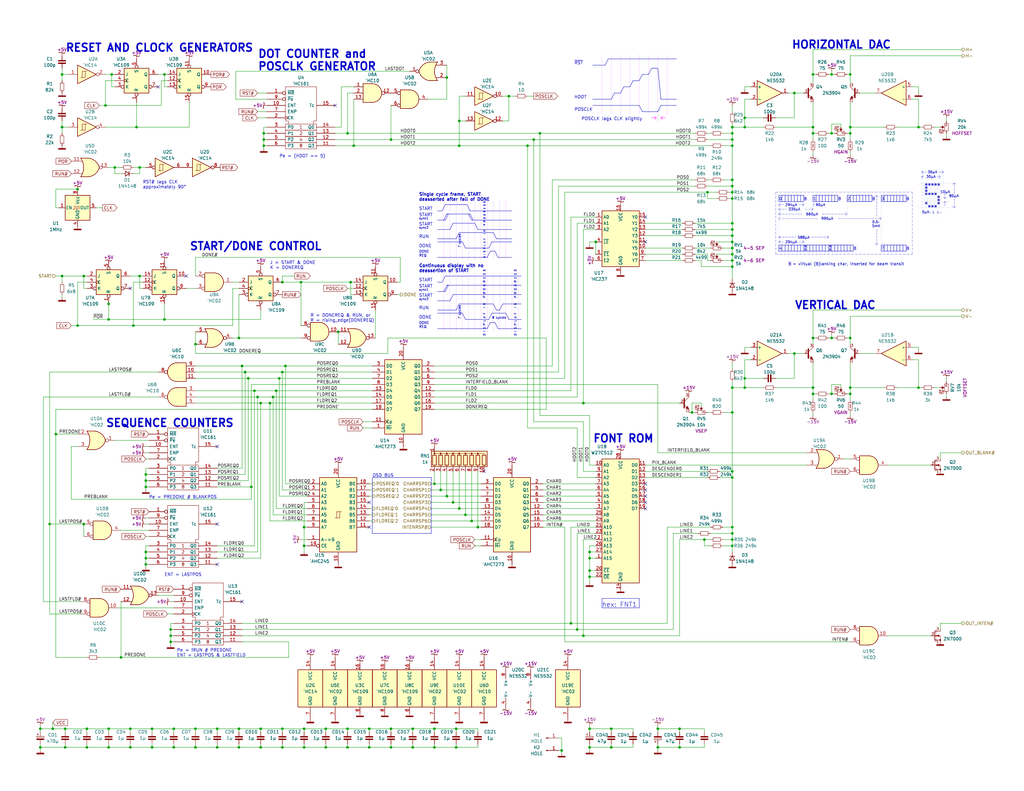
<source format=kicad_sch>
(kicad_sch (version 20200618) (host eeschema "(5.99.0-2083-g40847c055)")
  (page 1 1)
  (paper "User" 419.1 323.85)
  (title_block (title "OS2 On-screen display/graphics card") (date "2020-06-27") (rev "2") (company "Alexis Lockwood") (comment 1 "CC BY-NC-SA 3.0"))
  (junction (at 16.51 298.45))
  (junction (at 16.51 306.07))
  (junction (at 20.32 214.63))
  (junction (at 21.59 298.45))
  (junction (at 22.86 177.8))
  (junction (at 25.4 30.48))
  (junction (at 25.4 52.07))
  (junction (at 25.4 113.03))
  (junction (at 26.67 298.45))
  (junction (at 26.67 306.07))
  (junction (at 31.75 77.47))
  (junction (at 31.75 133.35))
  (junction (at 34.29 113.03))
  (junction (at 34.29 214.63))
  (junction (at 35.56 298.45))
  (junction (at 35.56 306.07))
  (junction (at 43.18 43.18))
  (junction (at 44.45 124.46))
  (junction (at 44.45 130.81))
  (junction (at 44.45 298.45))
  (junction (at 44.45 306.07))
  (junction (at 45.72 30.48))
  (junction (at 46.99 68.58))
  (junction (at 49.53 269.24))
  (junction (at 53.34 298.45))
  (junction (at 53.34 306.07))
  (junction (at 54.61 133.35))
  (junction (at 55.88 52.07))
  (junction (at 57.15 68.58))
  (junction (at 57.15 113.03))
  (junction (at 59.69 194.31))
  (junction (at 59.69 196.85))
  (junction (at 59.69 199.39))
  (junction (at 59.69 226.06))
  (junction (at 59.69 228.6))
  (junction (at 59.69 231.14))
  (junction (at 62.23 298.45))
  (junction (at 62.23 306.07))
  (junction (at 67.31 30.48))
  (junction (at 67.31 130.81))
  (junction (at 69.85 257.81))
  (junction (at 69.85 260.35))
  (junction (at 69.85 262.89))
  (junction (at 71.12 298.45))
  (junction (at 71.12 306.07))
  (junction (at 80.01 140.97))
  (junction (at 80.01 298.45))
  (junction (at 80.01 306.07))
  (junction (at 88.9 298.45))
  (junction (at 88.9 306.07))
  (junction (at 97.79 138.43))
  (junction (at 97.79 298.45))
  (junction (at 97.79 306.07))
  (junction (at 99.06 149.86))
  (junction (at 100.33 152.4))
  (junction (at 101.6 154.94))
  (junction (at 102.87 199.39))
  (junction (at 104.14 160.02))
  (junction (at 105.41 162.56))
  (junction (at 106.68 165.1))
  (junction (at 106.68 298.45))
  (junction (at 106.68 306.07))
  (junction (at 107.95 54.61))
  (junction (at 107.95 57.15))
  (junction (at 107.95 59.69))
  (junction (at 110.49 165.1))
  (junction (at 111.76 162.56))
  (junction (at 113.03 160.02))
  (junction (at 114.3 154.94))
  (junction (at 115.57 115.57))
  (junction (at 115.57 152.4))
  (junction (at 115.57 298.45))
  (junction (at 115.57 306.07))
  (junction (at 116.84 149.86))
  (junction (at 123.19 115.57))
  (junction (at 124.46 215.9))
  (junction (at 124.46 223.52))
  (junction (at 124.46 298.45))
  (junction (at 124.46 306.07))
  (junction (at 133.35 298.45))
  (junction (at 133.35 306.07))
  (junction (at 138.43 135.89))
  (junction (at 142.24 54.61))
  (junction (at 142.24 298.45))
  (junction (at 142.24 306.07))
  (junction (at 143.51 115.57))
  (junction (at 144.78 59.69))
  (junction (at 151.13 298.45))
  (junction (at 151.13 306.07))
  (junction (at 160.02 57.15))
  (junction (at 160.02 298.45))
  (junction (at 160.02 306.07))
  (junction (at 168.91 298.45))
  (junction (at 168.91 306.07))
  (junction (at 177.8 198.12))
  (junction (at 177.8 298.45))
  (junction (at 177.8 306.07))
  (junction (at 180.34 200.66))
  (junction (at 182.88 31.75))
  (junction (at 182.88 203.2))
  (junction (at 185.42 205.74))
  (junction (at 186.69 298.45))
  (junction (at 186.69 306.07))
  (junction (at 187.96 49.53))
  (junction (at 187.96 59.69))
  (junction (at 187.96 208.28))
  (junction (at 190.5 210.82))
  (junction (at 193.04 213.36))
  (junction (at 195.58 215.9))
  (junction (at 208.28 39.37))
  (junction (at 215.9 59.69))
  (junction (at 218.44 57.15))
  (junction (at 220.98 54.61))
  (junction (at 229.87 307.34))
  (junction (at 233.68 255.27))
  (junction (at 236.22 257.81))
  (junction (at 238.76 165.1))
  (junction (at 238.76 260.35))
  (junction (at 241.3 226.06))
  (junction (at 241.3 228.6))
  (junction (at 241.3 233.68))
  (junction (at 241.3 236.22))
  (junction (at 241.3 298.45))
  (junction (at 241.3 306.07))
  (junction (at 243.84 99.06))
  (junction (at 250.19 298.45))
  (junction (at 250.19 306.07))
  (junction (at 269.24 298.45))
  (junction (at 269.24 306.07))
  (junction (at 278.13 298.45))
  (junction (at 278.13 306.07))
  (junction (at 283.21 168.91))
  (junction (at 288.29 220.98))
  (junction (at 289.56 78.74))
  (junction (at 299.72 52.07))
  (junction (at 299.72 54.61))
  (junction (at 299.72 57.15))
  (junction (at 299.72 59.69))
  (junction (at 299.72 73.66))
  (junction (at 299.72 76.2))
  (junction (at 299.72 78.74))
  (junction (at 299.72 81.28))
  (junction (at 299.72 91.44))
  (junction (at 299.72 93.98))
  (junction (at 299.72 96.52))
  (junction (at 299.72 99.06))
  (junction (at 299.72 101.6))
  (junction (at 299.72 104.14))
  (junction (at 299.72 106.68))
  (junction (at 299.72 109.22))
  (junction (at 299.72 158.75))
  (junction (at 299.72 168.91))
  (junction (at 299.72 193.04))
  (junction (at 299.72 195.58))
  (junction (at 299.72 215.9))
  (junction (at 299.72 218.44))
  (junction (at 299.72 220.98))
  (junction (at 299.72 223.52))
  (junction (at 304.8 48.26))
  (junction (at 304.8 52.07))
  (junction (at 304.8 154.94))
  (junction (at 304.8 158.75))
  (junction (at 325.12 38.1))
  (junction (at 325.12 144.78))
  (junction (at 332.74 30.48))
  (junction (at 332.74 52.07))
  (junction (at 332.74 54.61))
  (junction (at 332.74 138.43))
  (junction (at 332.74 158.75))
  (junction (at 332.74 161.29))
  (junction (at 340.36 30.48))
  (junction (at 340.36 54.61))
  (junction (at 340.36 138.43))
  (junction (at 340.36 161.29))
  (junction (at 347.98 30.48))
  (junction (at 347.98 52.07))
  (junction (at 347.98 54.61))
  (junction (at 347.98 138.43))
  (junction (at 347.98 158.75))
  (junction (at 347.98 161.29))
  (junction (at 375.92 52.07))
  (junction (at 375.92 158.75))
  (no_connect (at 88.9 231.14))
  (no_connect (at 76.2 113.03))
  (no_connect (at 53.34 118.11))
  (no_connect (at 99.06 246.38))
  (no_connect (at 264.16 208.28))
  (no_connect (at 64.77 35.56))
  (no_connect (at 198.12 193.04))
  (no_connect (at 264.16 198.12))
  (no_connect (at 264.16 205.74))
  (no_connect (at 151.13 205.74))
  (no_connect (at 264.16 99.06))
  (no_connect (at 88.9 182.88))
  (no_connect (at 264.16 88.9))
  (no_connect (at 264.16 200.66))
  (no_connect (at 137.16 43.18))
  (no_connect (at 88.9 214.63))
  (no_connect (at 151.13 215.9))
  (no_connect (at 264.16 203.2))
  (wire (pts (xy 16.51 297.18) (xy 16.51 298.45)))
  (wire (pts (xy 16.51 298.45) (xy 16.51 299.72)))
  (wire (pts (xy 16.51 298.45) (xy 21.59 298.45)))
  (wire (pts (xy 16.51 304.8) (xy 16.51 306.07)))
  (wire (pts (xy 16.51 306.07) (xy 16.51 307.34)))
  (wire (pts (xy 16.51 306.07) (xy 26.67 306.07)))
  (wire (pts (xy 17.78 162.56) (xy 17.78 246.38)))
  (wire (pts (xy 17.78 162.56) (xy 64.77 162.56)))
  (wire (pts (xy 17.78 246.38) (xy 33.02 246.38)))
  (wire (pts (xy 20.32 152.4) (xy 64.77 152.4)))
  (wire (pts (xy 20.32 214.63) (xy 20.32 152.4)))
  (wire (pts (xy 20.32 214.63) (xy 20.32 251.46)))
  (wire (pts (xy 20.32 251.46) (xy 33.02 251.46)))
  (wire (pts (xy 21.59 295.91) (xy 21.59 298.45)))
  (wire (pts (xy 21.59 298.45) (xy 26.67 298.45)))
  (wire (pts (xy 22.86 77.47) (xy 22.86 85.09)))
  (wire (pts (xy 22.86 85.09) (xy 24.13 85.09)))
  (wire (pts (xy 22.86 113.03) (xy 25.4 113.03)))
  (wire (pts (xy 22.86 167.64) (xy 22.86 177.8)))
  (wire (pts (xy 22.86 167.64) (xy 152.4 167.64)))
  (wire (pts (xy 22.86 177.8) (xy 22.86 269.24)))
  (wire (pts (xy 22.86 269.24) (xy 35.56 269.24)))
  (wire (pts (xy 25.4 30.48) (xy 25.4 27.94)))
  (wire (pts (xy 25.4 33.02) (xy 25.4 30.48)))
  (wire (pts (xy 25.4 52.07) (xy 25.4 49.53)))
  (wire (pts (xy 25.4 54.61) (xy 25.4 52.07)))
  (wire (pts (xy 25.4 113.03) (xy 25.4 115.57)))
  (wire (pts (xy 25.4 113.03) (xy 34.29 113.03)))
  (wire (pts (xy 25.4 120.65) (xy 25.4 121.92)))
  (wire (pts (xy 26.67 298.45) (xy 26.67 299.72)))
  (wire (pts (xy 26.67 306.07) (xy 26.67 304.8)))
  (wire (pts (xy 26.67 306.07) (xy 35.56 306.07)))
  (wire (pts (xy 27.94 30.48) (xy 25.4 30.48)))
  (wire (pts (xy 27.94 52.07) (xy 25.4 52.07)))
  (wire (pts (xy 29.21 133.35) (xy 31.75 133.35)))
  (wire (pts (xy 29.21 182.88) (xy 31.75 182.88)))
  (wire (pts (xy 29.21 204.47) (xy 29.21 182.88)))
  (wire (pts (xy 31.75 77.47) (xy 22.86 77.47)))
  (wire (pts (xy 31.75 115.57) (xy 35.56 115.57)))
  (wire (pts (xy 31.75 133.35) (xy 31.75 115.57)))
  (wire (pts (xy 31.75 177.8) (xy 22.86 177.8)))
  (wire (pts (xy 34.29 113.03) (xy 34.29 118.11)))
  (wire (pts (xy 34.29 113.03) (xy 35.56 113.03)))
  (wire (pts (xy 34.29 118.11) (xy 35.56 118.11)))
  (wire (pts (xy 34.29 214.63) (xy 20.32 214.63)))
  (wire (pts (xy 34.29 214.63) (xy 34.29 219.71)))
  (wire (pts (xy 35.56 298.45) (xy 26.67 298.45)))
  (wire (pts (xy 35.56 298.45) (xy 35.56 299.72)))
  (wire (pts (xy 35.56 304.8) (xy 35.56 306.07)))
  (wire (pts (xy 35.56 306.07) (xy 44.45 306.07)))
  (wire (pts (xy 38.1 130.81) (xy 44.45 130.81)))
  (wire (pts (xy 39.37 85.09) (xy 41.91 85.09)))
  (wire (pts (xy 40.64 43.18) (xy 43.18 43.18)))
  (wire (pts (xy 40.64 269.24) (xy 49.53 269.24)))
  (wire (pts (xy 43.18 30.48) (xy 45.72 30.48)))
  (wire (pts (xy 43.18 33.02) (xy 46.99 33.02)))
  (wire (pts (xy 43.18 43.18) (xy 43.18 33.02)))
  (wire (pts (xy 43.18 43.18) (xy 66.04 43.18)))
  (wire (pts (xy 43.18 52.07) (xy 55.88 52.07)))
  (wire (pts (xy 44.45 68.58) (xy 46.99 68.58)))
  (wire (pts (xy 44.45 123.19) (xy 44.45 124.46)))
  (wire (pts (xy 44.45 124.46) (xy 44.45 130.81)))
  (wire (pts (xy 44.45 130.81) (xy 67.31 130.81)))
  (wire (pts (xy 44.45 298.45) (xy 35.56 298.45)))
  (wire (pts (xy 44.45 298.45) (xy 44.45 299.72)))
  (wire (pts (xy 44.45 304.8) (xy 44.45 306.07)))
  (wire (pts (xy 44.45 306.07) (xy 53.34 306.07)))
  (wire (pts (xy 45.72 30.48) (xy 45.72 35.56)))
  (wire (pts (xy 45.72 30.48) (xy 46.99 30.48)))
  (wire (pts (xy 45.72 35.56) (xy 46.99 35.56)))
  (wire (pts (xy 46.99 68.58) (xy 46.99 71.12)))
  (wire (pts (xy 46.99 68.58) (xy 49.53 68.58)))
  (wire (pts (xy 46.99 71.12) (xy 49.53 71.12)))
  (wire (pts (xy 46.99 180.34) (xy 60.96 180.34)))
  (wire (pts (xy 48.26 248.92) (xy 71.12 248.92)))
  (wire (pts (xy 49.53 217.17) (xy 60.96 217.17)))
  (wire (pts (xy 49.53 246.38) (xy 49.53 269.24)))
  (wire (pts (xy 49.53 269.24) (xy 118.11 269.24)))
  (wire (pts (xy 53.34 113.03) (xy 57.15 113.03)))
  (wire (pts (xy 53.34 298.45) (xy 44.45 298.45)))
  (wire (pts (xy 53.34 298.45) (xy 53.34 299.72)))
  (wire (pts (xy 53.34 304.8) (xy 53.34 306.07)))
  (wire (pts (xy 53.34 306.07) (xy 62.23 306.07)))
  (wire (pts (xy 54.61 71.12) (xy 57.15 71.12)))
  (wire (pts (xy 54.61 115.57) (xy 54.61 133.35)))
  (wire (pts (xy 54.61 133.35) (xy 31.75 133.35)))
  (wire (pts (xy 54.61 133.35) (xy 95.25 133.35)))
  (wire (pts (xy 55.88 41.91) (xy 55.88 52.07)))
  (wire (pts (xy 55.88 52.07) (xy 77.47 52.07)))
  (wire (pts (xy 57.15 68.58) (xy 54.61 68.58)))
  (wire (pts (xy 57.15 71.12) (xy 57.15 68.58)))
  (wire (pts (xy 57.15 113.03) (xy 57.15 118.11)))
  (wire (pts (xy 57.15 118.11) (xy 58.42 118.11)))
  (wire (pts (xy 58.42 113.03) (xy 57.15 113.03)))
  (wire (pts (xy 58.42 115.57) (xy 54.61 115.57)))
  (wire (pts (xy 59.69 68.58) (xy 57.15 68.58)))
  (wire (pts (xy 59.69 185.42) (xy 60.96 185.42)))
  (wire (pts (xy 59.69 187.96) (xy 60.96 187.96)))
  (wire (pts (xy 59.69 191.77) (xy 59.69 194.31)))
  (wire (pts (xy 59.69 194.31) (xy 59.69 196.85)))
  (wire (pts (xy 59.69 196.85) (xy 59.69 199.39)))
  (wire (pts (xy 59.69 199.39) (xy 59.69 200.66)))
  (wire (pts (xy 59.69 214.63) (xy 60.96 214.63)))
  (wire (pts (xy 59.69 219.71) (xy 60.96 219.71)))
  (wire (pts (xy 59.69 223.52) (xy 59.69 226.06)))
  (wire (pts (xy 59.69 226.06) (xy 59.69 228.6)))
  (wire (pts (xy 59.69 228.6) (xy 59.69 231.14)))
  (wire (pts (xy 59.69 231.14) (xy 59.69 232.41)))
  (wire (pts (xy 60.96 182.88) (xy 59.69 182.88)))
  (wire (pts (xy 60.96 191.77) (xy 59.69 191.77)))
  (wire (pts (xy 60.96 194.31) (xy 59.69 194.31)))
  (wire (pts (xy 60.96 196.85) (xy 59.69 196.85)))
  (wire (pts (xy 60.96 199.39) (xy 59.69 199.39)))
  (wire (pts (xy 60.96 212.09) (xy 59.69 212.09)))
  (wire (pts (xy 60.96 223.52) (xy 59.69 223.52)))
  (wire (pts (xy 60.96 226.06) (xy 59.69 226.06)))
  (wire (pts (xy 60.96 228.6) (xy 59.69 228.6)))
  (wire (pts (xy 60.96 231.14) (xy 59.69 231.14)))
  (wire (pts (xy 62.23 298.45) (xy 53.34 298.45)))
  (wire (pts (xy 62.23 298.45) (xy 62.23 299.72)))
  (wire (pts (xy 62.23 304.8) (xy 62.23 306.07)))
  (wire (pts (xy 62.23 306.07) (xy 71.12 306.07)))
  (wire (pts (xy 64.77 30.48) (xy 67.31 30.48)))
  (wire (pts (xy 64.77 243.84) (xy 71.12 243.84)))
  (wire (pts (xy 66.04 33.02) (xy 68.58 33.02)))
  (wire (pts (xy 66.04 43.18) (xy 66.04 33.02)))
  (wire (pts (xy 67.31 30.48) (xy 68.58 30.48)))
  (wire (pts (xy 67.31 35.56) (xy 67.31 30.48)))
  (wire (pts (xy 67.31 130.81) (xy 67.31 124.46)))
  (wire (pts (xy 67.31 130.81) (xy 106.68 130.81)))
  (wire (pts (xy 68.58 35.56) (xy 67.31 35.56)))
  (wire (pts (xy 68.58 251.46) (xy 71.12 251.46)))
  (wire (pts (xy 69.85 246.38) (xy 71.12 246.38)))
  (wire (pts (xy 69.85 255.27) (xy 69.85 257.81)))
  (wire (pts (xy 69.85 257.81) (xy 69.85 260.35)))
  (wire (pts (xy 69.85 260.35) (xy 69.85 262.89)))
  (wire (pts (xy 69.85 262.89) (xy 69.85 264.16)))
  (wire (pts (xy 71.12 255.27) (xy 69.85 255.27)))
  (wire (pts (xy 71.12 257.81) (xy 69.85 257.81)))
  (wire (pts (xy 71.12 260.35) (xy 69.85 260.35)))
  (wire (pts (xy 71.12 262.89) (xy 69.85 262.89)))
  (wire (pts (xy 71.12 298.45) (xy 62.23 298.45)))
  (wire (pts (xy 71.12 298.45) (xy 71.12 299.72)))
  (wire (pts (xy 71.12 304.8) (xy 71.12 306.07)))
  (wire (pts (xy 71.12 306.07) (xy 80.01 306.07)))
  (wire (pts (xy 76.2 118.11) (xy 80.01 118.11)))
  (wire (pts (xy 77.47 41.91) (xy 77.47 52.07)))
  (wire (pts (xy 80.01 105.41) (xy 80.01 113.03)))
  (wire (pts (xy 80.01 135.89) (xy 80.01 140.97)))
  (wire (pts (xy 80.01 144.78) (xy 80.01 140.97)))
  (wire (pts (xy 80.01 149.86) (xy 99.06 149.86)))
  (wire (pts (xy 80.01 152.4) (xy 100.33 152.4)))
  (wire (pts (xy 80.01 154.94) (xy 101.6 154.94)))
  (wire (pts (xy 80.01 160.02) (xy 104.14 160.02)))
  (wire (pts (xy 80.01 162.56) (xy 105.41 162.56)))
  (wire (pts (xy 80.01 165.1) (xy 106.68 165.1)))
  (wire (pts (xy 80.01 298.45) (xy 71.12 298.45)))
  (wire (pts (xy 80.01 298.45) (xy 80.01 299.72)))
  (wire (pts (xy 80.01 304.8) (xy 80.01 306.07)))
  (wire (pts (xy 80.01 306.07) (xy 88.9 306.07)))
  (wire (pts (xy 88.9 191.77) (xy 99.06 191.77)))
  (wire (pts (xy 88.9 196.85) (xy 101.6 196.85)))
  (wire (pts (xy 88.9 199.39) (xy 102.87 199.39)))
  (wire (pts (xy 88.9 223.52) (xy 104.14 223.52)))
  (wire (pts (xy 88.9 226.06) (xy 105.41 226.06)))
  (wire (pts (xy 88.9 228.6) (xy 106.68 228.6)))
  (wire (pts (xy 88.9 298.45) (xy 80.01 298.45)))
  (wire (pts (xy 88.9 298.45) (xy 88.9 299.72)))
  (wire (pts (xy 88.9 304.8) (xy 88.9 306.07)))
  (wire (pts (xy 88.9 306.07) (xy 97.79 306.07)))
  (wire (pts (xy 95.25 118.11) (xy 97.79 118.11)))
  (wire (pts (xy 95.25 133.35) (xy 95.25 118.11)))
  (wire (pts (xy 95.25 138.43) (xy 97.79 138.43)))
  (wire (pts (xy 96.52 29.21) (xy 167.64 29.21)))
  (wire (pts (xy 96.52 40.64) (xy 96.52 29.21)))
  (wire (pts (xy 96.52 40.64) (xy 109.22 40.64)))
  (wire (pts (xy 97.79 115.57) (xy 95.25 115.57)))
  (wire (pts (xy 97.79 138.43) (xy 97.79 120.65)))
  (wire (pts (xy 97.79 298.45) (xy 88.9 298.45)))
  (wire (pts (xy 97.79 298.45) (xy 97.79 299.72)))
  (wire (pts (xy 97.79 304.8) (xy 97.79 306.07)))
  (wire (pts (xy 97.79 306.07) (xy 106.68 306.07)))
  (wire (pts (xy 99.06 149.86) (xy 116.84 149.86)))
  (wire (pts (xy 99.06 191.77) (xy 99.06 149.86)))
  (wire (pts (xy 99.06 255.27) (xy 233.68 255.27)))
  (wire (pts (xy 99.06 257.81) (xy 236.22 257.81)))
  (wire (pts (xy 99.06 260.35) (xy 238.76 260.35)))
  (wire (pts (xy 100.33 152.4) (xy 115.57 152.4)))
  (wire (pts (xy 100.33 194.31) (xy 88.9 194.31)))
  (wire (pts (xy 100.33 194.31) (xy 100.33 152.4)))
  (wire (pts (xy 101.6 154.94) (xy 114.3 154.94)))
  (wire (pts (xy 101.6 196.85) (xy 101.6 154.94)))
  (wire (pts (xy 102.87 157.48) (xy 152.4 157.48)))
  (wire (pts (xy 102.87 199.39) (xy 102.87 157.48)))
  (wire (pts (xy 102.87 199.39) (xy 102.87 204.47)))
  (wire (pts (xy 102.87 204.47) (xy 29.21 204.47)))
  (wire (pts (xy 104.14 160.02) (xy 113.03 160.02)))
  (wire (pts (xy 104.14 223.52) (xy 104.14 160.02)))
  (wire (pts (xy 105.41 38.1) (xy 109.22 38.1)))
  (wire (pts (xy 105.41 45.72) (xy 109.22 45.72)))
  (wire (pts (xy 105.41 162.56) (xy 111.76 162.56)))
  (wire (pts (xy 105.41 226.06) (xy 105.41 162.56)))
  (wire (pts (xy 106.68 130.81) (xy 106.68 127)))
  (wire (pts (xy 106.68 165.1) (xy 110.49 165.1)))
  (wire (pts (xy 106.68 228.6) (xy 106.68 165.1)))
  (wire (pts (xy 106.68 298.45) (xy 97.79 298.45)))
  (wire (pts (xy 106.68 298.45) (xy 106.68 299.72)))
  (wire (pts (xy 106.68 304.8) (xy 106.68 306.07)))
  (wire (pts (xy 106.68 306.07) (xy 115.57 306.07)))
  (wire (pts (xy 107.95 52.07) (xy 107.95 54.61)))
  (wire (pts (xy 107.95 54.61) (xy 107.95 57.15)))
  (wire (pts (xy 107.95 57.15) (xy 107.95 59.69)))
  (wire (pts (xy 107.95 59.69) (xy 107.95 60.96)))
  (wire (pts (xy 109.22 48.26) (xy 105.41 48.26)))
  (wire (pts (xy 109.22 52.07) (xy 107.95 52.07)))
  (wire (pts (xy 109.22 54.61) (xy 107.95 54.61)))
  (wire (pts (xy 109.22 57.15) (xy 107.95 57.15)))
  (wire (pts (xy 109.22 59.69) (xy 107.95 59.69)))
  (wire (pts (xy 110.49 165.1) (xy 110.49 213.36)))
  (wire (pts (xy 110.49 165.1) (xy 152.4 165.1)))
  (wire (pts (xy 110.49 213.36) (xy 125.73 213.36)))
  (wire (pts (xy 111.76 162.56) (xy 152.4 162.56)))
  (wire (pts (xy 111.76 210.82) (xy 111.76 162.56)))
  (wire (pts (xy 111.76 210.82) (xy 125.73 210.82)))
  (wire (pts (xy 113.03 160.02) (xy 113.03 208.28)))
  (wire (pts (xy 113.03 160.02) (xy 152.4 160.02)))
  (wire (pts (xy 113.03 208.28) (xy 125.73 208.28)))
  (wire (pts (xy 114.3 154.94) (xy 152.4 154.94)))
  (wire (pts (xy 114.3 203.2) (xy 114.3 154.94)))
  (wire (pts (xy 114.3 203.2) (xy 125.73 203.2)))
  (wire (pts (xy 115.57 113.03) (xy 120.65 113.03)))
  (wire (pts (xy 115.57 115.57) (xy 115.57 113.03)))
  (wire (pts (xy 115.57 115.57) (xy 123.19 115.57)))
  (wire (pts (xy 115.57 152.4) (xy 152.4 152.4)))
  (wire (pts (xy 115.57 200.66) (xy 115.57 152.4)))
  (wire (pts (xy 115.57 200.66) (xy 125.73 200.66)))
  (wire (pts (xy 115.57 298.45) (xy 106.68 298.45)))
  (wire (pts (xy 115.57 298.45) (xy 115.57 299.72)))
  (wire (pts (xy 115.57 304.8) (xy 115.57 306.07)))
  (wire (pts (xy 115.57 306.07) (xy 124.46 306.07)))
  (wire (pts (xy 116.84 149.86) (xy 152.4 149.86)))
  (wire (pts (xy 116.84 198.12) (xy 116.84 149.86)))
  (wire (pts (xy 116.84 198.12) (xy 125.73 198.12)))
  (wire (pts (xy 118.11 262.89) (xy 99.06 262.89)))
  (wire (pts (xy 118.11 269.24) (xy 118.11 262.89)))
  (wire (pts (xy 123.19 115.57) (xy 143.51 115.57)))
  (wire (pts (xy 123.19 133.35) (xy 123.19 115.57)))
  (wire (pts (xy 123.19 138.43) (xy 97.79 138.43)))
  (wire (pts (xy 123.19 220.98) (xy 125.73 220.98)))
  (wire (pts (xy 124.46 205.74) (xy 125.73 205.74)))
  (wire (pts (xy 124.46 215.9) (xy 124.46 205.74)))
  (wire (pts (xy 124.46 215.9) (xy 124.46 223.52)))
  (wire (pts (xy 124.46 215.9) (xy 125.73 215.9)))
  (wire (pts (xy 124.46 223.52) (xy 124.46 226.06)))
  (wire (pts (xy 124.46 223.52) (xy 125.73 223.52)))
  (wire (pts (xy 124.46 298.45) (xy 115.57 298.45)))
  (wire (pts (xy 124.46 298.45) (xy 124.46 299.72)))
  (wire (pts (xy 124.46 304.8) (xy 124.46 306.07)))
  (wire (pts (xy 124.46 306.07) (xy 133.35 306.07)))
  (wire (pts (xy 133.35 298.45) (xy 124.46 298.45)))
  (wire (pts (xy 133.35 298.45) (xy 133.35 299.72)))
  (wire (pts (xy 133.35 304.8) (xy 133.35 306.07)))
  (wire (pts (xy 133.35 306.07) (xy 142.24 306.07)))
  (wire (pts (xy 137.16 54.61) (xy 142.24 54.61)))
  (wire (pts (xy 137.16 57.15) (xy 160.02 57.15)))
  (wire (pts (xy 137.16 59.69) (xy 144.78 59.69)))
  (wire (pts (xy 138.43 135.89) (xy 138.43 140.97)))
  (wire (pts (xy 139.7 35.56) (xy 139.7 52.07)))
  (wire (pts (xy 139.7 52.07) (xy 137.16 52.07)))
  (wire (pts (xy 142.24 38.1) (xy 142.24 54.61)))
  (wire (pts (xy 142.24 54.61) (xy 220.98 54.61)))
  (wire (pts (xy 142.24 118.11) (xy 144.78 118.11)))
  (wire (pts (xy 142.24 298.45) (xy 133.35 298.45)))
  (wire (pts (xy 142.24 298.45) (xy 142.24 299.72)))
  (wire (pts (xy 142.24 304.8) (xy 142.24 306.07)))
  (wire (pts (xy 142.24 306.07) (xy 151.13 306.07)))
  (wire (pts (xy 143.51 115.57) (xy 143.51 120.65)))
  (wire (pts (xy 143.51 115.57) (xy 144.78 115.57)))
  (wire (pts (xy 143.51 120.65) (xy 144.78 120.65)))
  (wire (pts (xy 144.78 35.56) (xy 139.7 35.56)))
  (wire (pts (xy 144.78 38.1) (xy 142.24 38.1)))
  (wire (pts (xy 144.78 40.64) (xy 144.78 59.69)))
  (wire (pts (xy 144.78 59.69) (xy 187.96 59.69)))
  (wire (pts (xy 148.59 172.72) (xy 152.4 172.72)))
  (wire (pts (xy 148.59 175.26) (xy 152.4 175.26)))
  (wire (pts (xy 151.13 198.12) (xy 152.4 198.12)))
  (wire (pts (xy 151.13 200.66) (xy 152.4 200.66)))
  (wire (pts (xy 151.13 203.2) (xy 152.4 203.2)))
  (wire (pts (xy 151.13 208.28) (xy 152.4 208.28)))
  (wire (pts (xy 151.13 210.82) (xy 152.4 210.82)))
  (wire (pts (xy 151.13 213.36) (xy 152.4 213.36)))
  (wire (pts (xy 151.13 298.45) (xy 142.24 298.45)))
  (wire (pts (xy 151.13 298.45) (xy 151.13 299.72)))
  (wire (pts (xy 151.13 304.8) (xy 151.13 306.07)))
  (wire (pts (xy 151.13 306.07) (xy 160.02 306.07)))
  (wire (pts (xy 153.67 138.43) (xy 153.67 127)))
  (wire (pts (xy 158.75 138.43) (xy 158.75 144.78)))
  (wire (pts (xy 158.75 138.43) (xy 223.52 138.43)))
  (wire (pts (xy 158.75 144.78) (xy 80.01 144.78)))
  (wire (pts (xy 160.02 43.18) (xy 160.02 57.15)))
  (wire (pts (xy 160.02 57.15) (xy 218.44 57.15)))
  (wire (pts (xy 160.02 298.45) (xy 151.13 298.45)))
  (wire (pts (xy 160.02 298.45) (xy 160.02 299.72)))
  (wire (pts (xy 160.02 304.8) (xy 160.02 306.07)))
  (wire (pts (xy 160.02 306.07) (xy 168.91 306.07)))
  (wire (pts (xy 162.56 115.57) (xy 163.83 115.57)))
  (wire (pts (xy 162.56 120.65) (xy 163.83 120.65)))
  (wire (pts (xy 163.83 105.41) (xy 80.01 105.41)))
  (wire (pts (xy 163.83 115.57) (xy 163.83 105.41)))
  (wire (pts (xy 168.91 298.45) (xy 160.02 298.45)))
  (wire (pts (xy 168.91 298.45) (xy 168.91 299.72)))
  (wire (pts (xy 168.91 304.8) (xy 168.91 306.07)))
  (wire (pts (xy 168.91 306.07) (xy 177.8 306.07)))
  (wire (pts (xy 175.26 40.64) (xy 182.88 40.64)))
  (wire (pts (xy 176.53 198.12) (xy 177.8 198.12)))
  (wire (pts (xy 176.53 200.66) (xy 180.34 200.66)))
  (wire (pts (xy 176.53 203.2) (xy 182.88 203.2)))
  (wire (pts (xy 176.53 205.74) (xy 185.42 205.74)))
  (wire (pts (xy 176.53 208.28) (xy 187.96 208.28)))
  (wire (pts (xy 176.53 210.82) (xy 190.5 210.82)))
  (wire (pts (xy 176.53 213.36) (xy 193.04 213.36)))
  (wire (pts (xy 176.53 215.9) (xy 195.58 215.9)))
  (wire (pts (xy 177.8 149.86) (xy 226.06 149.86)))
  (wire (pts (xy 177.8 152.4) (xy 228.6 152.4)))
  (wire (pts (xy 177.8 154.94) (xy 231.14 154.94)))
  (wire (pts (xy 177.8 157.48) (xy 269.24 157.48)))
  (wire (pts (xy 177.8 160.02) (xy 233.68 160.02)))
  (wire (pts (xy 177.8 162.56) (xy 236.22 162.56)))
  (wire (pts (xy 177.8 165.1) (xy 238.76 165.1)))
  (wire (pts (xy 177.8 193.04) (xy 177.8 198.12)))
  (wire (pts (xy 177.8 198.12) (xy 196.85 198.12)))
  (wire (pts (xy 177.8 298.45) (xy 168.91 298.45)))
  (wire (pts (xy 177.8 298.45) (xy 177.8 299.72)))
  (wire (pts (xy 177.8 304.8) (xy 177.8 306.07)))
  (wire (pts (xy 177.8 306.07) (xy 186.69 306.07)))
  (wire (pts (xy 180.34 193.04) (xy 180.34 200.66)))
  (wire (pts (xy 180.34 200.66) (xy 196.85 200.66)))
  (wire (pts (xy 182.88 31.75) (xy 182.88 26.67)))
  (wire (pts (xy 182.88 40.64) (xy 182.88 31.75)))
  (wire (pts (xy 182.88 193.04) (xy 182.88 203.2)))
  (wire (pts (xy 182.88 203.2) (xy 196.85 203.2)))
  (wire (pts (xy 185.42 193.04) (xy 185.42 205.74)))
  (wire (pts (xy 185.42 205.74) (xy 196.85 205.74)))
  (wire (pts (xy 186.69 298.45) (xy 177.8 298.45)))
  (wire (pts (xy 186.69 298.45) (xy 186.69 299.72)))
  (wire (pts (xy 186.69 304.8) (xy 186.69 306.07)))
  (wire (pts (xy 186.69 306.07) (xy 195.58 306.07)))
  (wire (pts (xy 187.96 39.37) (xy 187.96 49.53)))
  (wire (pts (xy 187.96 39.37) (xy 190.5 39.37)))
  (wire (pts (xy 187.96 49.53) (xy 187.96 59.69)))
  (wire (pts (xy 187.96 49.53) (xy 190.5 49.53)))
  (wire (pts (xy 187.96 59.69) (xy 215.9 59.69)))
  (wire (pts (xy 187.96 193.04) (xy 187.96 208.28)))
  (wire (pts (xy 187.96 208.28) (xy 196.85 208.28)))
  (wire (pts (xy 190.5 193.04) (xy 190.5 210.82)))
  (wire (pts (xy 190.5 210.82) (xy 196.85 210.82)))
  (wire (pts (xy 193.04 193.04) (xy 193.04 213.36)))
  (wire (pts (xy 193.04 213.36) (xy 196.85 213.36)))
  (wire (pts (xy 194.31 220.98) (xy 196.85 220.98)))
  (wire (pts (xy 194.31 223.52) (xy 196.85 223.52)))
  (wire (pts (xy 195.58 193.04) (xy 195.58 215.9)))
  (wire (pts (xy 195.58 215.9) (xy 196.85 215.9)))
  (wire (pts (xy 195.58 298.45) (xy 186.69 298.45)))
  (wire (pts (xy 195.58 299.72) (xy 195.58 298.45)))
  (wire (pts (xy 195.58 306.07) (xy 195.58 304.8)))
  (wire (pts (xy 205.74 49.53) (xy 208.28 49.53)))
  (wire (pts (xy 208.28 39.37) (xy 205.74 39.37)))
  (wire (pts (xy 208.28 49.53) (xy 208.28 39.37)))
  (wire (pts (xy 210.82 39.37) (xy 208.28 39.37)))
  (wire (pts (xy 215.9 175.26) (xy 215.9 59.69)))
  (wire (pts (xy 218.44 39.37) (xy 215.9 39.37)))
  (wire (pts (xy 218.44 57.15) (xy 284.48 57.15)))
  (wire (pts (xy 218.44 172.72) (xy 218.44 57.15)))
  (wire (pts (xy 218.44 172.72) (xy 238.76 172.72)))
  (wire (pts (xy 220.98 54.61) (xy 284.48 54.61)))
  (wire (pts (xy 220.98 170.18) (xy 220.98 54.61)))
  (wire (pts (xy 222.25 198.12) (xy 243.84 198.12)))
  (wire (pts (xy 222.25 200.66) (xy 243.84 200.66)))
  (wire (pts (xy 222.25 203.2) (xy 243.84 203.2)))
  (wire (pts (xy 222.25 205.74) (xy 243.84 205.74)))
  (wire (pts (xy 222.25 208.28) (xy 243.84 208.28)))
  (wire (pts (xy 222.25 210.82) (xy 243.84 210.82)))
  (wire (pts (xy 222.25 213.36) (xy 243.84 213.36)))
  (wire (pts (xy 222.25 215.9) (xy 231.14 215.9)))
  (wire (pts (xy 223.52 138.43) (xy 223.52 167.64)))
  (wire (pts (xy 223.52 167.64) (xy 177.8 167.64)))
  (wire (pts (xy 226.06 73.66) (xy 226.06 149.86)))
  (wire (pts (xy 226.06 73.66) (xy 284.48 73.66)))
  (wire (pts (xy 228.6 76.2) (xy 228.6 152.4)))
  (wire (pts (xy 228.6 76.2) (xy 284.48 76.2)))
  (wire (pts (xy 228.6 307.34) (xy 229.87 307.34)))
  (wire (pts (xy 229.87 302.26) (xy 228.6 302.26)))
  (wire (pts (xy 229.87 307.34) (xy 229.87 302.26)))
  (wire (pts (xy 229.87 308.61) (xy 229.87 307.34)))
  (wire (pts (xy 231.14 78.74) (xy 231.14 154.94)))
  (wire (pts (xy 231.14 78.74) (xy 289.56 78.74)))
  (wire (pts (xy 231.14 262.89) (xy 231.14 215.9)))
  (wire (pts (xy 233.68 88.9) (xy 233.68 160.02)))
  (wire (pts (xy 233.68 88.9) (xy 243.84 88.9)))
  (wire (pts (xy 233.68 215.9) (xy 233.68 255.27)))
  (wire (pts (xy 233.68 215.9) (xy 243.84 215.9)))
  (wire (pts (xy 233.68 255.27) (xy 273.05 255.27)))
  (wire (pts (xy 236.22 91.44) (xy 236.22 162.56)))
  (wire (pts (xy 236.22 91.44) (xy 243.84 91.44)))
  (wire (pts (xy 236.22 175.26) (xy 215.9 175.26)))
  (wire (pts (xy 236.22 195.58) (xy 236.22 175.26)))
  (wire (pts (xy 236.22 195.58) (xy 243.84 195.58)))
  (wire (pts (xy 236.22 218.44) (xy 243.84 218.44)))
  (wire (pts (xy 236.22 257.81) (xy 236.22 218.44)))
  (wire (pts (xy 236.22 257.81) (xy 275.59 257.81)))
  (wire (pts (xy 238.76 93.98) (xy 238.76 165.1)))
  (wire (pts (xy 238.76 93.98) (xy 243.84 93.98)))
  (wire (pts (xy 238.76 193.04) (xy 238.76 172.72)))
  (wire (pts (xy 238.76 193.04) (xy 243.84 193.04)))
  (wire (pts (xy 238.76 220.98) (xy 238.76 260.35)))
  (wire (pts (xy 238.76 220.98) (xy 243.84 220.98)))
  (wire (pts (xy 238.76 260.35) (xy 278.13 260.35)))
  (wire (pts (xy 241.3 99.06) (xy 241.3 100.33)))
  (wire (pts (xy 241.3 170.18) (xy 220.98 170.18)))
  (wire (pts (xy 241.3 190.5) (xy 241.3 170.18)))
  (wire (pts (xy 241.3 190.5) (xy 243.84 190.5)))
  (wire (pts (xy 241.3 223.52) (xy 241.3 226.06)))
  (wire (pts (xy 241.3 223.52) (xy 243.84 223.52)))
  (wire (pts (xy 241.3 226.06) (xy 241.3 228.6)))
  (wire (pts (xy 241.3 226.06) (xy 243.84 226.06)))
  (wire (pts (xy 241.3 228.6) (xy 241.3 233.68)))
  (wire (pts (xy 241.3 228.6) (xy 243.84 228.6)))
  (wire (pts (xy 241.3 233.68) (xy 241.3 236.22)))
  (wire (pts (xy 241.3 233.68) (xy 243.84 233.68)))
  (wire (pts (xy 241.3 236.22) (xy 241.3 238.76)))
  (wire (pts (xy 241.3 236.22) (xy 243.84 236.22)))
  (wire (pts (xy 241.3 297.18) (xy 241.3 298.45)))
  (wire (pts (xy 241.3 298.45) (xy 241.3 299.72)))
  (wire (pts (xy 241.3 298.45) (xy 250.19 298.45)))
  (wire (pts (xy 241.3 306.07) (xy 241.3 304.8)))
  (wire (pts (xy 241.3 307.34) (xy 241.3 306.07)))
  (wire (pts (xy 243.84 99.06) (xy 241.3 99.06)))
  (wire (pts (xy 243.84 104.14) (xy 243.84 99.06)))
  (wire (pts (xy 250.19 298.45) (xy 250.19 299.72)))
  (wire (pts (xy 250.19 298.45) (xy 259.08 298.45)))
  (wire (pts (xy 250.19 304.8) (xy 250.19 306.07)))
  (wire (pts (xy 250.19 306.07) (xy 241.3 306.07)))
  (wire (pts (xy 250.19 306.07) (xy 259.08 306.07)))
  (wire (pts (xy 259.08 299.72) (xy 259.08 298.45)))
  (wire (pts (xy 259.08 306.07) (xy 259.08 304.8)))
  (wire (pts (xy 264.16 91.44) (xy 279.4 91.44)))
  (wire (pts (xy 264.16 93.98) (xy 279.4 93.98)))
  (wire (pts (xy 264.16 96.52) (xy 279.4 96.52)))
  (wire (pts (xy 264.16 101.6) (xy 279.4 101.6)))
  (wire (pts (xy 264.16 104.14) (xy 279.4 104.14)))
  (wire (pts (xy 264.16 106.68) (xy 279.4 106.68)))
  (wire (pts (xy 264.16 190.5) (xy 330.2 190.5)))
  (wire (pts (xy 264.16 193.04) (xy 289.56 193.04)))
  (wire (pts (xy 264.16 195.58) (xy 289.56 195.58)))
  (wire (pts (xy 269.24 185.42) (xy 269.24 157.48)))
  (wire (pts (xy 269.24 297.18) (xy 269.24 298.45)))
  (wire (pts (xy 269.24 298.45) (xy 269.24 299.72)))
  (wire (pts (xy 269.24 298.45) (xy 278.13 298.45)))
  (wire (pts (xy 269.24 306.07) (xy 269.24 304.8)))
  (wire (pts (xy 269.24 307.34) (xy 269.24 306.07)))
  (wire (pts (xy 273.05 215.9) (xy 290.83 215.9)))
  (wire (pts (xy 273.05 255.27) (xy 273.05 215.9)))
  (wire (pts (xy 275.59 218.44) (xy 275.59 257.81)))
  (wire (pts (xy 275.59 218.44) (xy 285.75 218.44)))
  (wire (pts (xy 278.13 165.1) (xy 238.76 165.1)))
  (wire (pts (xy 278.13 220.98) (xy 288.29 220.98)))
  (wire (pts (xy 278.13 260.35) (xy 278.13 220.98)))
  (wire (pts (xy 278.13 298.45) (xy 278.13 299.72)))
  (wire (pts (xy 278.13 298.45) (xy 288.29 298.45)))
  (wire (pts (xy 278.13 304.8) (xy 278.13 306.07)))
  (wire (pts (xy 278.13 306.07) (xy 269.24 306.07)))
  (wire (pts (xy 278.13 306.07) (xy 288.29 306.07)))
  (wire (pts (xy 281.94 168.91) (xy 283.21 168.91)))
  (wire (pts (xy 283.21 165.1) (xy 287.02 165.1)))
  (wire (pts (xy 283.21 168.91) (xy 283.21 165.1)))
  (wire (pts (xy 283.21 168.91) (xy 284.48 168.91)))
  (wire (pts (xy 284.48 91.44) (xy 299.72 91.44)))
  (wire (pts (xy 284.48 93.98) (xy 299.72 93.98)))
  (wire (pts (xy 284.48 96.52) (xy 299.72 96.52)))
  (wire (pts (xy 284.48 101.6) (xy 290.83 101.6)))
  (wire (pts (xy 284.48 104.14) (xy 289.56 104.14)))
  (wire (pts (xy 284.48 106.68) (xy 287.02 106.68)))
  (wire (pts (xy 287.02 106.68) (xy 287.02 109.22)))
  (wire (pts (xy 287.02 109.22) (xy 299.72 109.22)))
  (wire (pts (xy 287.02 165.1) (xy 287.02 166.37)))
  (wire (pts (xy 288.29 220.98) (xy 290.83 220.98)))
  (wire (pts (xy 288.29 223.52) (xy 288.29 220.98)))
  (wire (pts (xy 288.29 299.72) (xy 288.29 298.45)))
  (wire (pts (xy 288.29 306.07) (xy 288.29 304.8)))
  (wire (pts (xy 289.56 54.61) (xy 290.83 54.61)))
  (wire (pts (xy 289.56 57.15) (xy 299.72 57.15)))
  (wire (pts (xy 289.56 73.66) (xy 290.83 73.66)))
  (wire (pts (xy 289.56 76.2) (xy 299.72 76.2)))
  (wire (pts (xy 289.56 78.74) (xy 289.56 81.28)))
  (wire (pts (xy 289.56 78.74) (xy 293.37 78.74)))
  (wire (pts (xy 289.56 81.28) (xy 293.37 81.28)))
  (wire (pts (xy 289.56 104.14) (xy 289.56 106.68)))
  (wire (pts (xy 289.56 106.68) (xy 290.83 106.68)))
  (wire (pts (xy 289.56 168.91) (xy 290.83 168.91)))
  (wire (pts (xy 290.83 59.69) (xy 215.9 59.69)))
  (wire (pts (xy 290.83 218.44) (xy 299.72 218.44)))
  (wire (pts (xy 290.83 223.52) (xy 288.29 223.52)))
  (wire (pts (xy 293.37 99.06) (xy 299.72 99.06)))
  (wire (pts (xy 293.37 104.14) (xy 299.72 104.14)))
  (wire (pts (xy 294.64 193.04) (xy 299.72 193.04)))
  (wire (pts (xy 294.64 195.58) (xy 299.72 195.58)))
  (wire (pts (xy 295.91 54.61) (xy 299.72 54.61)))
  (wire (pts (xy 295.91 59.69) (xy 299.72 59.69)))
  (wire (pts (xy 295.91 73.66) (xy 299.72 73.66)))
  (wire (pts (xy 295.91 101.6) (xy 299.72 101.6)))
  (wire (pts (xy 295.91 106.68) (xy 299.72 106.68)))
  (wire (pts (xy 295.91 168.91) (xy 299.72 168.91)))
  (wire (pts (xy 295.91 215.9) (xy 299.72 215.9)))
  (wire (pts (xy 295.91 220.98) (xy 299.72 220.98)))
  (wire (pts (xy 298.45 78.74) (xy 299.72 78.74)))
  (wire (pts (xy 298.45 81.28) (xy 299.72 81.28)))
  (wire (pts (xy 299.72 43.18) (xy 299.72 45.72)))
  (wire (pts (xy 299.72 50.8) (xy 299.72 52.07)))
  (wire (pts (xy 299.72 52.07) (xy 299.72 54.61)))
  (wire (pts (xy 299.72 52.07) (xy 304.8 52.07)))
  (wire (pts (xy 299.72 54.61) (xy 299.72 57.15)))
  (wire (pts (xy 299.72 57.15) (xy 299.72 59.69)))
  (wire (pts (xy 299.72 59.69) (xy 299.72 73.66)))
  (wire (pts (xy 299.72 76.2) (xy 299.72 73.66)))
  (wire (pts (xy 299.72 78.74) (xy 299.72 76.2)))
  (wire (pts (xy 299.72 78.74) (xy 299.72 81.28)))
  (wire (pts (xy 299.72 81.28) (xy 299.72 91.44)))
  (wire (pts (xy 299.72 93.98) (xy 299.72 91.44)))
  (wire (pts (xy 299.72 96.52) (xy 299.72 93.98)))
  (wire (pts (xy 299.72 96.52) (xy 299.72 99.06)))
  (wire (pts (xy 299.72 99.06) (xy 299.72 101.6)))
  (wire (pts (xy 299.72 101.6) (xy 299.72 104.14)))
  (wire (pts (xy 299.72 104.14) (xy 299.72 106.68)))
  (wire (pts (xy 299.72 106.68) (xy 299.72 109.22)))
  (wire (pts (xy 299.72 109.22) (xy 299.72 114.3)))
  (wire (pts (xy 299.72 148.59) (xy 299.72 151.13)))
  (wire (pts (xy 299.72 156.21) (xy 299.72 158.75)))
  (wire (pts (xy 299.72 158.75) (xy 299.72 168.91)))
  (wire (pts (xy 299.72 158.75) (xy 304.8 158.75)))
  (wire (pts (xy 299.72 168.91) (xy 299.72 193.04)))
  (wire (pts (xy 299.72 193.04) (xy 299.72 195.58)))
  (wire (pts (xy 299.72 195.58) (xy 299.72 215.9)))
  (wire (pts (xy 299.72 215.9) (xy 299.72 218.44)))
  (wire (pts (xy 299.72 218.44) (xy 299.72 220.98)))
  (wire (pts (xy 299.72 220.98) (xy 299.72 223.52)))
  (wire (pts (xy 299.72 223.52) (xy 295.91 223.52)))
  (wire (pts (xy 299.72 226.06) (xy 299.72 223.52)))
  (wire (pts (xy 304.8 35.56) (xy 304.8 36.83)))
  (wire (pts (xy 304.8 35.56) (xy 307.34 35.56)))
  (wire (pts (xy 304.8 40.64) (xy 307.34 40.64)))
  (wire (pts (xy 304.8 48.26) (xy 304.8 40.64)))
  (wire (pts (xy 304.8 52.07) (xy 304.8 48.26)))
  (wire (pts (xy 304.8 142.24) (xy 304.8 143.51)))
  (wire (pts (xy 304.8 142.24) (xy 307.34 142.24)))
  (wire (pts (xy 304.8 147.32) (xy 307.34 147.32)))
  (wire (pts (xy 304.8 154.94) (xy 304.8 147.32)))
  (wire (pts (xy 304.8 158.75) (xy 304.8 154.94)))
  (wire (pts (xy 312.42 48.26) (xy 304.8 48.26)))
  (wire (pts (xy 312.42 52.07) (xy 304.8 52.07)))
  (wire (pts (xy 312.42 154.94) (xy 304.8 154.94)))
  (wire (pts (xy 312.42 158.75) (xy 304.8 158.75)))
  (wire (pts (xy 317.5 48.26) (xy 325.12 48.26)))
  (wire (pts (xy 317.5 52.07) (xy 332.74 52.07)))
  (wire (pts (xy 317.5 154.94) (xy 325.12 154.94)))
  (wire (pts (xy 317.5 158.75) (xy 332.74 158.75)))
  (wire (pts (xy 322.58 38.1) (xy 325.12 38.1)))
  (wire (pts (xy 322.58 144.78) (xy 325.12 144.78)))
  (wire (pts (xy 325.12 38.1) (xy 328.93 38.1)))
  (wire (pts (xy 325.12 48.26) (xy 325.12 38.1)))
  (wire (pts (xy 325.12 144.78) (xy 328.93 144.78)))
  (wire (pts (xy 325.12 154.94) (xy 325.12 144.78)))
  (wire (pts (xy 330.2 185.42) (xy 269.24 185.42)))
  (wire (pts (xy 332.74 20.32) (xy 393.7 20.32)))
  (wire (pts (xy 332.74 30.48) (xy 332.74 20.32)))
  (wire (pts (xy 332.74 30.48) (xy 334.01 30.48)))
  (wire (pts (xy 332.74 34.29) (xy 332.74 30.48)))
  (wire (pts (xy 332.74 41.91) (xy 332.74 52.07)))
  (wire (pts (xy 332.74 52.07) (xy 332.74 54.61)))
  (wire (pts (xy 332.74 54.61) (xy 332.74 57.15)))
  (wire (pts (xy 332.74 54.61) (xy 334.01 54.61)))
  (wire (pts (xy 332.74 62.23) (xy 332.74 63.5)))
  (wire (pts (xy 332.74 127) (xy 332.74 138.43)))
  (wire (pts (xy 332.74 127) (xy 393.7 127)))
  (wire (pts (xy 332.74 138.43) (xy 332.74 140.97)))
  (wire (pts (xy 332.74 138.43) (xy 334.01 138.43)))
  (wire (pts (xy 332.74 148.59) (xy 332.74 158.75)))
  (wire (pts (xy 332.74 158.75) (xy 332.74 161.29)))
  (wire (pts (xy 332.74 161.29) (xy 332.74 163.83)))
  (wire (pts (xy 332.74 161.29) (xy 334.01 161.29)))
  (wire (pts (xy 332.74 168.91) (xy 332.74 170.18)))
  (wire (pts (xy 339.09 30.48) (xy 340.36 30.48)))
  (wire (pts (xy 339.09 54.61) (xy 340.36 54.61)))
  (wire (pts (xy 339.09 138.43) (xy 340.36 138.43)))
  (wire (pts (xy 339.09 161.29) (xy 340.36 161.29)))
  (wire (pts (xy 340.36 29.21) (xy 340.36 30.48)))
  (wire (pts (xy 340.36 30.48) (xy 341.63 30.48)))
  (wire (pts (xy 340.36 50.8) (xy 344.17 50.8)))
  (wire (pts (xy 340.36 54.61) (xy 340.36 50.8)))
  (wire (pts (xy 340.36 54.61) (xy 341.63 54.61)))
  (wire (pts (xy 340.36 137.16) (xy 340.36 138.43)))
  (wire (pts (xy 340.36 138.43) (xy 341.63 138.43)))
  (wire (pts (xy 340.36 157.48) (xy 344.17 157.48)))
  (wire (pts (xy 340.36 161.29) (xy 340.36 157.48)))
  (wire (pts (xy 340.36 161.29) (xy 341.63 161.29)))
  (wire (pts (xy 344.17 50.8) (xy 344.17 52.07)))
  (wire (pts (xy 344.17 157.48) (xy 344.17 158.75)))
  (wire (pts (xy 346.71 30.48) (xy 347.98 30.48)))
  (wire (pts (xy 346.71 54.61) (xy 347.98 54.61)))
  (wire (pts (xy 346.71 138.43) (xy 347.98 138.43)))
  (wire (pts (xy 346.71 161.29) (xy 347.98 161.29)))
  (wire (pts (xy 347.98 22.86) (xy 347.98 30.48)))
  (wire (pts (xy 347.98 22.86) (xy 393.7 22.86)))
  (wire (pts (xy 347.98 30.48) (xy 347.98 34.29)))
  (wire (pts (xy 347.98 52.07) (xy 347.98 41.91)))
  (wire (pts (xy 347.98 52.07) (xy 347.98 54.61)))
  (wire (pts (xy 347.98 52.07) (xy 361.95 52.07)))
  (wire (pts (xy 347.98 54.61) (xy 347.98 57.15)))
  (wire (pts (xy 347.98 62.23) (xy 347.98 63.5)))
  (wire (pts (xy 347.98 129.54) (xy 347.98 138.43)))
  (wire (pts (xy 347.98 129.54) (xy 393.7 129.54)))
  (wire (pts (xy 347.98 138.43) (xy 347.98 140.97)))
  (wire (pts (xy 347.98 158.75) (xy 347.98 148.59)))
  (wire (pts (xy 347.98 158.75) (xy 347.98 161.29)))
  (wire (pts (xy 347.98 158.75) (xy 361.95 158.75)))
  (wire (pts (xy 347.98 161.29) (xy 347.98 163.83)))
  (wire (pts (xy 347.98 168.91) (xy 347.98 170.18)))
  (wire (pts (xy 347.98 187.96) (xy 345.44 187.96)))
  (wire (pts (xy 347.98 262.89) (xy 231.14 262.89)))
  (wire (pts (xy 351.79 38.1) (xy 358.14 38.1)))
  (wire (pts (xy 351.79 144.78) (xy 358.14 144.78)))
  (wire (pts (xy 373.38 40.64) (xy 375.92 40.64)))
  (wire (pts (xy 373.38 147.32) (xy 375.92 147.32)))
  (wire (pts (xy 375.92 35.56) (xy 373.38 35.56)))
  (wire (pts (xy 375.92 38.1) (xy 375.92 35.56)))
  (wire (pts (xy 375.92 40.64) (xy 375.92 52.07)))
  (wire (pts (xy 375.92 52.07) (xy 367.03 52.07)))
  (wire (pts (xy 375.92 52.07) (xy 377.19 52.07)))
  (wire (pts (xy 375.92 142.24) (xy 373.38 142.24)))
  (wire (pts (xy 375.92 143.51) (xy 375.92 142.24)))
  (wire (pts (xy 375.92 147.32) (xy 375.92 158.75)))
  (wire (pts (xy 375.92 158.75) (xy 367.03 158.75)))
  (wire (pts (xy 375.92 158.75) (xy 377.19 158.75)))
  (wire (pts (xy 381 190.5) (xy 363.22 190.5)))
  (wire (pts (xy 381 260.35) (xy 363.22 260.35)))
  (wire (pts (xy 382.27 52.07) (xy 384.81 52.07)))
  (wire (pts (xy 382.27 158.75) (xy 384.81 158.75)))
  (wire (pts (xy 384.81 185.42) (xy 384.81 187.96)))
  (wire (pts (xy 384.81 255.27) (xy 384.81 257.81)))
  (wire (pts (xy 387.35 49.53) (xy 387.35 48.26)))
  (wire (pts (xy 387.35 54.61) (xy 387.35 55.88)))
  (wire (pts (xy 387.35 156.21) (xy 387.35 154.94)))
  (wire (pts (xy 387.35 161.29) (xy 387.35 162.56)))
  (wire (pts (xy 393.7 185.42) (xy 384.81 185.42)))
  (wire (pts (xy 393.7 255.27) (xy 384.81 255.27)))
  (wire (pts (xy 453.39 19.05) (xy 454.66 19.05)))
  (wire (pts (xy 453.39 21.59) (xy 454.66 21.59)))
  (wire (pts (xy 453.39 24.13) (xy 454.66 24.13)))
  (wire (pts (xy 453.39 26.67) (xy 454.66 26.67)))
  (wire (pts (xy 453.39 29.21) (xy 454.66 29.21)))
  (wire (pts (xy 453.39 31.75) (xy 454.66 31.75)))
  (wire (pts (xy 453.39 34.29) (xy 454.66 34.29)))
  (wire (pts (xy 453.39 36.83) (xy 454.66 36.83)))
  (wire (pts (xy 453.39 39.37) (xy 454.66 39.37)))
  (wire (pts (xy 453.39 41.91) (xy 454.66 41.91)))
  (wire (pts (xy 453.39 44.45) (xy 454.66 44.45)))
  (wire (pts (xy 453.39 46.99) (xy 454.66 46.99)))
  (wire (pts (xy 453.39 49.53) (xy 454.66 49.53)))
  (wire (pts (xy 453.39 52.07) (xy 454.66 52.07)))
  (wire (pts (xy 453.39 54.61) (xy 454.66 54.61)))
  (wire (pts (xy 453.39 57.15) (xy 454.66 57.15)))
  (wire (pts (xy 453.39 59.69) (xy 454.66 59.69)))
  (wire (pts (xy 453.39 62.23) (xy 454.66 62.23)))
  (wire (pts (xy 453.39 64.77) (xy 454.66 64.77)))
  (wire (pts (xy 453.39 67.31) (xy 454.66 67.31)))
  (wire (pts (xy 453.39 69.85) (xy 454.66 69.85)))
  (wire (pts (xy 453.39 72.39) (xy 454.66 72.39)))
  (wire (pts (xy 453.39 74.93) (xy 454.66 74.93)))
  (wire (pts (xy 453.39 77.47) (xy 454.66 77.47)))
  (wire (pts (xy 453.39 80.01) (xy 454.66 80.01)))
  (wire (pts (xy 453.39 82.55) (xy 454.66 82.55)))
  (wire (pts (xy 453.39 85.09) (xy 454.66 85.09)))
  (wire (pts (xy 453.39 87.63) (xy 454.66 87.63)))
  (wire (pts (xy 453.39 90.17) (xy 454.66 90.17)))
  (wire (pts (xy 453.39 92.71) (xy 454.66 92.71)))
  (wire (pts (xy 453.39 95.25) (xy 454.66 95.25)))
  (wire (pts (xy 453.39 97.79) (xy 454.66 97.79)))
  (wire (pts (xy 457.2 114.3) (xy 459.74 114.3)))
  (wire (pts (xy 457.2 116.84) (xy 459.74 116.84)))
  (wire (pts (xy 457.2 119.38) (xy 459.74 119.38)))
  (wire (pts (xy 457.2 121.92) (xy 459.74 121.92)))
  (wire (pts (xy 457.2 124.46) (xy 459.74 124.46)))
  (wire (pts (xy 457.2 127) (xy 459.74 127)))
  (wire (pts (xy 457.2 129.54) (xy 459.74 129.54)))
  (wire (pts (xy 457.2 132.08) (xy 459.74 132.08)))
  (wire (pts (xy 457.2 134.62) (xy 459.74 134.62)))
  (wire (pts (xy 469.9 19.05) (xy 471.17 19.05)))
  (wire (pts (xy 469.9 21.59) (xy 471.17 21.59)))
  (wire (pts (xy 469.9 24.13) (xy 471.17 24.13)))
  (wire (pts (xy 469.9 26.67) (xy 471.17 26.67)))
  (wire (pts (xy 469.9 29.21) (xy 471.17 29.21)))
  (wire (pts (xy 469.9 31.75) (xy 471.17 31.75)))
  (wire (pts (xy 469.9 34.29) (xy 471.17 34.29)))
  (wire (pts (xy 469.9 36.83) (xy 471.17 36.83)))
  (wire (pts (xy 469.9 39.37) (xy 471.17 39.37)))
  (wire (pts (xy 469.9 41.91) (xy 471.17 41.91)))
  (wire (pts (xy 469.9 44.45) (xy 471.17 44.45)))
  (wire (pts (xy 469.9 46.99) (xy 471.17 46.99)))
  (wire (pts (xy 469.9 49.53) (xy 471.17 49.53)))
  (wire (pts (xy 469.9 52.07) (xy 471.17 52.07)))
  (wire (pts (xy 469.9 54.61) (xy 471.17 54.61)))
  (wire (pts (xy 469.9 57.15) (xy 471.17 57.15)))
  (wire (pts (xy 469.9 59.69) (xy 471.17 59.69)))
  (wire (pts (xy 469.9 62.23) (xy 471.17 62.23)))
  (wire (pts (xy 469.9 64.77) (xy 471.17 64.77)))
  (wire (pts (xy 469.9 67.31) (xy 471.17 67.31)))
  (wire (pts (xy 469.9 69.85) (xy 471.17 69.85)))
  (wire (pts (xy 469.9 72.39) (xy 471.17 72.39)))
  (wire (pts (xy 469.9 74.93) (xy 471.17 74.93)))
  (wire (pts (xy 469.9 77.47) (xy 471.17 77.47)))
  (wire (pts (xy 469.9 80.01) (xy 471.17 80.01)))
  (wire (pts (xy 469.9 82.55) (xy 471.17 82.55)))
  (wire (pts (xy 469.9 85.09) (xy 471.17 85.09)))
  (wire (pts (xy 469.9 87.63) (xy 471.17 87.63)))
  (wire (pts (xy 469.9 90.17) (xy 471.17 90.17)))
  (wire (pts (xy 469.9 92.71) (xy 471.17 92.71)))
  (wire (pts (xy 469.9 95.25) (xy 471.17 95.25)))
  (wire (pts (xy 469.9 97.79) (xy 471.17 97.79)))
  (wire (pts (xy 480.06 114.3) (xy 482.6 114.3)))
  (wire (pts (xy 480.06 116.84) (xy 482.6 116.84)))
  (wire (pts (xy 480.06 119.38) (xy 482.6 119.38)))
  (wire (pts (xy 480.06 121.92) (xy 482.6 121.92)))
  (wire (pts (xy 480.06 127) (xy 482.6 127)))
  (wire (pts (xy 480.06 129.54) (xy 482.6 129.54)))
  (wire (pts (xy 486.41 19.05) (xy 487.68 19.05)))
  (wire (pts (xy 486.41 21.59) (xy 487.68 21.59)))
  (wire (pts (xy 486.41 24.13) (xy 487.68 24.13)))
  (wire (pts (xy 486.41 26.67) (xy 487.68 26.67)))
  (wire (pts (xy 486.41 29.21) (xy 487.68 29.21)))
  (wire (pts (xy 486.41 31.75) (xy 487.68 31.75)))
  (wire (pts (xy 486.41 34.29) (xy 487.68 34.29)))
  (wire (pts (xy 486.41 36.83) (xy 487.68 36.83)))
  (wire (pts (xy 486.41 39.37) (xy 487.68 39.37)))
  (wire (pts (xy 486.41 41.91) (xy 487.68 41.91)))
  (wire (pts (xy 486.41 44.45) (xy 487.68 44.45)))
  (wire (pts (xy 486.41 46.99) (xy 487.68 46.99)))
  (wire (pts (xy 486.41 49.53) (xy 487.68 49.53)))
  (wire (pts (xy 486.41 52.07) (xy 487.68 52.07)))
  (wire (pts (xy 486.41 54.61) (xy 487.68 54.61)))
  (wire (pts (xy 486.41 57.15) (xy 487.68 57.15)))
  (wire (pts (xy 486.41 59.69) (xy 487.68 59.69)))
  (wire (pts (xy 486.41 62.23) (xy 487.68 62.23)))
  (wire (pts (xy 486.41 64.77) (xy 487.68 64.77)))
  (wire (pts (xy 486.41 67.31) (xy 487.68 67.31)))
  (wire (pts (xy 486.41 69.85) (xy 487.68 69.85)))
  (wire (pts (xy 486.41 72.39) (xy 487.68 72.39)))
  (wire (pts (xy 486.41 74.93) (xy 487.68 74.93)))
  (wire (pts (xy 486.41 77.47) (xy 487.68 77.47)))
  (wire (pts (xy 486.41 80.01) (xy 487.68 80.01)))
  (wire (pts (xy 486.41 82.55) (xy 487.68 82.55)))
  (wire (pts (xy 486.41 85.09) (xy 487.68 85.09)))
  (wire (pts (xy 486.41 87.63) (xy 487.68 87.63)))
  (wire (pts (xy 486.41 90.17) (xy 487.68 90.17)))
  (wire (pts (xy 486.41 92.71) (xy 487.68 92.71)))
  (wire (pts (xy 486.41 95.25) (xy 487.68 95.25)))
  (wire (pts (xy 486.41 97.79) (xy 487.68 97.79)))
  (wire (pts (xy 492.76 134.62) (xy 495.3 134.62)))
  (wire (pts (xy 492.76 137.16) (xy 495.3 137.16)))
  (wire (pts (xy 492.76 139.7) (xy 495.3 139.7)))
  (wire (pts (xy 492.76 144.78) (xy 495.3 144.78)))
  (wire (pts (xy 492.76 147.32) (xy 495.3 147.32)))
  (wire (pts (xy 492.76 149.86) (xy 495.3 149.86)))
  (wire (pts (xy 492.76 153.67) (xy 495.3 153.67)))
  (polyline (pts (xy 152.4 195.58) (xy 176.53 195.58)) (stroke (width 0) (type solid)))
  (polyline (pts (xy 152.4 218.44) (xy 152.4 195.58)) (stroke (width 0) (type solid)))
  (polyline (pts (xy 152.4 218.44) (xy 176.53 218.44)) (stroke (width 0) (type solid)))
  (polyline (pts (xy 176.53 195.58) (xy 176.53 218.44)) (stroke (width 0) (type solid)))
  (polyline (pts (xy 179.07 86.36) (xy 180.975 86.36)) (stroke (width 0) (type solid)))
  (polyline (pts (xy 179.07 90.17) (xy 181.61 90.17)) (stroke (width 0) (type solid)))
  (polyline (pts (xy 179.07 93.98) (xy 184.15 93.98)) (stroke (width 0) (type solid)))
  (polyline (pts (xy 179.07 97.79) (xy 186.69 97.79)) (stroke (width 0) (type solid)))
  (polyline (pts (xy 179.07 99.06) (xy 189.23 99.06)) (stroke (width 0) (type solid)))
  (polyline (pts (xy 179.07 105.41) (xy 199.39 105.41)) (stroke (width 0) (type solid)))
  (polyline (pts (xy 179.07 115.57) (xy 180.975 115.57)) (stroke (width 0) (type solid)))
  (polyline (pts (xy 179.07 119.38) (xy 181.61 119.38)) (stroke (width 0) (type solid)))
  (polyline (pts (xy 179.07 123.19) (xy 184.15 123.19)) (stroke (width 0) (type solid)))
  (polyline (pts (xy 179.07 127) (xy 186.69 127)) (stroke (width 0) (type solid)))
  (polyline (pts (xy 179.07 128.27) (xy 189.23 128.27)) (stroke (width 0) (type solid)))
  (polyline (pts (xy 179.07 134.62) (xy 199.39 134.62)) (stroke (width 0) (type solid)))
  (polyline (pts (xy 180.975 86.36) (xy 182.245 83.82)) (stroke (width 0) (type solid)))
  (polyline (pts (xy 180.975 115.57) (xy 182.245 113.03)) (stroke (width 0) (type solid)))
  (polyline (pts (xy 181.61 82.55) (xy 181.61 106.68)) (stroke (width 0.1524) (type dot) (color 187 0 255 1)))
  (polyline (pts (xy 181.61 90.17) (xy 182.245 90.17)) (stroke (width 0) (type solid)))
  (polyline (pts (xy 181.61 90.17) (xy 182.88 87.63)) (stroke (width 0) (type solid)))
  (polyline (pts (xy 181.61 111.76) (xy 181.61 135.89)) (stroke (width 0.1524) (type dot) (color 187 0 255 1)))
  (polyline (pts (xy 181.61 119.38) (xy 182.245 119.38)) (stroke (width 0) (type solid)))
  (polyline (pts (xy 181.61 119.38) (xy 182.88 116.84)) (stroke (width 0) (type solid)))
  (polyline (pts (xy 182.245 83.82) (xy 191.135 83.82)) (stroke (width 0) (type solid)))
  (polyline (pts (xy 182.245 90.17) (xy 183.515 87.63)) (stroke (width 0) (type solid)))
  (polyline (pts (xy 182.245 113.03) (xy 191.135 113.03)) (stroke (width 0) (type solid)))
  (polyline (pts (xy 182.245 119.38) (xy 183.515 116.84)) (stroke (width 0) (type solid)))
  (polyline (pts (xy 182.88 87.63) (xy 191.77 87.63)) (stroke (width 0) (type solid)))
  (polyline (pts (xy 182.88 116.84) (xy 191.77 116.84)) (stroke (width 0) (type solid)))
  (polyline (pts (xy 183.515 87.63) (xy 182.88 87.63)) (stroke (width 0) (type solid)))
  (polyline (pts (xy 183.515 116.84) (xy 182.88 116.84)) (stroke (width 0) (type solid)))
  (polyline (pts (xy 184.15 82.55) (xy 184.15 106.68)) (stroke (width 0.1524) (type dot) (color 187 0 255 1)))
  (polyline (pts (xy 184.15 93.98) (xy 185.42 91.44)) (stroke (width 0) (type solid)))
  (polyline (pts (xy 184.15 111.76) (xy 184.15 135.89)) (stroke (width 0.1524) (type dot) (color 187 0 255 1)))
  (polyline (pts (xy 184.15 123.19) (xy 185.42 120.65)) (stroke (width 0) (type solid)))
  (polyline (pts (xy 185.42 91.44) (xy 191.77 91.44)) (stroke (width 0) (type solid)))
  (polyline (pts (xy 185.42 120.65) (xy 191.77 120.65)) (stroke (width 0) (type solid)))
  (polyline (pts (xy 186.69 82.55) (xy 186.69 106.68)) (stroke (width 0.1524) (type dot) (color 187 0 255 1)))
  (polyline (pts (xy 186.69 97.79) (xy 187.96 95.25)) (stroke (width 0) (type solid)))
  (polyline (pts (xy 186.69 111.76) (xy 186.69 135.89)) (stroke (width 0.1524) (type dot) (color 187 0 255 1)))
  (polyline (pts (xy 186.69 127) (xy 187.96 124.46)) (stroke (width 0) (type solid)))
  (polyline (pts (xy 187.96 95.25) (xy 201.93 95.25)) (stroke (width 0) (type solid)))
  (polyline (pts (xy 187.96 124.46) (xy 201.93 124.46)) (stroke (width 0) (type solid)))
  (polyline (pts (xy 189.23 82.55) (xy 189.23 106.68)) (stroke (width 0.1524) (type dot) (color 187 0 255 1)))
  (polyline (pts (xy 189.23 99.06) (xy 190.5 101.6)) (stroke (width 0) (type solid)))
  (polyline (pts (xy 189.23 111.76) (xy 189.23 135.89)) (stroke (width 0.1524) (type dot) (color 187 0 255 1)))
  (polyline (pts (xy 189.23 128.27) (xy 190.5 130.81)) (stroke (width 0) (type solid)))
  (polyline (pts (xy 190.5 101.6) (xy 200.025 101.6)) (stroke (width 0) (type solid)))
  (polyline (pts (xy 190.5 130.81) (xy 200.025 130.81)) (stroke (width 0) (type solid)))
  (polyline (pts (xy 191.135 83.82) (xy 192.405 86.36)) (stroke (width 0) (type solid)))
  (polyline (pts (xy 191.135 113.03) (xy 213.36 113.03)) (stroke (width 0) (type solid)))
  (polyline (pts (xy 191.77 82.55) (xy 191.77 106.68)) (stroke (width 0.1524) (type dot) (color 187 0 255 1)))
  (polyline (pts (xy 191.77 87.63) (xy 192.405 87.63)) (stroke (width 0) (type solid)))
  (polyline (pts (xy 191.77 87.63) (xy 193.04 90.17)) (stroke (width 0) (type solid)))
  (polyline (pts (xy 191.77 91.44) (xy 194.31 91.44)) (stroke (width 0) (type solid)))
  (polyline (pts (xy 191.77 111.76) (xy 191.77 135.89)) (stroke (width 0.1524) (type dot) (color 187 0 255 1)))
  (polyline (pts (xy 191.77 116.84) (xy 213.36 116.84)) (stroke (width 0) (type solid)))
  (polyline (pts (xy 191.77 120.65) (xy 213.36 120.65)) (stroke (width 0) (type solid)))
  (polyline (pts (xy 192.405 86.36) (xy 209.55 86.36)) (stroke (width 0) (type solid)))
  (polyline (pts (xy 192.405 87.63) (xy 193.675 90.17)) (stroke (width 0) (type solid)))
  (polyline (pts (xy 193.04 90.17) (xy 209.55 90.17)) (stroke (width 0) (type solid)))
  (polyline (pts (xy 194.31 82.55) (xy 194.31 106.68)) (stroke (width 0.1524) (type dot) (color 187 0 255 1)))
  (polyline (pts (xy 194.31 91.44) (xy 195.58 93.98)) (stroke (width 0) (type solid)))
  (polyline (pts (xy 194.31 111.76) (xy 194.31 135.89)) (stroke (width 0.1524) (type dot) (color 187 0 255 1)))
  (polyline (pts (xy 195.58 93.98) (xy 209.55 93.98)) (stroke (width 0) (type solid)))
  (polyline (pts (xy 196.85 82.55) (xy 196.85 106.68)) (stroke (width 0.1524) (type dot) (color 187 0 255 1)))
  (polyline (pts (xy 196.85 111.76) (xy 196.85 135.89)) (stroke (width 0.1524) (type dot) (color 187 0 255 1)))
  (polyline (pts (xy 199.39 82.55) (xy 199.39 106.68)) (stroke (width 0.1524) (type dot) (color 187 0 255 1)))
  (polyline (pts (xy 199.39 105.41) (xy 200.66 102.87)) (stroke (width 0) (type solid)))
  (polyline (pts (xy 199.39 111.76) (xy 199.39 135.89)) (stroke (width 0.1524) (type dot) (color 187 0 255 1)))
  (polyline (pts (xy 199.39 134.62) (xy 200.66 132.08)) (stroke (width 0) (type solid)))
  (polyline (pts (xy 200.025 101.6) (xy 201.295 99.06)) (stroke (width 0) (type solid)))
  (polyline (pts (xy 200.025 130.81) (xy 201.295 128.27)) (stroke (width 0) (type solid)))
  (polyline (pts (xy 200.66 102.87) (xy 202.565 102.87)) (stroke (width 0) (type solid)))
  (polyline (pts (xy 200.66 132.08) (xy 202.565 132.08)) (stroke (width 0) (type solid)))
  (polyline (pts (xy 201.295 99.06) (xy 209.55 99.06)) (stroke (width 0) (type solid)))
  (polyline (pts (xy 201.295 128.27) (xy 207.01 128.27)) (stroke (width 0) (type solid)))
  (polyline (pts (xy 201.93 82.55) (xy 201.93 106.68)) (stroke (width 0.1524) (type dot) (color 187 0 255 1)))
  (polyline (pts (xy 201.93 95.25) (xy 203.2 97.79)) (stroke (width 0) (type solid)))
  (polyline (pts (xy 201.93 111.76) (xy 201.93 135.89)) (stroke (width 0.1524) (type dot) (color 187 0 255 1)))
  (polyline (pts (xy 201.93 124.46) (xy 203.2 127)) (stroke (width 0) (type solid)))
  (polyline (pts (xy 202.565 102.87) (xy 203.835 105.41)) (stroke (width 0) (type solid)))
  (polyline (pts (xy 202.565 132.08) (xy 203.835 134.62)) (stroke (width 0) (type solid)))
  (polyline (pts (xy 203.2 97.79) (xy 209.55 97.79)) (stroke (width 0) (type solid)))
  (polyline (pts (xy 203.2 127) (xy 204.47 127)) (stroke (width 0) (type solid)))
  (polyline (pts (xy 203.835 105.41) (xy 209.55 105.41)) (stroke (width 0) (type solid)))
  (polyline (pts (xy 203.835 134.62) (xy 213.36 134.62)) (stroke (width 0) (type solid)))
  (polyline (pts (xy 204.47 82.55) (xy 204.47 106.68)) (stroke (width 0.1524) (type dot) (color 187 0 255 1)))
  (polyline (pts (xy 204.47 111.76) (xy 204.47 135.89)) (stroke (width 0.1524) (type dot) (color 187 0 255 1)))
  (polyline (pts (xy 204.47 127) (xy 205.74 124.46)) (stroke (width 0) (type solid)))
  (polyline (pts (xy 205.74 124.46) (xy 213.36 124.46)) (stroke (width 0) (type solid)))
  (polyline (pts (xy 207.01 82.55) (xy 207.01 106.68)) (stroke (width 0.1524) (type dot) (color 187 0 255 1)))
  (polyline (pts (xy 207.01 111.76) (xy 207.01 135.89)) (stroke (width 0.1524) (type dot) (color 187 0 255 1)))
  (polyline (pts (xy 207.01 128.27) (xy 208.28 130.81)) (stroke (width 0) (type solid)))
  (polyline (pts (xy 208.28 130.81) (xy 213.36 130.81)) (stroke (width 0) (type solid)))
  (polyline (pts (xy 209.55 111.76) (xy 209.55 135.89)) (stroke (width 0.1524) (type dot) (color 187 0 255 1)))
  (polyline (pts (xy 212.09 111.76) (xy 212.09 135.89)) (stroke (width 0.1524) (type dot) (color 187 0 255 1)))
  (polyline (pts (xy 242.57 26.67) (xy 247.65 26.67)) (stroke (width 0) (type solid)))
  (polyline (pts (xy 242.57 40.64) (xy 250.19 40.64)) (stroke (width 0) (type solid)))
  (polyline (pts (xy 242.57 43.18) (xy 261.62 43.18)) (stroke (width 0) (type solid)))
  (polyline (pts (xy 246.38 22.86) (xy 246.38 46.99)) (stroke (width 0.1524) (type dot) (color 187 0 255 1)))
  (polyline (pts (xy 246.38 245.11) (xy 246.38 248.92)) (stroke (width 0) (type solid)))
  (polyline (pts (xy 246.38 245.11) (xy 261.62 245.11)) (stroke (width 0) (type solid)))
  (polyline (pts (xy 246.38 248.92) (xy 261.62 248.92)) (stroke (width 0) (type solid)))
  (polyline (pts (xy 247.65 26.67) (xy 248.92 24.13)) (stroke (width 0) (type solid)))
  (polyline (pts (xy 248.92 24.13) (xy 276.86 24.13)) (stroke (width 0) (type solid)))
  (polyline (pts (xy 250.19 22.86) (xy 250.19 46.99)) (stroke (width 0.1524) (type dot) (color 187 0 255 1)))
  (polyline (pts (xy 250.19 40.64) (xy 251.46 38.1)) (stroke (width 0) (type solid)))
  (polyline (pts (xy 251.46 38.1) (xy 254 38.1)) (stroke (width 0) (type solid)))
  (polyline (pts (xy 254 22.86) (xy 254 46.99)) (stroke (width 0.1524) (type dot) (color 187 0 255 1)))
  (polyline (pts (xy 254 38.1) (xy 255.27 35.56)) (stroke (width 0) (type solid)))
  (polyline (pts (xy 255.27 35.56) (xy 257.81 35.56)) (stroke (width 0) (type solid)))
  (polyline (pts (xy 257.81 22.86) (xy 257.81 46.99)) (stroke (width 0.1524) (type dot) (color 187 0 255 1)))
  (polyline (pts (xy 257.81 35.56) (xy 259.08 33.02)) (stroke (width 0) (type solid)))
  (polyline (pts (xy 259.08 33.02) (xy 261.62 33.02)) (stroke (width 0) (type solid)))
  (polyline (pts (xy 261.62 22.86) (xy 261.62 46.99)) (stroke (width 0.1524) (type dot) (color 187 0 255 1)))
  (polyline (pts (xy 261.62 33.02) (xy 262.89 30.48)) (stroke (width 0) (type solid)))
  (polyline (pts (xy 261.62 43.18) (xy 262.89 45.72)) (stroke (width 0) (type solid)))
  (polyline (pts (xy 261.62 248.92) (xy 261.62 245.11)) (stroke (width 0) (type solid)))
  (polyline (pts (xy 262.89 30.48) (xy 265.43 30.48)) (stroke (width 0) (type solid)))
  (polyline (pts (xy 262.89 45.72) (xy 269.24 45.72)) (stroke (width 0) (type solid)))
  (polyline (pts (xy 265.43 22.86) (xy 265.43 46.99)) (stroke (width 0.1524) (type dot) (color 187 0 255 1)))
  (polyline (pts (xy 265.43 30.48) (xy 266.7 27.94)) (stroke (width 0) (type solid)))
  (polyline (pts (xy 266.7 27.94) (xy 269.24 27.94)) (stroke (width 0) (type solid)))
  (polyline (pts (xy 266.7 48.26) (xy 268.605 48.26)) (stroke (width 0.1524) (type dash) (color 255 0 255 1)))
  (polyline (pts (xy 267.97 47.625) (xy 268.605 48.26)) (stroke (width 0.1524) (type dash) (color 255 0 255 1)))
  (polyline (pts (xy 267.97 48.895) (xy 268.605 48.26)) (stroke (width 0.1524) (type dash) (color 255 0 255 1)))
  (polyline (pts (xy 269.24 22.86) (xy 269.24 50.165)) (stroke (width 0.1524) (type dot) (color 187 0 255 1)))
  (polyline (pts (xy 269.24 27.94) (xy 270.51 40.64)) (stroke (width 0) (type solid)))
  (polyline (pts (xy 269.24 45.72) (xy 270.51 43.18)) (stroke (width 0) (type solid)))
  (polyline (pts (xy 269.875 43.18) (xy 269.875 50.165)) (stroke (width 0.1524) (type dot) (color 21 188 11 1)))
  (polyline (pts (xy 270.51 40.64) (xy 276.86 40.64)) (stroke (width 0) (type solid)))
  (polyline (pts (xy 270.51 43.18) (xy 276.86 43.18)) (stroke (width 0) (type solid)))
  (polyline (pts (xy 270.51 48.26) (xy 271.145 47.625)) (stroke (width 0.1524) (type dash) (color 255 0 255 1)))
  (polyline (pts (xy 270.51 48.26) (xy 271.145 48.895)) (stroke (width 0.1524) (type dash) (color 255 0 255 1)))
  (polyline (pts (xy 270.51 48.26) (xy 272.415 48.26)) (stroke (width 0.1524) (type dash) (color 255 0 255 1)))
  (polyline (pts (xy 273.05 22.86) (xy 273.05 46.99)) (stroke (width 0.1524) (type dot) (color 187 0 255 1)))
  (polyline (pts (xy 317.5 78.74) (xy 317.5 104.14)) (stroke (width 0.0001) (type dash_dot)))
  (polyline (pts (xy 317.5 78.74) (xy 373.38 78.74)) (stroke (width 0.0001) (type dash_dot)))
  (polyline (pts (xy 317.5 104.14) (xy 373.38 104.14)) (stroke (width 0.0001) (type dash_dot)))
  (polyline (pts (xy 318.77 80.01) (xy 318.77 82.55)) (stroke (width 0) (type solid)))
  (polyline (pts (xy 318.77 80.01) (xy 320.04 80.01)) (stroke (width 0) (type solid)))
  (polyline (pts (xy 318.77 82.55) (xy 320.04 82.55)) (stroke (width 0) (type solid)))
  (polyline (pts (xy 318.77 83.185) (xy 318.77 99.695)) (stroke (width 0.0001) (type dot)))
  (polyline (pts (xy 318.77 83.82) (xy 320.675 83.82)) (stroke (width 0.0001) (type dash)))
  (polyline (pts (xy 318.77 85.725) (xy 321.945 85.725)) (stroke (width 0.0001) (type dash)))
  (polyline (pts (xy 318.77 87.63) (xy 328.295 87.63)) (stroke (width 0.0001) (type dash)))
  (polyline (pts (xy 318.77 97.155) (xy 325.755 97.155)) (stroke (width 0.0001) (type dash)))
  (polyline (pts (xy 318.77 99.06) (xy 320.675 99.06)) (stroke (width 0.0001) (type dash)))
  (polyline (pts (xy 318.77 100.33) (xy 318.77 102.87)) (stroke (width 0) (type solid)))
  (polyline (pts (xy 318.77 100.33) (xy 320.04 100.33)) (stroke (width 0) (type solid)))
  (polyline (pts (xy 318.77 102.87) (xy 320.04 102.87)) (stroke (width 0) (type solid)))
  (polyline (pts (xy 319.405 83.185) (xy 318.77 83.82)) (stroke (width 0.0001) (type dash)))
  (polyline (pts (xy 319.405 84.455) (xy 318.77 83.82)) (stroke (width 0.0001) (type dash)))
  (polyline (pts (xy 319.405 85.09) (xy 318.77 85.725)) (stroke (width 0.0001) (type dash)))
  (polyline (pts (xy 319.405 86.36) (xy 318.77 85.725)) (stroke (width 0.0001) (type dash)))
  (polyline (pts (xy 319.405 86.995) (xy 318.77 87.63)) (stroke (width 0.0001) (type dash)))
  (polyline (pts (xy 319.405 88.265) (xy 318.77 87.63)) (stroke (width 0.0001) (type dash)))
  (polyline (pts (xy 319.405 88.9) (xy 318.77 89.535)) (stroke (width 0.0001) (type dash)))
  (polyline (pts (xy 319.405 90.17) (xy 318.77 89.535)) (stroke (width 0.0001) (type dash)))
  (polyline (pts (xy 319.405 96.52) (xy 318.77 97.155)) (stroke (width 0.0001) (type dash)))
  (polyline (pts (xy 319.405 97.79) (xy 318.77 97.155)) (stroke (width 0.0001) (type dash)))
  (polyline (pts (xy 319.405 98.425) (xy 318.77 99.06)) (stroke (width 0.0001) (type dash)))
  (polyline (pts (xy 319.405 99.695) (xy 318.77 99.06)) (stroke (width 0.0001) (type dash)))
  (polyline (pts (xy 320.04 80.01) (xy 321.31 80.01)) (stroke (width 0) (type solid)))
  (polyline (pts (xy 320.04 82.55) (xy 320.04 80.01)) (stroke (width 0) (type solid)))
  (polyline (pts (xy 320.04 89.535) (xy 334.645 89.535)) (stroke (width 0.0001) (type dash)))
  (polyline (pts (xy 320.04 100.33) (xy 321.31 100.33)) (stroke (width 0) (type solid)))
  (polyline (pts (xy 320.04 102.87) (xy 320.04 100.33)) (stroke (width 0) (type solid)))
  (polyline (pts (xy 321.31 80.01) (xy 321.31 82.55)) (stroke (width 0) (type solid)))
  (polyline (pts (xy 321.31 80.01) (xy 322.58 80.01)) (stroke (width 0) (type solid)))
  (polyline (pts (xy 321.31 82.55) (xy 320.04 82.55)) (stroke (width 0) (type solid)))
  (polyline (pts (xy 321.31 100.33) (xy 321.31 102.87)) (stroke (width 0) (type solid)))
  (polyline (pts (xy 321.31 100.33) (xy 322.58 100.33)) (stroke (width 0) (type solid)))
  (polyline (pts (xy 321.31 102.87) (xy 320.04 102.87)) (stroke (width 0) (type solid)))
  (polyline (pts (xy 322.58 80.01) (xy 322.58 82.55)) (stroke (width 0) (type solid)))
  (polyline (pts (xy 322.58 80.01) (xy 323.85 80.01)) (stroke (width 0) (type solid)))
  (polyline (pts (xy 322.58 82.55) (xy 321.31 82.55)) (stroke (width 0) (type solid)))
  (polyline (pts (xy 322.58 100.33) (xy 322.58 102.87)) (stroke (width 0) (type solid)))
  (polyline (pts (xy 322.58 100.33) (xy 323.85 100.33)) (stroke (width 0) (type solid)))
  (polyline (pts (xy 322.58 102.87) (xy 321.31 102.87)) (stroke (width 0) (type solid)))
  (polyline (pts (xy 322.58 106.68) (xy 322.58 109.22)) (stroke (width 0.0001) (type dot) (color 255 0 255 1)))
  (polyline (pts (xy 322.58 106.68) (xy 323.85 106.68)) (stroke (width 0.0001) (type dot) (color 255 0 255 1)))
  (polyline (pts (xy 322.58 109.22) (xy 323.85 109.22)) (stroke (width 0.0001) (type dot) (color 255 0 255 1)))
  (polyline (pts (xy 323.85 80.01) (xy 323.85 82.55)) (stroke (width 0) (type solid)))
  (polyline (pts (xy 323.85 80.01) (xy 325.12 80.01)) (stroke (width 0) (type solid)))
  (polyline (pts (xy 323.85 82.55) (xy 322.58 82.55)) (stroke (width 0) (type solid)))
  (polyline (pts (xy 323.85 100.33) (xy 323.85 102.87)) (stroke (width 0) (type solid)))
  (polyline (pts (xy 323.85 100.33) (xy 325.12 100.33)) (stroke (width 0) (type solid)))
  (polyline (pts (xy 323.85 102.87) (xy 322.58 102.87)) (stroke (width 0) (type solid)))
  (polyline (pts (xy 323.85 106.68) (xy 323.85 109.22)) (stroke (width 0.0001) (type dot) (color 255 0 255 1)))
  (polyline (pts (xy 325.12 80.01) (xy 325.12 82.55)) (stroke (width 0) (type solid)))
  (polyline (pts (xy 325.12 80.01) (xy 326.39 80.01)) (stroke (width 0) (type solid)))
  (polyline (pts (xy 325.12 82.55) (xy 323.85 82.55)) (stroke (width 0) (type solid)))
  (polyline (pts (xy 325.12 100.33) (xy 325.12 102.87)) (stroke (width 0) (type solid)))
  (polyline (pts (xy 325.12 100.33) (xy 326.39 100.33)) (stroke (width 0) (type solid)))
  (polyline (pts (xy 325.12 102.87) (xy 323.85 102.87)) (stroke (width 0) (type solid)))
  (polyline (pts (xy 326.39 80.01) (xy 326.39 82.55)) (stroke (width 0) (type solid)))
  (polyline (pts (xy 326.39 80.01) (xy 327.66 80.01)) (stroke (width 0) (type solid)))
  (polyline (pts (xy 326.39 82.55) (xy 325.12 82.55)) (stroke (width 0) (type solid)))
  (polyline (pts (xy 326.39 100.33) (xy 326.39 102.87)) (stroke (width 0) (type solid)))
  (polyline (pts (xy 326.39 100.33) (xy 327.66 100.33)) (stroke (width 0) (type solid)))
  (polyline (pts (xy 326.39 102.87) (xy 325.12 102.87)) (stroke (width 0) (type solid)))
  (polyline (pts (xy 327.025 83.82) (xy 328.93 83.82)) (stroke (width 0.0001) (type dash)))
  (polyline (pts (xy 327.025 99.06) (xy 328.93 99.06)) (stroke (width 0.0001) (type dash)))
  (polyline (pts (xy 327.66 80.01) (xy 327.66 82.55)) (stroke (width 0) (type solid)))
  (polyline (pts (xy 327.66 80.01) (xy 328.93 80.01)) (stroke (width 0) (type solid)))
  (polyline (pts (xy 327.66 82.55) (xy 326.39 82.55)) (stroke (width 0) (type solid)))
  (polyline (pts (xy 327.66 100.33) (xy 327.66 102.87)) (stroke (width 0) (type solid)))
  (polyline (pts (xy 327.66 100.33) (xy 328.93 100.33)) (stroke (width 0) (type solid)))
  (polyline (pts (xy 327.66 102.87) (xy 326.39 102.87)) (stroke (width 0) (type solid)))
  (polyline (pts (xy 328.295 83.185) (xy 328.93 83.82)) (stroke (width 0.0001) (type dash)))
  (polyline (pts (xy 328.295 84.455) (xy 328.93 83.82)) (stroke (width 0.0001) (type dash)))
  (polyline (pts (xy 328.295 98.425) (xy 328.93 99.06)) (stroke (width 0.0001) (type dash)))
  (polyline (pts (xy 328.295 99.695) (xy 328.93 99.06)) (stroke (width 0.0001) (type dash)))
  (polyline (pts (xy 328.93 80.01) (xy 328.93 82.55)) (stroke (width 0) (type solid)))
  (polyline (pts (xy 328.93 80.01) (xy 330.2 80.01)) (stroke (width 0.0001) (type dot) (color 255 0 255 1)))
  (polyline (pts (xy 328.93 82.55) (xy 327.66 82.55)) (stroke (width 0) (type solid)))
  (polyline (pts (xy 328.93 82.55) (xy 330.2 82.55)) (stroke (width 0.0001) (type dot) (color 255 0 255 1)))
  (polyline (pts (xy 328.93 83.185) (xy 328.93 84.455)) (stroke (width 0.0001) (type dot)))
  (polyline (pts (xy 328.93 98.425) (xy 328.93 99.695)) (stroke (width 0.0001) (type dot)))
  (polyline (pts (xy 328.93 100.33) (xy 328.93 102.87)) (stroke (width 0) (type solid)))
  (polyline (pts (xy 328.93 100.33) (xy 330.2 100.33)) (stroke (width 0) (type solid)))
  (polyline (pts (xy 328.93 102.87) (xy 327.66 102.87)) (stroke (width 0) (type solid)))
  (polyline (pts (xy 328.93 102.87) (xy 330.2 102.87)) (stroke (width 0) (type solid)))
  (polyline (pts (xy 329.565 85.725) (xy 332.74 85.725)) (stroke (width 0.0001) (type dash)))
  (polyline (pts (xy 330.2 80.01) (xy 330.2 82.55)) (stroke (width 0.0001) (type dot) (color 255 0 255 1)))
  (polyline (pts (xy 330.2 100.33) (xy 331.47 100.33)) (stroke (width 0) (type solid)))
  (polyline (pts (xy 330.2 102.87) (xy 330.2 100.33)) (stroke (width 0) (type solid)))
  (polyline (pts (xy 331.47 100.33) (xy 331.47 102.87)) (stroke (width 0) (type solid)))
  (polyline (pts (xy 331.47 100.33) (xy 332.74 100.33)) (stroke (width 0) (type solid)))
  (polyline (pts (xy 331.47 102.87) (xy 330.2 102.87)) (stroke (width 0) (type solid)))
  (polyline (pts (xy 332.105 85.09) (xy 332.74 85.725)) (stroke (width 0.0001) (type dash)))
  (polyline (pts (xy 332.105 86.36) (xy 332.74 85.725)) (stroke (width 0.0001) (type dash)))
  (polyline (pts (xy 332.105 97.155) (xy 339.09 97.155)) (stroke (width 0.0001) (type dash)))
  (polyline (pts (xy 332.74 80.01) (xy 332.74 82.55)) (stroke (width 0) (type solid)))
  (polyline (pts (xy 332.74 80.01) (xy 334.01 80.01)) (stroke (width 0) (type solid)))
  (polyline (pts (xy 332.74 82.55) (xy 334.01 82.55)) (stroke (width 0) (type solid)))
  (polyline (pts (xy 332.74 83.185) (xy 332.74 86.36)) (stroke (width 0.0001) (type dot)))
  (polyline (pts (xy 332.74 100.33) (xy 332.74 102.87)) (stroke (width 0) (type solid)))
  (polyline (pts (xy 332.74 100.33) (xy 334.01 100.33)) (stroke (width 0) (type solid)))
  (polyline (pts (xy 332.74 102.87) (xy 331.47 102.87)) (stroke (width 0) (type solid)))
  (polyline (pts (xy 333.375 83.185) (xy 332.74 83.82)) (stroke (width 0.0001) (type dash)))
  (polyline (pts (xy 333.375 84.455) (xy 332.74 83.82)) (stroke (width 0.0001) (type dash)))
  (polyline (pts (xy 334.01 80.01) (xy 335.28 80.01)) (stroke (width 0) (type solid)))
  (polyline (pts (xy 334.01 82.55) (xy 334.01 80.01)) (stroke (width 0) (type solid)))
  (polyline (pts (xy 334.01 100.33) (xy 334.01 102.87)) (stroke (width 0) (type solid)))
  (polyline (pts (xy 334.01 100.33) (xy 335.28 100.33)) (stroke (width 0) (type solid)))
  (polyline (pts (xy 334.01 102.87) (xy 332.74 102.87)) (stroke (width 0) (type solid)))
  (polyline (pts (xy 335.28 80.01) (xy 335.28 82.55)) (stroke (width 0) (type solid)))
  (polyline (pts (xy 335.28 80.01) (xy 336.55 80.01)) (stroke (width 0) (type solid)))
  (polyline (pts (xy 335.28 82.55) (xy 334.01 82.55)) (stroke (width 0) (type solid)))
  (polyline (pts (xy 335.28 100.33) (xy 335.28 102.87)) (stroke (width 0) (type solid)))
  (polyline (pts (xy 335.28 100.33) (xy 336.55 100.33)) (stroke (width 0) (type solid)))
  (polyline (pts (xy 335.28 102.87) (xy 334.01 102.87)) (stroke (width 0) (type solid)))
  (polyline (pts (xy 336.55 80.01) (xy 336.55 82.55)) (stroke (width 0) (type solid)))
  (polyline (pts (xy 336.55 80.01) (xy 337.82 80.01)) (stroke (width 0) (type solid)))
  (polyline (pts (xy 336.55 82.55) (xy 335.28 82.55)) (stroke (width 0) (type solid)))
  (polyline (pts (xy 336.55 87.63) (xy 346.71 87.63)) (stroke (width 0.0001) (type dash)))
  (polyline (pts (xy 336.55 100.33) (xy 336.55 102.87)) (stroke (width 0) (type solid)))
  (polyline (pts (xy 336.55 100.33) (xy 337.82 100.33)) (stroke (width 0) (type solid)))
  (polyline (pts (xy 336.55 102.87) (xy 335.28 102.87)) (stroke (width 0) (type solid)))
  (polyline (pts (xy 337.82 80.01) (xy 337.82 82.55)) (stroke (width 0) (type solid)))
  (polyline (pts (xy 337.82 80.01) (xy 339.09 80.01)) (stroke (width 0) (type solid)))
  (polyline (pts (xy 337.82 82.55) (xy 336.55 82.55)) (stroke (width 0) (type solid)))
  (polyline (pts (xy 337.82 100.33) (xy 337.82 102.87)) (stroke (width 0) (type solid)))
  (polyline (pts (xy 337.82 100.33) (xy 339.09 100.33)) (stroke (width 0) (type solid)))
  (polyline (pts (xy 337.82 102.87) (xy 336.55 102.87)) (stroke (width 0) (type solid)))
  (polyline (pts (xy 338.455 96.52) (xy 339.09 97.155)) (stroke (width 0.0001) (type dash)))
  (polyline (pts (xy 338.455 97.79) (xy 339.09 97.155)) (stroke (width 0.0001) (type dash)))
  (polyline (pts (xy 339.09 80.01) (xy 339.09 82.55)) (stroke (width 0) (type solid)))
  (polyline (pts (xy 339.09 80.01) (xy 340.36 80.01)) (stroke (width 0) (type solid)))
  (polyline (pts (xy 339.09 82.55) (xy 337.82 82.55)) (stroke (width 0) (type solid)))
  (polyline (pts (xy 339.09 95.885) (xy 339.09 99.695)) (stroke (width 0.0001) (type dot)))
  (polyline (pts (xy 339.09 100.33) (xy 339.09 102.87)) (stroke (width 0) (type solid)))
  (polyline (pts (xy 339.09 100.33) (xy 340.36 100.33)) (stroke (width 0) (type solid)))
  (polyline (pts (xy 339.09 102.87) (xy 337.82 102.87)) (stroke (width 0) (type solid)))
  (polyline (pts (xy 339.09 102.87) (xy 340.36 102.87)) (stroke (width 0) (type solid)))
  (polyline (pts (xy 340.36 80.01) (xy 340.36 82.55)) (stroke (width 0) (type solid)))
  (polyline (pts (xy 340.36 80.01) (xy 341.63 80.01)) (stroke (width 0) (type solid)))
  (polyline (pts (xy 340.36 82.55) (xy 339.09 82.55)) (stroke (width 0) (type solid)))
  (polyline (pts (xy 340.36 100.33) (xy 341.63 100.33)) (stroke (width 0) (type solid)))
  (polyline (pts (xy 340.36 102.87) (xy 340.36 100.33)) (stroke (width 0) (type solid)))
  (polyline (pts (xy 341.63 80.01) (xy 341.63 82.55)) (stroke (width 0) (type solid)))
  (polyline (pts (xy 341.63 80.01) (xy 342.9 80.01)) (stroke (width 0) (type solid)))
  (polyline (pts (xy 341.63 82.55) (xy 340.36 82.55)) (stroke (width 0) (type solid)))
  (polyline (pts (xy 341.63 100.33) (xy 341.63 102.87)) (stroke (width 0) (type solid)))
  (polyline (pts (xy 341.63 100.33) (xy 342.9 100.33)) (stroke (width 0) (type solid)))
  (polyline (pts (xy 341.63 102.87) (xy 340.36 102.87)) (stroke (width 0) (type solid)))
  (polyline (pts (xy 342.9 80.01) (xy 342.9 82.55)) (stroke (width 0) (type solid)))
  (polyline (pts (xy 342.9 80.01) (xy 344.17 80.01)) (stroke (width 0.0001) (type dot) (color 255 0 255 1)))
  (polyline (pts (xy 342.9 82.55) (xy 341.63 82.55)) (stroke (width 0) (type solid)))
  (polyline (pts (xy 342.9 82.55) (xy 344.17 82.55)) (stroke (width 0.0001) (type dot) (color 255 0 255 1)))
  (polyline (pts (xy 342.9 89.535) (xy 360.68 89.535)) (stroke (width 0.0001) (type dash)))
  (polyline (pts (xy 342.9 100.33) (xy 342.9 102.87)) (stroke (width 0) (type solid)))
  (polyline (pts (xy 342.9 100.33) (xy 344.17 100.33)) (stroke (width 0) (type solid)))
  (polyline (pts (xy 342.9 102.87) (xy 341.63 102.87)) (stroke (width 0) (type solid)))
  (polyline (pts (xy 344.17 80.01) (xy 344.17 82.55)) (stroke (width 0.0001) (type dot) (color 255 0 255 1)))
  (polyline (pts (xy 344.17 100.33) (xy 344.17 102.87)) (stroke (width 0) (type solid)))
  (polyline (pts (xy 344.17 100.33) (xy 345.44 100.33)) (stroke (width 0) (type solid)))
  (polyline (pts (xy 344.17 102.87) (xy 342.9 102.87)) (stroke (width 0) (type solid)))
  (polyline (pts (xy 345.44 100.33) (xy 345.44 102.87)) (stroke (width 0) (type solid)))
  (polyline (pts (xy 345.44 100.33) (xy 346.71 100.33)) (stroke (width 0) (type solid)))
  (polyline (pts (xy 345.44 102.87) (xy 344.17 102.87)) (stroke (width 0) (type solid)))
  (polyline (pts (xy 346.075 86.995) (xy 346.71 87.63)) (stroke (width 0.0001) (type dash)))
  (polyline (pts (xy 346.075 88.265) (xy 346.71 87.63)) (stroke (width 0.0001) (type dash)))
  (polyline (pts (xy 346.71 80.01) (xy 346.71 82.55)) (stroke (width 0) (type solid)))
  (polyline (pts (xy 346.71 80.01) (xy 347.98 80.01)) (stroke (width 0) (type solid)))
  (polyline (pts (xy 346.71 82.55) (xy 347.98 82.55)) (stroke (width 0) (type solid)))
  (polyline (pts (xy 346.71 83.185) (xy 346.71 88.265)) (stroke (width 0.0001) (type dot)))
  (polyline (pts (xy 346.71 100.33) (xy 346.71 102.87)) (stroke (width 0) (type solid)))
  (polyline (pts (xy 346.71 100.33) (xy 347.98 100.33)) (stroke (width 0) (type solid)))
  (polyline (pts (xy 346.71 102.87) (xy 345.44 102.87)) (stroke (width 0) (type solid)))
  (polyline (pts (xy 347.98 80.01) (xy 349.25 80.01)) (stroke (width 0) (type solid)))
  (polyline (pts (xy 347.98 82.55) (xy 347.98 80.01)) (stroke (width 0) (type solid)))
  (polyline (pts (xy 347.98 100.33) (xy 347.98 102.87)) (stroke (width 0) (type solid)))
  (polyline (pts (xy 347.98 100.33) (xy 349.25 100.33)) (stroke (width 0) (type solid)))
  (polyline (pts (xy 347.98 102.87) (xy 346.71 102.87)) (stroke (width 0) (type solid)))
  (polyline (pts (xy 349.25 80.01) (xy 349.25 82.55)) (stroke (width 0) (type solid)))
  (polyline (pts (xy 349.25 80.01) (xy 350.52 80.01)) (stroke (width 0) (type solid)))
  (polyline (pts (xy 349.25 82.55) (xy 347.98 82.55)) (stroke (width 0) (type solid)))
  (polyline (pts (xy 349.25 100.33) (xy 349.25 102.87)) (stroke (width 0) (type solid)))
  (polyline (pts (xy 349.25 100.33) (xy 350.52 100.33)) (stroke (width 0.0001) (type dot) (color 255 0 255 1)))
  (polyline (pts (xy 349.25 102.87) (xy 347.98 102.87)) (stroke (width 0) (type solid)))
  (polyline (pts (xy 349.25 102.87) (xy 350.52 102.87)) (stroke (width 0.0001) (type dot) (color 255 0 255 1)))
  (polyline (pts (xy 350.52 80.01) (xy 350.52 82.55)) (stroke (width 0) (type solid)))
  (polyline (pts (xy 350.52 80.01) (xy 351.79 80.01)) (stroke (width 0) (type solid)))
  (polyline (pts (xy 350.52 82.55) (xy 349.25 82.55)) (stroke (width 0) (type solid)))
  (polyline (pts (xy 350.52 100.33) (xy 350.52 102.87)) (stroke (width 0.0001) (type dot) (color 255 0 255 1)))
  (polyline (pts (xy 351.79 80.01) (xy 351.79 82.55)) (stroke (width 0) (type solid)))
  (polyline (pts (xy 351.79 80.01) (xy 353.06 80.01)) (stroke (width 0) (type solid)))
  (polyline (pts (xy 351.79 82.55) (xy 350.52 82.55)) (stroke (width 0) (type solid)))
  (polyline (pts (xy 353.06 80.01) (xy 353.06 82.55)) (stroke (width 0) (type solid)))
  (polyline (pts (xy 353.06 80.01) (xy 354.33 80.01)) (stroke (width 0) (type solid)))
  (polyline (pts (xy 353.06 82.55) (xy 351.79 82.55)) (stroke (width 0) (type solid)))
  (polyline (pts (xy 354.33 80.01) (xy 354.33 82.55)) (stroke (width 0) (type solid)))
  (polyline (pts (xy 354.33 80.01) (xy 355.6 80.01)) (stroke (width 0) (type solid)))
  (polyline (pts (xy 354.33 82.55) (xy 353.06 82.55)) (stroke (width 0) (type solid)))
  (polyline (pts (xy 355.6 80.01) (xy 355.6 82.55)) (stroke (width 0) (type solid)))
  (polyline (pts (xy 355.6 80.01) (xy 356.87 80.01)) (stroke (width 0) (type solid)))
  (polyline (pts (xy 355.6 82.55) (xy 354.33 82.55)) (stroke (width 0) (type solid)))
  (polyline (pts (xy 356.87 80.01) (xy 356.87 82.55)) (stroke (width 0) (type solid)))
  (polyline (pts (xy 356.87 80.01) (xy 358.14 80.01)) (stroke (width 0.0001) (type dot) (color 255 0 255 1)))
  (polyline (pts (xy 356.87 82.55) (xy 355.6 82.55)) (stroke (width 0) (type solid)))
  (polyline (pts (xy 356.87 82.55) (xy 358.14 82.55)) (stroke (width 0.0001) (type dot) (color 255 0 255 1)))
  (polyline (pts (xy 358.14 80.01) (xy 358.14 82.55)) (stroke (width 0.0001) (type dot) (color 255 0 255 1)))
  (polyline (pts (xy 358.14 80.645) (xy 358.775 80.01)) (stroke (width 0.0001) (type dash)))
  (polyline (pts (xy 358.775 80.01) (xy 358.775 88.9)) (stroke (width 0.0001) (type dash)))
  (polyline (pts (xy 358.775 80.01) (xy 359.41 80.645)) (stroke (width 0.0001) (type dash)))
  (polyline (pts (xy 358.775 93.98) (xy 358.775 100.33)) (stroke (width 0.0001) (type dash)))
  (polyline (pts (xy 358.775 100.33) (xy 358.14 99.695)) (stroke (width 0.0001) (type dash)))
  (polyline (pts (xy 359.41 99.695) (xy 358.775 100.33)) (stroke (width 0.0001) (type dash)))
  (polyline (pts (xy 360.045 88.9) (xy 360.68 89.535)) (stroke (width 0.0001) (type dash)))
  (polyline (pts (xy 360.045 90.17) (xy 360.68 89.535)) (stroke (width 0.0001) (type dash)))
  (polyline (pts (xy 360.68 80.01) (xy 360.68 82.55)) (stroke (width 0) (type solid)))
  (polyline (pts (xy 360.68 80.01) (xy 361.95 80.01)) (stroke (width 0) (type solid)))
  (polyline (pts (xy 360.68 82.55) (xy 361.95 82.55)) (stroke (width 0) (type solid)))
  (polyline (pts (xy 360.68 83.185) (xy 360.68 99.695)) (stroke (width 0.0001) (type dot)))
  (polyline (pts (xy 360.68 100.33) (xy 360.68 102.87)) (stroke (width 0) (type solid)))
  (polyline (pts (xy 360.68 100.33) (xy 361.95 100.33)) (stroke (width 0) (type solid)))
  (polyline (pts (xy 360.68 102.87) (xy 361.95 102.87)) (stroke (width 0) (type solid)))
  (polyline (pts (xy 361.95 80.01) (xy 363.22 80.01)) (stroke (width 0) (type solid)))
  (polyline (pts (xy 361.95 82.55) (xy 361.95 80.01)) (stroke (width 0) (type solid)))
  (polyline (pts (xy 361.95 100.33) (xy 363.22 100.33)) (stroke (width 0) (type solid)))
  (polyline (pts (xy 361.95 102.87) (xy 361.95 100.33)) (stroke (width 0) (type solid)))
  (polyline (pts (xy 363.22 80.01) (xy 363.22 82.55)) (stroke (width 0) (type solid)))
  (polyline (pts (xy 363.22 80.01) (xy 364.49 80.01)) (stroke (width 0) (type solid)))
  (polyline (pts (xy 363.22 82.55) (xy 361.95 82.55)) (stroke (width 0) (type solid)))
  (polyline (pts (xy 363.22 100.33) (xy 363.22 102.87)) (stroke (width 0) (type solid)))
  (polyline (pts (xy 363.22 100.33) (xy 364.49 100.33)) (stroke (width 0) (type solid)))
  (polyline (pts (xy 363.22 102.87) (xy 361.95 102.87)) (stroke (width 0) (type solid)))
  (polyline (pts (xy 364.49 80.01) (xy 364.49 82.55)) (stroke (width 0) (type solid)))
  (polyline (pts (xy 364.49 80.01) (xy 365.76 80.01)) (stroke (width 0) (type solid)))
  (polyline (pts (xy 364.49 82.55) (xy 363.22 82.55)) (stroke (width 0) (type solid)))
  (polyline (pts (xy 364.49 100.33) (xy 364.49 102.87)) (stroke (width 0) (type solid)))
  (polyline (pts (xy 364.49 100.33) (xy 365.76 100.33)) (stroke (width 0) (type solid)))
  (polyline (pts (xy 364.49 102.87) (xy 363.22 102.87)) (stroke (width 0) (type solid)))
  (polyline (pts (xy 365.76 80.01) (xy 365.76 82.55)) (stroke (width 0) (type solid)))
  (polyline (pts (xy 365.76 80.01) (xy 367.03 80.01)) (stroke (width 0) (type solid)))
  (polyline (pts (xy 365.76 82.55) (xy 364.49 82.55)) (stroke (width 0) (type solid)))
  (polyline (pts (xy 365.76 100.33) (xy 365.76 102.87)) (stroke (width 0) (type solid)))
  (polyline (pts (xy 365.76 100.33) (xy 367.03 100.33)) (stroke (width 0) (type solid)))
  (polyline (pts (xy 365.76 102.87) (xy 364.49 102.87)) (stroke (width 0) (type solid)))
  (polyline (pts (xy 367.03 80.01) (xy 367.03 82.55)) (stroke (width 0) (type solid)))
  (polyline (pts (xy 367.03 80.01) (xy 368.3 80.01)) (stroke (width 0) (type solid)))
  (polyline (pts (xy 367.03 82.55) (xy 365.76 82.55)) (stroke (width 0) (type solid)))
  (polyline (pts (xy 367.03 100.33) (xy 367.03 102.87)) (stroke (width 0) (type solid)))
  (polyline (pts (xy 367.03 100.33) (xy 368.3 100.33)) (stroke (width 0) (type solid)))
  (polyline (pts (xy 367.03 102.87) (xy 365.76 102.87)) (stroke (width 0) (type solid)))
  (polyline (pts (xy 368.3 80.01) (xy 368.3 82.55)) (stroke (width 0) (type solid)))
  (polyline (pts (xy 368.3 80.01) (xy 369.57 80.01)) (stroke (width 0) (type solid)))
  (polyline (pts (xy 368.3 82.55) (xy 367.03 82.55)) (stroke (width 0) (type solid)))
  (polyline (pts (xy 368.3 100.33) (xy 368.3 102.87)) (stroke (width 0) (type solid)))
  (polyline (pts (xy 368.3 100.33) (xy 369.57 100.33)) (stroke (width 0) (type solid)))
  (polyline (pts (xy 368.3 102.87) (xy 367.03 102.87)) (stroke (width 0) (type solid)))
  (polyline (pts (xy 369.57 80.01) (xy 369.57 82.55)) (stroke (width 0) (type solid)))
  (polyline (pts (xy 369.57 80.01) (xy 370.84 80.01)) (stroke (width 0) (type solid)))
  (polyline (pts (xy 369.57 82.55) (xy 368.3 82.55)) (stroke (width 0) (type solid)))
  (polyline (pts (xy 369.57 82.55) (xy 369.57 82.55)) (stroke (width 0) (type solid)))
  (polyline (pts (xy 369.57 100.33) (xy 369.57 102.87)) (stroke (width 0) (type solid)))
  (polyline (pts (xy 369.57 100.33) (xy 370.84 100.33)) (stroke (width 0) (type solid)))
  (polyline (pts (xy 369.57 102.87) (xy 368.3 102.87)) (stroke (width 0) (type solid)))
  (polyline (pts (xy 370.84 80.01) (xy 370.84 82.55)) (stroke (width 0) (type solid)))
  (polyline (pts (xy 370.84 80.01) (xy 372.11 80.01)) (stroke (width 0.0001) (type dot) (color 255 0 255 1)))
  (polyline (pts (xy 370.84 82.55) (xy 369.57 82.55)) (stroke (width 0) (type solid)))
  (polyline (pts (xy 370.84 82.55) (xy 372.11 82.55)) (stroke (width 0.0001) (type dot) (color 255 0 255 1)))
  (polyline (pts (xy 370.84 100.33) (xy 370.84 102.87)) (stroke (width 0) (type solid)))
  (polyline (pts (xy 370.84 100.33) (xy 372.11 100.33)) (stroke (width 0.0001) (type dot) (color 255 0 255 1)))
  (polyline (pts (xy 370.84 102.87) (xy 369.57 102.87)) (stroke (width 0) (type solid)))
  (polyline (pts (xy 370.84 102.87) (xy 372.11 102.87)) (stroke (width 0.0001) (type dot) (color 255 0 255 1)))
  (polyline (pts (xy 372.11 80.01) (xy 372.11 82.55)) (stroke (width 0.0001) (type dot) (color 255 0 255 1)))
  (polyline (pts (xy 372.11 100.33) (xy 372.11 102.87)) (stroke (width 0.0001) (type dot) (color 255 0 255 1)))
  (polyline (pts (xy 373.38 78.74) (xy 373.38 104.14)) (stroke (width 0.0001) (type dash_dot)))
  (polyline (pts (xy 377.19 69.85) (xy 377.19 85.09)) (stroke (width 0.0001) (type dot)))
  (polyline (pts (xy 377.19 70.485) (xy 379.095 70.485)) (stroke (width 0.0001) (type dash)))
  (polyline (pts (xy 377.19 72.39) (xy 378.46 72.39)) (stroke (width 0.0001) (type dash)))
  (polyline (pts (xy 377.19 74.93) (xy 369.57 80.01)) (stroke (width 0.0001) (type dot) (color 255 0 255 1)))
  (polyline (pts (xy 377.19 74.93) (xy 391.16 74.93)) (stroke (width 0.0001) (type dot)))
  (polyline (pts (xy 377.19 76.2) (xy 384.81 76.2)) (stroke (width 0.0001) (type dot)))
  (polyline (pts (xy 377.19 77.47) (xy 384.81 77.47)) (stroke (width 0.0001) (type dot)))
  (polyline (pts (xy 377.19 78.74) (xy 384.81 78.74)) (stroke (width 0.0001) (type dot)))
  (polyline (pts (xy 377.19 80.01) (xy 384.81 80.01)) (stroke (width 0.0001) (type dot)))
  (polyline (pts (xy 377.19 81.28) (xy 388.62 81.28)) (stroke (width 0.0001) (type dot)))
  (polyline (pts (xy 377.19 82.55) (xy 388.62 82.55)) (stroke (width 0.0001) (type dot)))
  (polyline (pts (xy 377.19 83.82) (xy 384.81 83.82)) (stroke (width 0.0001) (type dot)))
  (polyline (pts (xy 377.19 85.09) (xy 369.57 82.55)) (stroke (width 0.0001) (type dot) (color 255 0 255 1)))
  (polyline (pts (xy 377.19 85.09) (xy 391.16 85.09)) (stroke (width 0.0001) (type dot)))
  (polyline (pts (xy 377.825 69.85) (xy 377.19 70.485)) (stroke (width 0.0001) (type dash)))
  (polyline (pts (xy 377.825 71.12) (xy 377.19 70.485)) (stroke (width 0.0001) (type dash)))
  (polyline (pts (xy 377.825 71.755) (xy 377.19 72.39)) (stroke (width 0.0001) (type dash)))
  (polyline (pts (xy 377.825 73.025) (xy 377.19 72.39)) (stroke (width 0.0001) (type dash)))
  (polyline (pts (xy 378.46 74.93) (xy 378.46 85.09)) (stroke (width 0.0001) (type dot)))
  (polyline (pts (xy 378.841 75.311) (xy 378.841 75.819)) (stroke (width 0.254) (type dash)))
  (polyline (pts (xy 378.841 75.311) (xy 379.349 75.311)) (stroke (width 0.254) (type dash)))
  (polyline (pts (xy 378.841 75.819) (xy 379.349 75.819)) (stroke (width 0.254) (type dash)))
  (polyline (pts (xy 378.841 76.581) (xy 378.841 77.089)) (stroke (width 0.254) (type dash)))
  (polyline (pts (xy 378.841 76.581) (xy 379.349 76.581)) (stroke (width 0.254) (type dash)))
  (polyline (pts (xy 378.841 77.089) (xy 379.349 77.089)) (stroke (width 0.254) (type dash)))
  (polyline (pts (xy 378.841 77.851) (xy 378.841 78.359)) (stroke (width 0.254) (type dash)))
  (polyline (pts (xy 378.841 77.851) (xy 379.349 77.851)) (stroke (width 0.254) (type dash)))
  (polyline (pts (xy 378.841 78.359) (xy 379.349 78.359)) (stroke (width 0.254) (type dash)))
  (polyline (pts (xy 378.841 79.121) (xy 378.841 79.629)) (stroke (width 0.254) (type dash)))
  (polyline (pts (xy 378.841 79.121) (xy 379.349 79.121)) (stroke (width 0.254) (type dash)))
  (polyline (pts (xy 378.841 79.629) (xy 379.349 79.629)) (stroke (width 0.254) (type dash)))
  (polyline (pts (xy 378.841 82.931) (xy 378.841 83.439)) (stroke (width 0.254) (type dash)))
  (polyline (pts (xy 378.841 82.931) (xy 379.349 82.931)) (stroke (width 0.254) (type dash)))
  (polyline (pts (xy 378.841 83.439) (xy 379.349 83.439)) (stroke (width 0.254) (type dash)))
  (polyline (pts (xy 379.349 75.819) (xy 379.349 75.311)) (stroke (width 0.254) (type dash)))
  (polyline (pts (xy 379.349 77.089) (xy 379.349 76.581)) (stroke (width 0.254) (type dash)))
  (polyline (pts (xy 379.349 78.359) (xy 379.349 77.851)) (stroke (width 0.254) (type dash)))
  (polyline (pts (xy 379.349 79.629) (xy 379.349 79.121)) (stroke (width 0.254) (type dash)))
  (polyline (pts (xy 379.349 83.439) (xy 379.349 82.931)) (stroke (width 0.254) (type dash)))
  (polyline (pts (xy 379.73 74.93) (xy 379.73 85.09)) (stroke (width 0.0001) (type dot)))
  (polyline (pts (xy 380.111 75.311) (xy 380.111 75.819)) (stroke (width 0.254) (type dash)))
  (polyline (pts (xy 380.111 75.311) (xy 380.619 75.311)) (stroke (width 0.254) (type dash)))
  (polyline (pts (xy 380.111 75.819) (xy 380.619 75.819)) (stroke (width 0.254) (type dash)))
  (polyline (pts (xy 380.111 79.121) (xy 380.111 79.629)) (stroke (width 0.254) (type dash)))
  (polyline (pts (xy 380.111 79.121) (xy 380.619 79.121)) (stroke (width 0.254) (type dash)))
  (polyline (pts (xy 380.111 79.629) (xy 380.619 79.629)) (stroke (width 0.254) (type dash)))
  (polyline (pts (xy 380.111 84.201) (xy 380.111 84.709)) (stroke (width 0.254) (type dash)))
  (polyline (pts (xy 380.111 84.201) (xy 380.619 84.201)) (stroke (width 0.254) (type dash)))
  (polyline (pts (xy 380.111 84.709) (xy 380.619 84.709)) (stroke (width 0.254) (type dash)))
  (polyline (pts (xy 380.365 86.995) (xy 382.27 86.995)) (stroke (width 0.0001) (type dash)))
  (polyline (pts (xy 380.619 75.819) (xy 380.619 75.311)) (stroke (width 0.254) (type dash)))
  (polyline (pts (xy 380.619 79.629) (xy 380.619 79.121)) (stroke (width 0.254) (type dash)))
  (polyline (pts (xy 380.619 84.709) (xy 380.619 84.201)) (stroke (width 0.254) (type dash)))
  (polyline (pts (xy 381 74.93) (xy 381 85.09)) (stroke (width 0.0001) (type dot)))
  (polyline (pts (xy 381.381 75.311) (xy 381.381 75.819)) (stroke (width 0.254) (type dash)))
  (polyline (pts (xy 381.381 75.311) (xy 381.889 75.311)) (stroke (width 0.254) (type dash)))
  (polyline (pts (xy 381.381 75.819) (xy 381.889 75.819)) (stroke (width 0.254) (type dash)))
  (polyline (pts (xy 381.381 79.121) (xy 381.381 79.629)) (stroke (width 0.254) (type dash)))
  (polyline (pts (xy 381.381 79.121) (xy 381.889 79.121)) (stroke (width 0.254) (type dash)))
  (polyline (pts (xy 381.381 79.629) (xy 381.889 79.629)) (stroke (width 0.254) (type dash)))
  (polyline (pts (xy 381.381 84.201) (xy 381.381 84.709)) (stroke (width 0.254) (type dash)))
  (polyline (pts (xy 381.381 84.201) (xy 381.889 84.201)) (stroke (width 0.254) (type dash)))
  (polyline (pts (xy 381.381 84.709) (xy 381.889 84.709)) (stroke (width 0.254) (type dash)))
  (polyline (pts (xy 381.635 86.36) (xy 382.27 86.995)) (stroke (width 0.0001) (type dash)))
  (polyline (pts (xy 381.635 87.63) (xy 382.27 86.995)) (stroke (width 0.0001) (type dash)))
  (polyline (pts (xy 381.889 75.819) (xy 381.889 75.311)) (stroke (width 0.254) (type dash)))
  (polyline (pts (xy 381.889 79.629) (xy 381.889 79.121)) (stroke (width 0.254) (type dash)))
  (polyline (pts (xy 381.889 84.709) (xy 381.889 84.201)) (stroke (width 0.254) (type dash)))
  (polyline (pts (xy 382.27 74.93) (xy 382.27 88.9)) (stroke (width 0.0001) (type dot)))
  (polyline (pts (xy 382.651 75.311) (xy 382.651 75.819)) (stroke (width 0.254) (type dash)))
  (polyline (pts (xy 382.651 75.311) (xy 383.159 75.311)) (stroke (width 0.254) (type dash)))
  (polyline (pts (xy 382.651 75.819) (xy 383.159 75.819)) (stroke (width 0.254) (type dash)))
  (polyline (pts (xy 382.651 79.121) (xy 382.651 79.629)) (stroke (width 0.254) (type dash)))
  (polyline (pts (xy 382.651 79.121) (xy 383.159 79.121)) (stroke (width 0.254) (type dash)))
  (polyline (pts (xy 382.651 79.629) (xy 383.159 79.629)) (stroke (width 0.254) (type dash)))
  (polyline (pts (xy 382.651 84.201) (xy 382.651 84.709)) (stroke (width 0.254) (type dash)))
  (polyline (pts (xy 382.651 84.201) (xy 383.159 84.201)) (stroke (width 0.254) (type dash)))
  (polyline (pts (xy 382.651 84.709) (xy 383.159 84.709)) (stroke (width 0.254) (type dash)))
  (polyline (pts (xy 383.159 75.819) (xy 383.159 75.311)) (stroke (width 0.254) (type dash)))
  (polyline (pts (xy 383.159 79.629) (xy 383.159 79.121)) (stroke (width 0.254) (type dash)))
  (polyline (pts (xy 383.159 84.709) (xy 383.159 84.201)) (stroke (width 0.254) (type dash)))
  (polyline (pts (xy 383.54 72.39) (xy 384.81 72.39)) (stroke (width 0.0001) (type dash)))
  (polyline (pts (xy 383.54 74.93) (xy 383.54 88.9)) (stroke (width 0.0001) (type dot)))
  (polyline (pts (xy 383.921 75.311) (xy 383.921 75.819)) (stroke (width 0.254) (type dash)))
  (polyline (pts (xy 383.921 75.311) (xy 384.429 75.311)) (stroke (width 0.254) (type dash)))
  (polyline (pts (xy 383.921 75.819) (xy 384.429 75.819)) (stroke (width 0.254) (type dash)))
  (polyline (pts (xy 383.921 80.391) (xy 383.921 80.899)) (stroke (width 0.254) (type dash)))
  (polyline (pts (xy 383.921 80.391) (xy 384.429 80.391)) (stroke (width 0.254) (type dash)))
  (polyline (pts (xy 383.921 80.899) (xy 384.429 80.899)) (stroke (width 0.254) (type dash)))
  (polyline (pts (xy 383.921 81.661) (xy 383.921 82.169)) (stroke (width 0.254) (type dash)))
  (polyline (pts (xy 383.921 81.661) (xy 384.429 81.661)) (stroke (width 0.254) (type dash)))
  (polyline (pts (xy 383.921 82.169) (xy 384.429 82.169)) (stroke (width 0.254) (type dash)))
  (polyline (pts (xy 383.921 82.931) (xy 383.921 83.439)) (stroke (width 0.254) (type dash)))
  (polyline (pts (xy 383.921 82.931) (xy 384.429 82.931)) (stroke (width 0.254) (type dash)))
  (polyline (pts (xy 383.921 83.439) (xy 384.429 83.439)) (stroke (width 0.254) (type dash)))
  (polyline (pts (xy 384.175 70.485) (xy 386.08 70.485)) (stroke (width 0.0001) (type dash)))
  (polyline (pts (xy 384.175 71.755) (xy 384.81 72.39)) (stroke (width 0.0001) (type dash)))
  (polyline (pts (xy 384.175 73.025) (xy 384.81 72.39)) (stroke (width 0.0001) (type dash)))
  (polyline (pts (xy 384.175 86.36) (xy 383.54 86.995)) (stroke (width 0.0001) (type dash)))
  (polyline (pts (xy 384.175 87.63) (xy 383.54 86.995)) (stroke (width 0.0001) (type dash)))
  (polyline (pts (xy 384.429 75.819) (xy 384.429 75.311)) (stroke (width 0.254) (type dash)))
  (polyline (pts (xy 384.429 80.899) (xy 384.429 80.391)) (stroke (width 0.254) (type dash)))
  (polyline (pts (xy 384.429 82.169) (xy 384.429 81.661)) (stroke (width 0.254) (type dash)))
  (polyline (pts (xy 384.429 83.439) (xy 384.429 82.931)) (stroke (width 0.254) (type dash)))
  (polyline (pts (xy 384.81 71.755) (xy 384.81 85.09)) (stroke (width 0.0001) (type dot)))
  (polyline (pts (xy 385.445 69.85) (xy 386.08 70.485)) (stroke (width 0.0001) (type dash)))
  (polyline (pts (xy 385.445 71.12) (xy 386.08 70.485)) (stroke (width 0.0001) (type dash)))
  (polyline (pts (xy 385.445 86.995) (xy 383.54 86.995)) (stroke (width 0.0001) (type dash)))
  (polyline (pts (xy 386.08 69.85) (xy 386.08 76.835)) (stroke (width 0.0001) (type dot)))
  (polyline (pts (xy 386.08 80.645) (xy 386.715 81.28)) (stroke (width 0.0001) (type dash)))
  (polyline (pts (xy 386.08 83.185) (xy 386.715 82.55)) (stroke (width 0.0001) (type dash)))
  (polyline (pts (xy 386.715 79.375) (xy 386.715 81.28)) (stroke (width 0.0001) (type dash)))
  (polyline (pts (xy 386.715 84.455) (xy 386.715 82.55)) (stroke (width 0.0001) (type dash)))
  (polyline (pts (xy 387.35 80.645) (xy 386.715 81.28)) (stroke (width 0.0001) (type dash)))
  (polyline (pts (xy 387.35 83.185) (xy 386.715 82.55)) (stroke (width 0.0001) (type dash)))
  (polyline (pts (xy 389.89 75.565) (xy 390.525 74.93)) (stroke (width 0.0001) (type dash)))
  (polyline (pts (xy 389.89 84.455) (xy 390.525 85.09)) (stroke (width 0.0001) (type dash)))
  (polyline (pts (xy 390.525 79.375) (xy 390.525 74.93)) (stroke (width 0.0001) (type dash)))
  (polyline (pts (xy 390.525 81.28) (xy 390.525 85.09)) (stroke (width 0.0001) (type dash)))
  (polyline (pts (xy 391.16 75.565) (xy 390.525 74.93)) (stroke (width 0.0001) (type dash)))
  (polyline (pts (xy 391.16 84.455) (xy 390.525 85.09)) (stroke (width 0.0001) (type dash)))
  (text "RESET AND CLOCK GENERATORS" (at 26.67 21.59 0) (effects (font (size 3.175 3.175) (thickness 0.635) bold) (justify left bottom)))
  (text "SEQUENCE COUNTERS" (at 43.18 175.26 0) (effects (font (size 3.175 3.175) (thickness 0.635) bold) (justify left bottom)))
  (text "RST# lags CLK\napproximately 90°" (at 58.42 77.47 0) (effects (font (size 1.27 1.27)) (justify left bottom)))
  (text "Pe = PREDONE # BLANKPOS" (at 60.96 204.47 0) (effects (font (size 1.27 1.27)) (justify left bottom)))
  (text "ENT = LASTPOS" (at 67.31 236.22 0) (effects (font (size 1.27 1.27)) (justify left bottom)))
  (text "Pe = !RUN # PREDONE\nENT = LASTPOS & LASTFIELD" (at 72.39 269.24 0) (effects (font (size 1.27 1.27)) (justify left bottom)))
  (text "START/DONE CONTROL" (at 77.47 102.87 0) (effects (font (size 3.175 3.175) (thickness 0.635) bold) (justify left bottom)))
  (text "DOT COUNTER and\nPOSCLK GENERATOR" (at 105.41 29.21 0) (effects (font (size 3.175 3.175) (thickness 0.635) bold) (justify left bottom)))
  (text "J = START & DONE\nK = DONEREQ" (at 110.49 110.49 0) (effects (font (size 1.27 1.27)) (justify left bottom)))
  (text "Pe = (HDOT == 5)" (at 114.3 64.77 0) (effects (font (size 1.27 1.27)) (justify left bottom)))
  (text "R = DONEREQ & RUN, or\nR = rising_edge(DONEREQ)" (at 127 132.08 0) (effects (font (size 1.27 1.27)) (justify left bottom)))
  (text "OSD BUS" (at 152.4 195.58 0) (effects (font (size 1.27 1.27)) (justify left bottom)))
  (text "Single cycle frame, START\ndeasserted after fall of DONE" (at 171.45 82.55 0) (effects (font (size 1.27 1.27) (thickness 0.254) bold) (justify left bottom)))
  (text "START" (at 171.45 86.36 0) (effects (font (size 1.27 1.27)) (justify left bottom)))
  (text "START" (at 171.45 88.9 0) (effects (font (size 1.27 1.27)) (justify left bottom)))
  (text "sync1" (at 171.45 90.17 0) (effects (font (size 0.889 0.889)) (justify left bottom)))
  (text "START" (at 171.45 92.71 0) (effects (font (size 1.27 1.27)) (justify left bottom)))
  (text "sync2" (at 171.45 93.98 0) (effects (font (size 0.889 0.889)) (justify left bottom)))
  (text "RUN" (at 171.45 97.79 0) (effects (font (size 1.27 1.27)) (justify left bottom)))
  (text "DONE" (at 171.45 101.6 0) (effects (font (size 1.27 1.27)) (justify left bottom)))
  (text "DONE\nREQ" (at 171.45 105.41 0) (effects (font (size 1.016 1.016)) (justify left bottom)))
  (text "Continuous display with no\ndeassertion of START" (at 171.45 111.76 0) (effects (font (size 1.27 1.27) (thickness 0.254) bold) (justify left bottom)))
  (text "START" (at 171.45 115.57 0) (effects (font (size 1.27 1.27)) (justify left bottom)))
  (text "START" (at 171.45 118.11 0) (effects (font (size 1.27 1.27)) (justify left bottom)))
  (text "sync1" (at 171.45 119.38 0) (effects (font (size 0.889 0.889)) (justify left bottom)))
  (text "START" (at 171.45 121.92 0) (effects (font (size 1.27 1.27)) (justify left bottom)))
  (text "sync2" (at 171.45 123.19 0) (effects (font (size 0.889 0.889)) (justify left bottom)))
  (text "RUN" (at 171.45 127 0) (effects (font (size 1.27 1.27)) (justify left bottom)))
  (text "DONE" (at 171.45 130.81 0) (effects (font (size 1.27 1.27)) (justify left bottom)))
  (text "DONE\nREQ" (at 171.45 134.62 0) (effects (font (size 1.016 1.016)) (justify left bottom)))
  (text "7 cycles" (at 188.595 95.885 270) (effects (font (size 0.889 0.889) italic) (justify right bottom)))
  (text "7 cycles" (at 188.595 125.095 270) (effects (font (size 0.889 0.889) italic) (justify right bottom)))
  (text "D I S P L A Y   I N   P R O G R E S S" (at 198.755 82.55 270) (effects (font (size 0.762 0.762) italic) (justify right bottom)))
  (text "D I S P L A Y   I N   P R O G R E S S" (at 198.755 110.49 270) (effects (font (size 0.889 0.889) italic) (justify right bottom)))
  (text "8 cycles" (at 201.295 130.81 0) (effects (font (size 0.889 0.889) italic) (justify left bottom)))
  (text "D I S P L A Y   I N   P R O G R E S S" (at 211.455 110.49 270) (effects (font (size 0.889 0.889) italic) (justify right bottom)))
  (text "~RST" (at 234.95 26.67 0) (effects (font (size 1.27 1.27) italic) (justify left bottom)))
  (text "HDOT" (at 234.95 40.64 0) (effects (font (size 1.27 1.27) italic) (justify left bottom)))
  (text "POSCLK" (at 234.95 45.72 0) (effects (font (size 1.27 1.27) italic) (justify left bottom)))
  (text "FONT ROM" (at 242.57 181.61 0) (effects (font (size 3.175 3.175) (thickness 0.635) bold) (justify left bottom)))
  (text "hex: FNT1" (at 246.38 248.92 0) (effects (font (size 1.905 1.905)) (justify left bottom)))
  (text "POSCLK lags CLK slightly" (at 262.89 49.53 180) (effects (font (size 1.27 1.27)) (justify right bottom)))
  (text "0" (at 318.77 82.296 0) (effects (font (size 1.143 1.143)) (justify left bottom)))
  (text "4" (at 318.77 102.616 0) (effects (font (size 1.143 1.143)) (justify left bottom)))
  (text "294µA" (at 321.31 84.709 0) (effects (font (size 1.016 1.016)) (justify left bottom)))
  (text "294µA" (at 321.31 99.949 0) (effects (font (size 1.016 1.016)) (justify left bottom)))
  (text "330µA" (at 322.58 86.487 0) (effects (font (size 1.016 1.016)) (justify left bottom)))
  (text "B" (at 322.58 108.966 0) (effects (font (size 1.143 1.143)) (justify left bottom)))
  (text "HORIZONTAL DAC" (at 323.85 20.32 0) (effects (font (size 3.175 3.175) (thickness 0.635) bold) (justify left bottom)))
  (text "= virtual (B)lanking char, inserted for beam transit" (at 324.358 108.966 0) (effects (font (size 1.143 1.143)) (justify left bottom)))
  (text "VERTICAL DAC" (at 325.12 127 0) (effects (font (size 3.175 3.175) (thickness 0.635) bold) (justify left bottom)))
  (text "588µA" (at 326.39 98.044 0) (effects (font (size 1.016 1.016)) (justify left bottom)))
  (text "B" (at 328.93 82.296 0) (effects (font (size 1.143 1.143)) (justify left bottom)))
  (text "B" (at 329.1332 101.6 0) (effects (font (size 0.762 0.762)) (justify left bottom)))
  (text "5" (at 329.1332 102.87 0) (effects (font (size 0.762 0.762)) (justify left bottom)))
  (text "660µA" (at 329.819 88.519 0) (effects (font (size 1.016 1.016)) (justify left bottom)))
  (text "1" (at 332.74 82.296 0) (effects (font (size 1.143 1.143)) (justify left bottom)))
  (text "90µA" (at 333.756 84.709 0) (effects (font (size 1.016 1.016)) (justify left bottom)))
  (text "990µA" (at 336.042 90.297 0) (effects (font (size 1.016 1.016)) (justify left bottom)))
  (text "B" (at 339.2932 101.6 0) (effects (font (size 0.762 0.762)) (justify left bottom)))
  (text "6" (at 339.2932 102.87 0) (effects (font (size 0.762 0.762)) (justify left bottom)))
  (text "B" (at 342.9 82.296 0) (effects (font (size 1.143 1.143)) (justify left bottom)))
  (text "2" (at 346.71 82.296 0) (effects (font (size 1.143 1.143)) (justify left bottom)))
  (text "B" (at 349.25 102.616 0) (effects (font (size 1.143 1.143)) (justify left bottom)))
  (text "B" (at 356.87 82.296 0) (effects (font (size 1.143 1.143)) (justify left bottom)))
  (text "0.5–\n5mA" (at 356.87 93.345 0) (effects (font (size 1.016 1.016)) (justify left bottom)))
  (text "3" (at 360.68 82.296 0) (effects (font (size 1.143 1.143)) (justify left bottom)))
  (text "7" (at 360.68 102.616 0) (effects (font (size 1.143 1.143)) (justify left bottom)))
  (text "B" (at 370.84 82.296 0) (effects (font (size 1.143 1.143)) (justify left bottom)))
  (text "B" (at 370.84 102.616 0) (effects (font (size 1.143 1.143)) (justify left bottom)))
  (text "30µA" (at 378.968 73.152 0) (effects (font (size 1.016 1.016)) (justify left bottom)))
  (text "36µA" (at 379.603 71.247 0) (effects (font (size 1.016 1.016)) (justify left bottom)))
  (text "5µA" (at 380.365 87.63 180) (effects (font (size 1.016 1.016)) (justify right bottom)))
  (text "10µA" (at 384.81 79.375 0) (effects (font (size 1.016 1.016)) (justify left bottom)))
  (text "80µA" (at 388.366 81.026 0) (effects (font (size 1.016 1.016)) (justify left bottom)))
  (text "Paper size is US Letter * 1.5, print scaled" (at 419.1 329.565 180) (effects (font (size 2.54 2.54)) (justify right bottom)))
  (label "PREDONE'" (at 24.13 177.8 0))
  (label "LASTPOS#" (at 24.13 214.63 0))
  (label "LASTFLD#" (at 24.13 246.38 0))
  (label "LASTPOS#" (at 24.13 251.46 0))
  (label "PREBLANK" (at 34.3767 204.47 0))
  (label "~POR" (at 38.1 130.81 0))
  (label "LASTPOS#" (at 44.45 152.4 0))
  (label "LASTFLD#" (at 44.45 162.56 0))
  (label "PREDONE" (at 50.8 269.24 0))
  (label "DONE#" (at 82.55 105.41 0))
  (label "POSREQ0" (at 88.9 191.77 0))
  (label "POSREQ1" (at 88.9 194.31 0))
  (label "POSREQ2" (at 88.9 196.85 0))
  (label "PREBLANK" (at 88.9 199.39 0))
  (label "FLDREQ0" (at 91.44 223.52 0))
  (label "FLDREQ1" (at 91.44 226.06 0))
  (label "FLDREQ2" (at 91.44 228.6 0))
  (label "DONEREQ" (at 97.79 144.78 0))
  (label "LINE2" (at 104.3316 260.35 0))
  (label "LINE1" (at 104.3352 257.81 0))
  (label "LINE0" (at 104.3392 255.27 0))
  (label "FLDREQ0" (at 115.57 208.28 0))
  (label "FLDREQ1" (at 115.57 210.82 0))
  (label "FLDREQ2" (at 115.57 213.36 0))
  (label "POSREQ0" (at 118.11 198.12 0))
  (label "POSREQ1" (at 118.11 200.66 0))
  (label "POSREQ2" (at 118.11 203.2 0))
  (label "POSREQ0" (at 129.54 149.86 0))
  (label "POSREQ1" (at 129.54 152.4 0))
  (label "POSREQ2" (at 129.54 154.94 0))
  (label "PREBLANK" (at 129.54 157.48 0))
  (label "FLDREQ0" (at 129.54 160.02 0))
  (label "FLDREQ1" (at 129.54 162.56 0))
  (label "FLDREQ2" (at 129.54 165.1 0))
  (label "PREDONE'" (at 129.54 167.64 0))
  (label "LASTDOT" (at 157.48 29.21 0))
  (label "HDOT0" (at 163.83 54.61 0))
  (label "HDOT1" (at 163.83 57.15 0))
  (label "HDOT2" (at 163.83 59.69 0))
  (label "POS0" (at 190.5 149.86 0))
  (label "POS1" (at 190.5 152.4 0))
  (label "POS2" (at 190.5 154.94 0))
  (label "INTERFIELD_BLANK" (at 190.5 157.48 0))
  (label "FLD0" (at 190.5 160.02 0))
  (label "FLD1" (at 190.5 162.56 0))
  (label "FLD2" (at 190.5 165.1 0))
  (label "DONEREQ" (at 190.5 167.64 0))
  (label "CHAR0" (at 223.52 198.12 0))
  (label "CHAR1" (at 223.52 200.66 0))
  (label "CHAR2" (at 223.52 203.2 0))
  (label "CHAR3" (at 223.52 205.74 0))
  (label "CHAR4" (at 223.52 208.28 0))
  (label "CHAR5" (at 223.52 210.82 0))
  (label "CHAR6" (at 223.52 213.36 0))
  (label "INTEN#" (at 223.52 215.9 0))
  (label "LINE0" (at 235.9385 215.9 0))
  (label "HDOT2" (at 236.22 189.23 90))
  (label "LINE1" (at 236.22 218.44 0))
  (label "FLD0" (at 238.76 88.9 0))
  (label "FLD1" (at 238.76 91.44 0))
  (label "FLD2" (at 238.76 93.98 0))
  (label "HDOT1" (at 238.76 189.23 90))
  (label "LINE2" (at 238.76 220.98 0))
  (label "HDOT0" (at 241.3 189.23 90))
  (label "PIX_BLANK" (at 266.7 190.5 0))
  (label "DESCENDER0" (at 266.7 193.04 0))
  (label "DESCENDER1" (at 266.7 195.58 0))
  (label "INTERFIELD_BLANK" (at 273.05 185.42 0))
  (label "HDOT2" (at 276.3866 59.69 0))
  (label "HDOT0" (at 276.5552 54.61 0))
  (label "HDOT1" (at 276.567 57.15 0))
  (label "POS0" (at 276.86 73.66 0))
  (label "POS1" (at 276.86 76.2 0))
  (label "POS2" (at 276.86 78.74 0))
  (label "LINE0" (at 278.13 215.9 0))
  (label "LINE1" (at 278.13 218.44 0))
  (label "LINE2" (at 278.13 220.98 0))
  (label "INTEN#" (at 340.36 262.89 0))
  (global_label "VCC" (shape input) (at 21.59 295.91 0))
  (global_label "POR" (shape input) (at 29.21 66.04 180))
  (global_label "RUN#" (shape input) (at 29.21 71.12 180))
  (global_label "CLK" (shape input) (at 29.21 133.35 180))
  (global_label "CLK" (shape input) (at 40.64 43.18 180))
  (global_label "CLK" (shape output) (at 41.91 85.09 0))
  (global_label "RUN#" (shape input) (at 49.53 241.3 180))
  (global_label "POSCLK" (shape input) (at 59.69 187.96 180))
  (global_label "POSCLK" (shape input) (at 59.69 219.71 180))
  (global_label "RST#" (shape input) (at 60.96 177.8 180))
  (global_label "RST#" (shape input) (at 60.96 209.55 180))
  (global_label "POSCLK" (shape input) (at 68.58 251.46 180))
  (global_label "RST#" (shape input) (at 71.12 241.3 180))
  (global_label "POR#" (shape output) (at 86.36 30.48 0))
  (global_label "POR" (shape output) (at 86.36 35.56 0))
  (global_label "RST#" (shape output) (at 90.17 68.58 0))
  (global_label "RST#" (shape input) (at 105.41 38.1 180))
  (global_label "RUN#" (shape input) (at 105.41 45.72 180))
  (global_label "CLK" (shape input) (at 105.41 48.26 180))
  (global_label "RUN#" (shape output) (at 115.57 120.65 0))
  (global_label "RUN" (shape output) (at 120.65 113.03 0))
  (global_label "POSCLK" (shape input) (at 142.24 118.11 180))
  (global_label "POSCLK" (shape input) (at 148.59 172.72 180))
  (global_label "RUN" (shape input) (at 148.59 175.26 180))
  (global_label "POSCLK" (shape input) (at 194.31 220.98 180))
  (global_label "RUN" (shape input) (at 194.31 223.52 180))
  (global_label "POSCLK" (shape output) (at 218.44 39.37 0))
  (global_label "RUN#" (shape input) (at 347.98 193.04 180))
  (global_label "RUN#" (shape input) (at 347.98 257.81 180))
  (global_label "A2" (shape input) (at 454.66 21.59 0))
  (global_label "A3" (shape input) (at 454.66 24.13 0))
  (global_label "A5" (shape input) (at 454.66 29.21 0))
  (global_label "A6" (shape input) (at 454.66 31.75 0))
  (global_label "A9" (shape input) (at 454.66 39.37 0))
  (global_label "A10" (shape input) (at 454.66 41.91 0))
  (global_label "A13" (shape input) (at 454.66 49.53 0))
  (global_label "A14" (shape input) (at 454.66 52.07 0))
  (global_label "A16" (shape input) (at 454.66 57.15 0))
  (global_label "A18" (shape input) (at 454.66 62.23 0))
  (global_label "A19" (shape input) (at 454.66 64.77 0))
  (global_label "A20" (shape input) (at 454.66 67.31 0))
  (global_label "A21" (shape input) (at 454.66 69.85 0))
  (global_label "A22" (shape input) (at 454.66 72.39 0))
  (global_label "A23" (shape input) (at 454.66 74.93 0))
  (global_label "A24" (shape input) (at 454.66 77.47 0))
  (global_label "A25" (shape input) (at 454.66 80.01 0))
  (global_label "A26" (shape input) (at 454.66 82.55 0))
  (global_label "A27" (shape input) (at 454.66 85.09 0))
  (global_label "A28" (shape input) (at 454.66 87.63 0))
  (global_label "A29" (shape input) (at 454.66 90.17 0))
  (global_label "B22" (shape input) (at 459.74 114.3 0))
  (global_label "A22" (shape input) (at 459.74 116.84 0))
  (global_label "C23" (shape input) (at 459.74 119.38 0))
  (global_label "B23" (shape input) (at 459.74 121.92 0))
  (global_label "A23" (shape input) (at 459.74 124.46 0))
  (global_label "C24" (shape input) (at 459.74 127 0))
  (global_label "B24" (shape input) (at 459.74 129.54 0))
  (global_label "A24" (shape input) (at 459.74 132.08 0))
  (global_label "A5" (shape input) (at 459.74 134.62 0))
  (global_label "B7" (shape input) (at 471.17 34.29 0))
  (global_label "B8" (shape input) (at 471.17 36.83 0))
  (global_label "B11" (shape input) (at 471.17 44.45 0))
  (global_label "B12" (shape input) (at 471.17 46.99 0))
  (global_label "B16" (shape input) (at 471.17 57.15 0))
  (global_label "B17" (shape input) (at 471.17 59.69 0))
  (global_label "B18" (shape input) (at 471.17 62.23 0))
  (global_label "B19" (shape input) (at 471.17 64.77 0))
  (global_label "B21" (shape input) (at 471.17 69.85 0))
  (global_label "B22" (shape input) (at 471.17 72.39 0))
  (global_label "B23" (shape input) (at 471.17 74.93 0))
  (global_label "B24" (shape input) (at 471.17 77.47 0))
  (global_label "B25" (shape input) (at 471.17 80.01 0))
  (global_label "B27" (shape input) (at 471.17 85.09 0))
  (global_label "C2" (shape input) (at 480.06 114.3 180))
  (global_label "C3" (shape input) (at 480.06 116.84 180))
  (global_label "A2" (shape input) (at 480.06 119.38 180))
  (global_label "A3" (shape input) (at 480.06 121.92 180))
  (global_label "A20" (shape input) (at 480.06 127 180))
  (global_label "C21" (shape input) (at 480.06 129.54 180))
  (global_label "C2" (shape input) (at 487.68 21.59 0))
  (global_label "C3" (shape input) (at 487.68 24.13 0))
  (global_label "C5" (shape input) (at 487.68 29.21 0))
  (global_label "C6" (shape input) (at 487.68 31.75 0))
  (global_label "C9" (shape input) (at 487.68 39.37 0))
  (global_label "C10" (shape input) (at 487.68 41.91 0))
  (global_label "C13" (shape input) (at 487.68 49.53 0))
  (global_label "C14" (shape input) (at 487.68 52.07 0))
  (global_label "C16" (shape input) (at 487.68 57.15 0))
  (global_label "C17" (shape input) (at 487.68 59.69 0))
  (global_label "C18" (shape input) (at 487.68 62.23 0))
  (global_label "C20" (shape input) (at 487.68 67.31 0))
  (global_label "C21" (shape input) (at 487.68 69.85 0))
  (global_label "C22" (shape input) (at 487.68 72.39 0))
  (global_label "C23" (shape input) (at 487.68 74.93 0))
  (global_label "C24" (shape input) (at 487.68 77.47 0))
  (global_label "C25" (shape input) (at 487.68 80.01 0))
  (global_label "C26" (shape input) (at 487.68 82.55 0))
  (global_label "C29" (shape input) (at 487.68 90.17 0))
  (global_label "C31" (shape input) (at 487.68 95.25 0))
  (global_label "C25" (shape input) (at 492.76 134.62 180))
  (global_label "B25" (shape input) (at 492.76 137.16 180))
  (global_label "A25" (shape input) (at 492.76 139.7 180))
  (global_label "B21" (shape input) (at 492.76 144.78 180))
  (global_label "A21" (shape input) (at 492.76 147.32 180))
  (global_label "C22" (shape input) (at 492.76 149.86 180))
  (global_label "A6" (shape input) (at 492.76 153.67 180))
  (hierarchical_label "START" (shape input) (at 22.86 113.03 180))
  (hierarchical_label "POSREQ'0" (shape output) (at 152.4 198.12 0))
  (hierarchical_label "POSREQ'1" (shape output) (at 152.4 200.66 0))
  (hierarchical_label "POSREQ'2" (shape output) (at 152.4 203.2 0))
  (hierarchical_label "FLDREQ'0" (shape output) (at 152.4 208.28 0))
  (hierarchical_label "FLDREQ'1" (shape output) (at 152.4 210.82 0))
  (hierarchical_label "FLDREQ'2" (shape output) (at 152.4 213.36 0))
  (hierarchical_label "DONE" (shape output) (at 163.83 120.65 0))
  (hierarchical_label "CHARRSP0" (shape input) (at 176.53 198.12 180))
  (hierarchical_label "CHARRSP1" (shape input) (at 176.53 200.66 180))
  (hierarchical_label "CHARRSP2" (shape input) (at 176.53 203.2 180))
  (hierarchical_label "CHARRSP3" (shape input) (at 176.53 205.74 180))
  (hierarchical_label "CHARRSP4" (shape input) (at 176.53 208.28 180))
  (hierarchical_label "CHARRSP5" (shape input) (at 176.53 210.82 180))
  (hierarchical_label "CHARRSP6" (shape input) (at 176.53 213.36 180))
  (hierarchical_label "INTENRSP#" (shape input) (at 176.53 215.9 180))
  (hierarchical_label "H+" (shape output) (at 393.7 20.32 0))
  (hierarchical_label "H-" (shape output) (at 393.7 22.86 0))
  (hierarchical_label "V+" (shape output) (at 393.7 127 0))
  (hierarchical_label "V-" (shape output) (at 393.7 129.54 0))
  (hierarchical_label "OUT_BLANK#" (shape output) (at 393.7 185.42 0))
  (hierarchical_label "OUT_INTEN#" (shape output) (at 393.7 255.27 0))
  (hierarchical_label "CHARRSP0" (shape input) (at 457.2 114.3 180))
  (hierarchical_label "CHARRSP1" (shape input) (at 457.2 116.84 180))
  (hierarchical_label "CHARRSP2" (shape input) (at 457.2 119.38 180))
  (hierarchical_label "CHARRSP3" (shape input) (at 457.2 121.92 180))
  (hierarchical_label "CHARRSP4" (shape input) (at 457.2 124.46 180))
  (hierarchical_label "CHARRSP5" (shape input) (at 457.2 127 180))
  (hierarchical_label "CHARRSP6" (shape input) (at 457.2 129.54 180))
  (hierarchical_label "INTENRSP#" (shape input) (at 457.2 132.08 180))
  (hierarchical_label "START" (shape input) (at 457.2 134.62 180))
  (hierarchical_label "V+" (shape output) (at 482.6 114.3 0))
  (hierarchical_label "V-" (shape output) (at 482.6 116.84 0))
  (hierarchical_label "H+" (shape output) (at 482.6 119.38 0))
  (hierarchical_label "H-" (shape output) (at 482.6 121.92 0))
  (hierarchical_label "OUT_BLANK#" (shape output) (at 482.6 127 0))
  (hierarchical_label "OUT_INTEN#" (shape output) (at 482.6 129.54 0))
  (hierarchical_label "POSREQ'0" (shape output) (at 495.3 134.62 0))
  (hierarchical_label "POSREQ'1" (shape output) (at 495.3 137.16 0))
  (hierarchical_label "POSREQ'2" (shape output) (at 495.3 139.7 0))
  (hierarchical_label "FLDREQ'0" (shape output) (at 495.3 144.78 0))
  (hierarchical_label "FLDREQ'1" (shape output) (at 495.3 147.32 0))
  (hierarchical_label "FLDREQ'2" (shape output) (at 495.3 149.86 0))
  (hierarchical_label "DONE" (shape output) (at 495.3 153.67 0))
  (symbol (lib_id "power-some:+5V_wave") (at 16.51 297.18 0) (unit 1)
    (property "Reference" "#PWR035" (effects hide))
    (property "Value" "+5V_wave" (effects hide))
    (property "Net" "+5V" (at 16.51 294.64 0))
  )
  (symbol (lib_id "power-some:+5V_wave") (at 25.4 22.86 0) (unit 1)
    (property "Reference" "#PWR01" (effects hide))
    (property "Value" "+5V_wave" (effects hide))
    (property "Net" "+5V" (at 25.4 20.32 0))
  )
  (symbol (lib_id "power-some:+5V_wave") (at 25.4 44.45 0) (unit 1)
    (property "Reference" "#PWR03" (effects hide))
    (property "Value" "+5V_wave" (effects hide))
    (property "Net" "+5V" (at 25.4 41.91 0))
  )
  (symbol (lib_id "power-some:+5V_wave") (at 31.75 77.47 0) (unit 1)
    (property "Reference" "#PWR06" (effects hide))
    (property "Value" "+5V_wave" (effects hide))
    (property "Net" "+5V" (at 31.75 74.93 0))
  )
  (symbol (lib_id "power-some:+5V_wave") (at 44.45 107.95 0) (unit 1)
    (property "Reference" "#PWR08" (effects hide))
    (property "Value" "+5V_wave" (effects hide))
    (property "Net" "+5V" (at 44.45 105.41 0))
  )
  (symbol (lib_id "power-some:+5V_wave") (at 55.88 24.13 0) (unit 1)
    (property "Reference" "#PWR09" (effects hide))
    (property "Value" "+5V_wave" (effects hide))
    (property "Net" "+5V" (at 55.88 21.59 0))
  )
  (symbol (lib_id "power-some:+5V_wave") (at 59.69 182.88 90) (unit 1)
    (property "Reference" "#PWR010" (effects hide))
    (property "Value" "+5V_wave" (effects hide))
    (property "Net" "+5V" (at 55.88 182.88 90))
  )
  (symbol (lib_id "power-some:+5V_wave") (at 59.69 185.42 90) (unit 1)
    (property "Reference" "#PWR011" (effects hide))
    (property "Value" "+5V_wave" (effects hide))
    (property "Net" "+5V" (at 55.88 185.42 90))
  )
  (symbol (lib_id "power-some:+5V_wave") (at 59.69 212.09 90) (unit 1)
    (property "Reference" "#PWR013" (effects hide))
    (property "Value" "+5V_wave" (effects hide))
    (property "Net" "+5V" (at 55.88 212.09 90))
  )
  (symbol (lib_id "power-some:+5V_wave") (at 59.69 214.63 90) (unit 1)
    (property "Reference" "#PWR014" (effects hide))
    (property "Value" "+5V_wave" (effects hide))
    (property "Net" "+5V" (at 55.88 214.63 90))
  )
  (symbol (lib_id "power-some:+5V_wave") (at 67.31 106.68 0) (unit 1)
    (property "Reference" "#PWR016" (effects hide))
    (property "Value" "+5V_wave" (effects hide))
    (property "Net" "+5V" (at 67.31 104.14 0))
  )
  (symbol (lib_id "power-some:+5V_wave") (at 69.85 246.38 90) (unit 1)
    (property "Reference" "#PWR017" (effects hide))
    (property "Value" "+5V_wave" (effects hide))
    (property "Net" "+5V" (at 66.04 246.38 90))
  )
  (symbol (lib_id "power-some:+5V_wave") (at 77.47 24.13 0) (unit 1)
    (property "Reference" "#PWR019" (effects hide))
    (property "Value" "+5V_wave" (effects hide))
    (property "Net" "+5V" (at 77.47 21.59 0))
  )
  (symbol (lib_id "power-some:+5V_wave") (at 106.68 109.22 0) (unit 1)
    (property "Reference" "#PWR020" (effects hide))
    (property "Value" "+5V_wave" (effects hide))
    (property "Net" "+5V" (at 106.68 106.68 0))
  )
  (symbol (lib_id "power-some:+5V_wave") (at 109.22 43.18 90) (unit 1)
    (property "Reference" "#PWR022" (effects hide))
    (property "Value" "+5V_wave" (effects hide))
    (property "Net" "+5V" (at 105.41 43.18 90))
  )
  (symbol (lib_id "power-some:+5V_wave") (at 123.19 220.98 90) (unit 1)
    (property "Reference" "#PWR023" (effects hide))
    (property "Value" "+5V_wave" (effects hide))
    (property "Net" "+5V" (at 120.65 220.98 0))
  )
  (symbol (lib_id "power-some:+5V_wave") (at 127 269.24 0) (unit 1)
    (property "Reference" "#PWR0143" (effects hide))
    (property "Value" "+5V_wave" (effects hide))
    (property "Net" "+5V" (at 127 266.7 0))
  )
  (symbol (lib_id "power-some:+5V_wave") (at 137.16 269.24 0) (unit 1)
    (property "Reference" "#PWR0146" (effects hide))
    (property "Value" "+5V_wave" (effects hide))
    (property "Net" "+5V" (at 137.16 266.7 0))
  )
  (symbol (lib_id "power-some:+5V_wave") (at 138.43 190.5 0) (unit 1)
    (property "Reference" "#PWR025" (effects hide))
    (property "Value" "+5V_wave" (effects hide))
    (property "Net" "+5V" (at 138.43 187.96 0))
  )
  (symbol (lib_id "power-some:+5V_wave") (at 147.32 271.78 0) (unit 1)
    (property "Reference" "#PWR0147" (effects hide))
    (property "Value" "+5V_wave" (effects hide))
    (property "Net" "+5V" (at 147.32 269.24 0))
  )
  (symbol (lib_id "power-some:+5V_wave") (at 153.67 109.22 0) (unit 1)
    (property "Reference" "#PWR027" (effects hide))
    (property "Value" "+5V_wave" (effects hide))
    (property "Net" "+5V" (at 153.67 106.68 0))
  )
  (symbol (lib_id "power-some:+5V_wave") (at 157.48 271.78 0) (unit 1)
    (property "Reference" "#PWR0148" (effects hide))
    (property "Value" "+5V_wave" (effects hide))
    (property "Net" "+5V" (at 157.48 269.24 0))
  )
  (symbol (lib_id "power-some:+5V_wave") (at 165.1 142.24 0) (unit 1)
    (property "Reference" "#PWR028" (effects hide))
    (property "Value" "+5V_wave" (effects hide))
    (property "Net" "+5V" (at 165.1 139.7 0))
  )
  (symbol (lib_id "power-some:+5V_wave") (at 167.64 271.78 0) (unit 1)
    (property "Reference" "#PWR0149" (effects hide))
    (property "Value" "+5V_wave" (effects hide))
    (property "Net" "+5V" (at 167.64 269.24 0))
  )
  (symbol (lib_id "power-some:+5V_wave") (at 177.8 182.88 0) (unit 1)
    (property "Reference" "#PWR030" (effects hide))
    (property "Value" "+5V_wave" (effects hide))
    (property "Net" "+5V" (at 177.8 180.34 0))
  )
  (symbol (lib_id "power-some:+5V_wave") (at 177.8 269.24 0) (unit 1)
    (property "Reference" "#PWR0153" (effects hide))
    (property "Value" "+5V_wave" (effects hide))
    (property "Net" "+5V" (at 177.8 266.7 0))
  )
  (symbol (lib_id "power-some:+5V_wave") (at 187.96 269.24 0) (unit 1)
    (property "Reference" "#PWR0155" (effects hide))
    (property "Value" "+5V_wave" (effects hide))
    (property "Net" "+5V" (at 187.96 266.7 0))
  )
  (symbol (lib_id "power-some:+5V_wave") (at 198.12 269.24 0) (unit 1)
    (property "Reference" "#PWR0157" (effects hide))
    (property "Value" "+5V_wave" (effects hide))
    (property "Net" "+5V" (at 198.12 266.7 0))
  )
  (symbol (lib_id "power-some:+15V_wave") (at 207.01 274.32 0) (unit 1)
    (property "Reference" "#PWR0158" (effects hide))
    (property "Value" "+15V_wave" (effects hide))
    (property "Net" "+15V" (at 207.01 271.78 0))
  )
  (symbol (lib_id "power-some:-15V_wave") (at 207.01 289.56 180) (unit 1)
    (property "Reference" "#PWR0159" (effects hide))
    (property "Value" "-15V_wave" (effects hide))
    (property "Net" "-15V" (at 207.01 292.1 0))
  )
  (symbol (lib_id "power-some:+5V_wave") (at 209.55 190.5 0) (unit 1)
    (property "Reference" "#PWR031" (effects hide))
    (property "Value" "+5V_wave" (effects hide))
    (property "Net" "+5V" (at 209.55 187.96 0))
  )
  (symbol (lib_id "power-some:+15V_wave") (at 217.17 274.32 0) (unit 1)
    (property "Reference" "#PWR0160" (effects hide))
    (property "Value" "+15V_wave" (effects hide))
    (property "Net" "+15V" (at 217.17 271.78 0))
  )
  (symbol (lib_id "power-some:-15V_wave") (at 217.17 289.56 180) (unit 1)
    (property "Reference" "#PWR0161" (effects hide))
    (property "Value" "-15V_wave" (effects hide))
    (property "Net" "-15V" (at 217.17 292.1 0))
  )
  (symbol (lib_id "power-some:+5V_wave") (at 232.41 269.24 0) (unit 1)
    (property "Reference" "#PWR0163" (effects hide))
    (property "Value" "+5V_wave" (effects hide))
    (property "Net" "+5V" (at 232.41 266.7 0))
  )
  (symbol (lib_id "power-some:+15V_wave") (at 241.3 297.18 0) (unit 1)
    (property "Reference" "#PWR042" (effects hide))
    (property "Value" "+15V_wave" (effects hide))
    (property "Net" "+15V" (at 241.3 294.64 0))
  )
  (symbol (lib_id "power-some:+5V_wave") (at 243.84 106.68 90) (unit 1)
    (property "Reference" "#PWR037" (effects hide))
    (property "Value" "+5V_wave" (effects hide))
    (property "Net" "+5V" (at 241.3 106.68 0))
  )
  (symbol (lib_id "power-some:+5V_wave") (at 254 83.82 0) (unit 1)
    (property "Reference" "#PWR038" (effects hide))
    (property "Value" "+5V_wave" (effects hide))
    (property "Net" "+5V" (at 254 81.28 0))
  )
  (symbol (lib_id "power-some:+5V_wave") (at 254 185.42 0) (unit 1)
    (property "Reference" "#PWR040" (effects hide))
    (property "Value" "+5V_wave" (effects hide))
    (property "Net" "+5V" (at 254 182.88 0))
  )
  (symbol (lib_id "power-some:-15V_wave") (at 269.24 297.18 0) (unit 1)
    (property "Reference" "#PWR045" (effects hide))
    (property "Value" "-15V_wave" (effects hide))
    (property "Net" "-15V" (at 269.24 294.64 0))
  )
  (symbol (lib_id "power-some:+15V_wave") (at 281.94 161.29 0) (unit 1)
    (property "Reference" "#PWR044" (effects hide))
    (property "Value" "+15V_wave" (effects hide))
    (property "Net" "+15V" (at 281.94 158.75 0))
  )
  (symbol (lib_id "power-some:+15V_wave") (at 299.72 43.18 0) (unit 1)
    (property "Reference" "#PWR047" (effects hide))
    (property "Value" "+15V_wave" (effects hide))
    (property "Net" "+15V" (at 299.72 40.64 0))
  )
  (symbol (lib_id "power-some:+15V_wave") (at 299.72 148.59 0) (unit 1)
    (property "Reference" "#PWR049" (effects hide))
    (property "Value" "+15V_wave" (effects hide))
    (property "Net" "+15V" (at 299.72 146.05 0))
  )
  (symbol (lib_id "power-some:-15V_wave") (at 332.74 63.5 180) (unit 1)
    (property "Reference" "#PWR053" (effects hide))
    (property "Value" "-15V_wave" (effects hide))
    (property "Net" "-15V" (at 332.74 66.04 0))
  )
  (symbol (lib_id "power-some:-15V_wave") (at 332.74 170.18 180) (unit 1)
    (property "Reference" "#PWR054" (effects hide))
    (property "Value" "-15V_wave" (effects hide))
    (property "Net" "-15V" (at 332.74 172.72 0))
  )
  (symbol (lib_id "power-some:+5V_wave") (at 340.36 29.21 0) (unit 1)
    (property "Reference" "#PWR062" (effects hide))
    (property "Value" "+5V_wave" (effects hide))
    (property "Net" "+5V" (at 340.36 26.67 0))
  )
  (symbol (lib_id "power-some:+5V_wave") (at 340.36 137.16 0) (unit 1)
    (property "Reference" "#U022" (effects hide))
    (property "Value" "+5V_wave" (effects hide))
    (property "Net" "+5V" (at 340.36 134.62 0))
  )
  (symbol (lib_id "power-some:-15V_wave") (at 347.98 63.5 180) (unit 1)
    (property "Reference" "#PWR055" (effects hide))
    (property "Value" "-15V_wave" (effects hide))
    (property "Net" "-15V" (at 347.98 66.04 0))
  )
  (symbol (lib_id "power-some:-15V_wave") (at 347.98 170.18 180) (unit 1)
    (property "Reference" "#PWR056" (effects hide))
    (property "Value" "-15V_wave" (effects hide))
    (property "Net" "-15V" (at 347.98 172.72 0))
  )
  (symbol (lib_id "power-some:+15V_wave") (at 387.35 48.26 0) (unit 1)
    (property "Reference" "#PWR061" (effects hide))
    (property "Value" "+15V_wave" (effects hide))
    (property "Net" "+15V" (at 387.35 45.72 0))
  )
  (symbol (lib_id "power-some:+15V_wave") (at 387.35 154.94 0) (unit 1)
    (property "Reference" "#PWR064" (effects hide))
    (property "Value" "+15V_wave" (effects hide))
    (property "Net" "+15V" (at 387.35 152.4 0))
  )
  (symbol (lib_id "power-some:GND") (at 16.51 307.34 0) (unit 1)
    (property "Reference" "#PWR036" (effects hide))
    (property "Value" "GND" (effects hide))
    (property "Net" "GND" (effects hide))
  )
  (symbol (lib_id "power-some:GND") (at 25.4 38.1 0) (unit 1)
    (property "Reference" "#PWR02" (effects hide))
    (property "Value" "GND" (effects hide))
    (property "Net" "GND" (effects hide))
  )
  (symbol (lib_id "power-some:GND") (at 25.4 59.69 0) (unit 1)
    (property "Reference" "#PWR04" (effects hide))
    (property "Value" "GND" (effects hide))
    (property "Net" "GND" (effects hide))
  )
  (symbol (lib_id "power-some:GND") (at 25.4 121.92 0) (unit 1)
    (property "Reference" "#PWR05" (effects hide))
    (property "Value" "GND" (effects hide))
    (property "Net" "GND" (effects hide))
  )
  (symbol (lib_id "power-some:GND") (at 31.75 92.71 0) (unit 1)
    (property "Reference" "#PWR07" (effects hide))
    (property "Value" "GND" (effects hide))
    (property "Net" "GND" (effects hide))
  )
  (symbol (lib_id "power-some:GND") (at 59.69 200.66 0) (unit 1)
    (property "Reference" "#PWR012" (effects hide))
    (property "Value" "GND" (effects hide))
    (property "Net" "GND" (effects hide))
  )
  (symbol (lib_id "power-some:GND") (at 59.69 232.41 0) (unit 1)
    (property "Reference" "#PWR015" (effects hide))
    (property "Value" "GND" (effects hide))
    (property "Net" "GND" (effects hide))
  )
  (symbol (lib_id "power-some:GND") (at 69.85 264.16 0) (unit 1)
    (property "Reference" "#PWR018" (effects hide))
    (property "Value" "GND" (effects hide))
    (property "Net" "GND" (effects hide))
  )
  (symbol (lib_id "power-some:GND") (at 107.95 60.96 0) (unit 1)
    (property "Reference" "#PWR021" (effects hide))
    (property "Value" "GND" (effects hide))
    (property "Net" "GND" (effects hide))
  )
  (symbol (lib_id "power-some:GND") (at 124.46 226.06 0) (unit 1)
    (property "Reference" "#PWR024" (effects hide))
    (property "Value" "GND" (effects hide))
    (property "Net" "GND" (effects hide))
  )
  (symbol (lib_id "power-some:GND") (at 127 294.64 0) (unit 1)
    (property "Reference" "#PWR0142" (effects hide))
    (property "Value" "GND" (effects hide))
    (property "Net" "GND" (effects hide))
  )
  (symbol (lib_id "power-some:GND") (at 137.16 294.64 0) (unit 1)
    (property "Reference" "#PWR0144" (effects hide))
    (property "Value" "GND" (effects hide))
    (property "Net" "GND" (effects hide))
  )
  (symbol (lib_id "power-some:GND") (at 138.43 231.14 0) (unit 1)
    (property "Reference" "#PWR026" (effects hide))
    (property "Value" "GND" (effects hide))
    (property "Net" "GND" (effects hide))
  )
  (symbol (lib_id "power-some:GND") (at 147.32 292.1 0) (unit 1)
    (property "Reference" "#PWR0145" (effects hide))
    (property "Value" "GND" (effects hide))
    (property "Net" "GND" (effects hide))
  )
  (symbol (lib_id "power-some:GND") (at 157.48 292.1 0) (unit 1)
    (property "Reference" "#PWR0150" (effects hide))
    (property "Value" "GND" (effects hide))
    (property "Net" "GND" (effects hide))
  )
  (symbol (lib_id "power-some:GND") (at 165.1 182.88 0) (unit 1)
    (property "Reference" "#PWR029" (effects hide))
    (property "Value" "GND" (effects hide))
    (property "Net" "GND" (effects hide))
  )
  (symbol (lib_id "power-some:GND") (at 167.64 292.1 0) (unit 1)
    (property "Reference" "#PWR0151" (effects hide))
    (property "Value" "GND" (effects hide))
    (property "Net" "GND" (effects hide))
  )
  (symbol (lib_id "power-some:GND") (at 177.8 294.64 0) (unit 1)
    (property "Reference" "#PWR0152" (effects hide))
    (property "Value" "GND" (effects hide))
    (property "Net" "GND" (effects hide))
  )
  (symbol (lib_id "power-some:GND") (at 187.96 294.64 0) (unit 1)
    (property "Reference" "#PWR0154" (effects hide))
    (property "Value" "GND" (effects hide))
    (property "Net" "GND" (effects hide))
  )
  (symbol (lib_id "power-some:GND") (at 198.12 294.64 0) (unit 1)
    (property "Reference" "#PWR0156" (effects hide))
    (property "Value" "GND" (effects hide))
    (property "Net" "GND" (effects hide))
  )
  (symbol (lib_id "power-some:GND") (at 209.55 231.14 0) (unit 1)
    (property "Reference" "#PWR032" (effects hide))
    (property "Value" "GND" (effects hide))
    (property "Net" "GND" (effects hide))
  )
  (symbol (lib_id "power-some:GND") (at 229.87 308.61 0) (unit 1)
    (property "Reference" "#PWR0164" (effects hide))
    (property "Value" "GND" (effects hide))
    (property "Net" "GND" (effects hide))
  )
  (symbol (lib_id "power-some:GND") (at 232.41 294.64 0) (unit 1)
    (property "Reference" "#PWR0162" (effects hide))
    (property "Value" "GND" (effects hide))
    (property "Net" "GND" (effects hide))
  )
  (symbol (lib_id "power-some:GND") (at 241.3 100.33 0) (unit 1)
    (property "Reference" "#PWR033" (effects hide))
    (property "Value" "GND" (effects hide))
    (property "Net" "GND" (effects hide))
  )
  (symbol (lib_id "power-some:GND") (at 241.3 238.76 0) (unit 1)
    (property "Reference" "#PWR034" (effects hide))
    (property "Value" "GND" (effects hide))
    (property "Net" "GND" (effects hide))
  )
  (symbol (lib_id "power-some:GND") (at 241.3 307.34 0) (unit 1)
    (property "Reference" "#PWR043" (effects hide))
    (property "Value" "GND" (effects hide))
    (property "Net" "GND" (effects hide))
  )
  (symbol (lib_id "power-some:GND") (at 254 111.76 0) (unit 1)
    (property "Reference" "#PWR039" (effects hide))
    (property "Value" "GND" (effects hide))
    (property "Net" "GND" (effects hide))
  )
  (symbol (lib_id "power-some:GND") (at 254 241.3 0) (unit 1)
    (property "Reference" "#PWR041" (effects hide))
    (property "Value" "GND" (effects hide))
    (property "Net" "GND" (effects hide))
  )
  (symbol (lib_id "power-some:GND") (at 269.24 307.34 0) (unit 1)
    (property "Reference" "#PWR046" (effects hide))
    (property "Value" "GND" (effects hide))
    (property "Net" "GND" (effects hide))
  )
  (symbol (lib_id "power-some:GND") (at 299.72 119.38 0) (unit 1)
    (property "Reference" "#PWR048" (effects hide))
    (property "Value" "GND" (effects hide))
    (property "Net" "GND" (effects hide))
  )
  (symbol (lib_id "power-some:GND") (at 299.72 231.14 0) (unit 1)
    (property "Reference" "#PWR050" (effects hide))
    (property "Value" "GND" (effects hide))
    (property "Net" "GND" (effects hide))
  )
  (symbol (lib_id "power-some:GND") (at 304.8 36.83 0) (unit 1)
    (property "Reference" "#PWR051" (effects hide))
    (property "Value" "GND" (effects hide))
    (property "Net" "GND" (effects hide))
  )
  (symbol (lib_id "power-some:GND") (at 304.8 143.51 0) (unit 1)
    (property "Reference" "#PWR052" (effects hide))
    (property "Value" "GND" (effects hide))
    (property "Net" "GND" (effects hide))
  )
  (symbol (lib_id "power-some:GND") (at 375.92 38.1 0) (unit 1)
    (property "Reference" "#PWR057" (effects hide))
    (property "Value" "GND" (effects hide))
    (property "Net" "GND" (effects hide))
  )
  (symbol (lib_id "power-some:GND") (at 375.92 143.51 0) (unit 1)
    (property "Reference" "#PWR058" (effects hide))
    (property "Value" "GND" (effects hide))
    (property "Net" "GND" (effects hide))
  )
  (symbol (lib_id "power-some:GND") (at 384.81 193.04 0) (unit 1)
    (property "Reference" "#PWR059" (effects hide))
    (property "Value" "GND" (effects hide))
    (property "Net" "GND" (effects hide))
  )
  (symbol (lib_id "power-some:GND") (at 384.81 262.89 0) (unit 1)
    (property "Reference" "#PWR060" (effects hide))
    (property "Value" "GND" (effects hide))
    (property "Net" "GND" (effects hide))
  )
  (symbol (lib_id "power-some:GND") (at 387.35 55.88 0) (unit 1)
    (property "Reference" "#PWR063" (effects hide))
    (property "Value" "GND" (effects hide))
    (property "Net" "GND" (effects hide))
  )
  (symbol (lib_id "power-some:GND") (at 387.35 162.56 0) (unit 1)
    (property "Reference" "#PWR065" (effects hide))
    (property "Value" "GND" (effects hide))
    (property "Net" "GND" (effects hide))
  )
  (symbol (lib_id "power-some:GND") (at 454.66 19.05 90) (unit 1)
    (property "Reference" "#PWR0104" (effects hide))
    (property "Value" "GND" (effects hide))
    (property "Net" "GND" (effects hide))
  )
  (symbol (lib_id "power-some:GND") (at 454.66 26.67 90) (unit 1)
    (property "Reference" "#PWR0105" (effects hide))
    (property "Value" "GND" (effects hide))
    (property "Net" "GND" (effects hide))
  )
  (symbol (lib_id "power-some:GND") (at 454.66 34.29 90) (unit 1)
    (property "Reference" "#PWR0106" (effects hide))
    (property "Value" "GND" (effects hide))
    (property "Net" "GND" (effects hide))
  )
  (symbol (lib_id "power-some:GND") (at 454.66 36.83 90) (unit 1)
    (property "Reference" "#PWR0101" (effects hide))
    (property "Value" "GND" (effects hide))
    (property "Net" "GND" (effects hide))
  )
  (symbol (lib_id "power-some:GND") (at 454.66 44.45 90) (unit 1)
    (property "Reference" "#PWR0102" (effects hide))
    (property "Value" "GND" (effects hide))
    (property "Net" "GND" (effects hide))
  )
  (symbol (lib_id "power-some:GND") (at 454.66 46.99 90) (unit 1)
    (property "Reference" "#PWR0103" (effects hide))
    (property "Value" "GND" (effects hide))
    (property "Net" "GND" (effects hide))
  )
  (symbol (lib_id "power-some:GND") (at 454.66 54.61 90) (unit 1)
    (property "Reference" "#PWR0108" (effects hide))
    (property "Value" "GND" (effects hide))
    (property "Net" "GND" (effects hide))
  )
  (symbol (lib_id "power-some:GND") (at 454.66 59.69 90) (unit 1)
    (property "Reference" "#PWR0107" (effects hide))
    (property "Value" "GND" (effects hide))
    (property "Net" "GND" (effects hide))
  )
  (symbol (lib_id "power-some:GND") (at 454.66 97.79 90) (unit 1)
    (property "Reference" "#PWR0138" (effects hide))
    (property "Value" "GND" (effects hide))
    (property "Net" "GND" (effects hide))
  )
  (symbol (lib_id "power-some:GND") (at 471.17 19.05 90) (unit 1)
    (property "Reference" "#PWR0124" (effects hide))
    (property "Value" "GND" (effects hide))
    (property "Net" "GND" (effects hide))
  )
  (symbol (lib_id "power-some:GND") (at 471.17 21.59 90) (unit 1)
    (property "Reference" "#PWR0123" (effects hide))
    (property "Value" "GND" (effects hide))
    (property "Net" "GND" (effects hide))
  )
  (symbol (lib_id "power-some:GND") (at 471.17 24.13 90) (unit 1)
    (property "Reference" "#PWR0122" (effects hide))
    (property "Value" "GND" (effects hide))
    (property "Net" "GND" (effects hide))
  )
  (symbol (lib_id "power-some:GND") (at 471.17 26.67 90) (unit 1)
    (property "Reference" "#PWR0121" (effects hide))
    (property "Value" "GND" (effects hide))
    (property "Net" "GND" (effects hide))
  )
  (symbol (lib_id "power-some:GND") (at 471.17 29.21 90) (unit 1)
    (property "Reference" "#PWR0120" (effects hide))
    (property "Value" "GND" (effects hide))
    (property "Net" "GND" (effects hide))
  )
  (symbol (lib_id "power-some:GND") (at 471.17 31.75 90) (unit 1)
    (property "Reference" "#PWR0119" (effects hide))
    (property "Value" "GND" (effects hide))
    (property "Net" "GND" (effects hide))
  )
  (symbol (lib_id "power-some:GND") (at 471.17 39.37 90) (unit 1)
    (property "Reference" "#PWR0118" (effects hide))
    (property "Value" "GND" (effects hide))
    (property "Net" "GND" (effects hide))
  )
  (symbol (lib_id "power-some:GND") (at 471.17 41.91 90) (unit 1)
    (property "Reference" "#PWR0117" (effects hide))
    (property "Value" "GND" (effects hide))
    (property "Net" "GND" (effects hide))
  )
  (symbol (lib_id "power-some:GND") (at 471.17 49.53 90) (unit 1)
    (property "Reference" "#PWR0115" (effects hide))
    (property "Value" "GND" (effects hide))
    (property "Net" "GND" (effects hide))
  )
  (symbol (lib_id "power-some:GND") (at 471.17 52.07 90) (unit 1)
    (property "Reference" "#PWR0114" (effects hide))
    (property "Value" "GND" (effects hide))
    (property "Net" "GND" (effects hide))
  )
  (symbol (lib_id "power-some:GND") (at 471.17 54.61 90) (unit 1)
    (property "Reference" "#PWR0113" (effects hide))
    (property "Value" "GND" (effects hide))
    (property "Net" "GND" (effects hide))
  )
  (symbol (lib_id "power-some:GND") (at 471.17 67.31 90) (unit 1)
    (property "Reference" "#PWR0112" (effects hide))
    (property "Value" "GND" (effects hide))
    (property "Net" "GND" (effects hide))
  )
  (symbol (lib_id "power-some:GND") (at 471.17 82.55 90) (unit 1)
    (property "Reference" "#PWR0111" (effects hide))
    (property "Value" "GND" (effects hide))
    (property "Net" "GND" (effects hide))
  )
  (symbol (lib_id "power-some:GND") (at 471.17 90.17 90) (unit 1)
    (property "Reference" "#PWR0110" (effects hide))
    (property "Value" "GND" (effects hide))
    (property "Net" "GND" (effects hide))
  )
  (symbol (lib_id "power-some:GND") (at 471.17 92.71 90) (unit 1)
    (property "Reference" "#PWR0109" (effects hide))
    (property "Value" "GND" (effects hide))
    (property "Net" "GND" (effects hide))
  )
  (symbol (lib_id "power-some:GND") (at 471.17 97.79 90) (unit 1)
    (property "Reference" "#PWR0139" (effects hide))
    (property "Value" "GND" (effects hide))
    (property "Net" "GND" (effects hide))
  )
  (symbol (lib_id "power-some:GND") (at 487.68 19.05 90) (unit 1)
    (property "Reference" "#PWR0129" (effects hide))
    (property "Value" "GND" (effects hide))
    (property "Net" "GND" (effects hide))
  )
  (symbol (lib_id "power-some:GND") (at 487.68 26.67 90) (unit 1)
    (property "Reference" "#PWR0132" (effects hide))
    (property "Value" "GND" (effects hide))
    (property "Net" "GND" (effects hide))
  )
  (symbol (lib_id "power-some:GND") (at 487.68 34.29 90) (unit 1)
    (property "Reference" "#PWR0130" (effects hide))
    (property "Value" "GND" (effects hide))
    (property "Net" "GND" (effects hide))
  )
  (symbol (lib_id "power-some:GND") (at 487.68 36.83 90) (unit 1)
    (property "Reference" "#PWR0131" (effects hide))
    (property "Value" "GND" (effects hide))
    (property "Net" "GND" (effects hide))
  )
  (symbol (lib_id "power-some:GND") (at 487.68 44.45 90) (unit 1)
    (property "Reference" "#PWR0127" (effects hide))
    (property "Value" "GND" (effects hide))
    (property "Net" "GND" (effects hide))
  )
  (symbol (lib_id "power-some:GND") (at 487.68 46.99 90) (unit 1)
    (property "Reference" "#PWR0128" (effects hide))
    (property "Value" "GND" (effects hide))
    (property "Net" "GND" (effects hide))
  )
  (symbol (lib_id "power-some:GND") (at 487.68 54.61 90) (unit 1)
    (property "Reference" "#PWR0125" (effects hide))
    (property "Value" "GND" (effects hide))
    (property "Net" "GND" (effects hide))
  )
  (symbol (lib_id "power-some:GND") (at 487.68 64.77 90) (unit 1)
    (property "Reference" "#PWR0126" (effects hide))
    (property "Value" "GND" (effects hide))
    (property "Net" "GND" (effects hide))
  )
  (symbol (lib_id "power-some:GND") (at 487.68 85.09 90) (unit 1)
    (property "Reference" "#PWR0134" (effects hide))
    (property "Value" "GND" (effects hide))
    (property "Net" "GND" (effects hide))
  )
  (symbol (lib_id "power-some:GND") (at 487.68 87.63 90) (unit 1)
    (property "Reference" "#PWR0135" (effects hide))
    (property "Value" "GND" (effects hide))
    (property "Net" "GND" (effects hide))
  )
  (symbol (lib_id "power-some:GND") (at 487.68 92.71 90) (unit 1)
    (property "Reference" "#PWR0137" (effects hide))
    (property "Value" "GND" (effects hide))
    (property "Net" "GND" (effects hide))
  )
  (symbol (lib_id "power-some:GND") (at 487.68 97.79 90) (unit 1)
    (property "Reference" "#PWR0136" (effects hide))
    (property "Value" "GND" (effects hide))
    (property "Net" "GND" (effects hide))
  )
  (symbol (lib_id "power-some:+5V_up") (at 454.66 92.71 270) (unit 1)
    (property "Reference" "#PWR0133" (effects hide))
    (property "Value" "+5V_up" (effects hide))
    (property "Net" "+5V" (at 458.47 92.71 90))
  )
  (symbol (lib_id "power-some:+5V_up") (at 454.66 95.25 270) (unit 1)
    (property "Reference" "#PWR0116" (effects hide))
    (property "Value" "+5V_up" (effects hide))
    (property "Net" "+5V" (at 458.47 95.25 90))
  )
  (symbol (lib_id "power-some:+15V_up") (at 471.17 87.63 270) (unit 1)
    (property "Reference" "#PWR0140" (effects hide))
    (property "Value" "+15V_up" (effects hide))
    (property "Net" "+15V" (at 476.25 87.63 90))
  )
  (symbol (lib_id "power-some:-15V_up") (at 471.17 95.25 270) (unit 1)
    (property "Reference" "#PWR0141" (effects hide))
    (property "Value" "-15V_up" (effects hide))
    (property "Net" "-15V" (at 476.25 95.25 90))
  )
  (symbol (lib_id "AltDevice:R") (at 25.4 35.56 0) (unit 1)
    (property "Reference" "R1" (at 20.32 34.29 0))
    (property "Value" "82k" (at 20.32 36.83 0))
    (property "Footprint" "Resistor_THT:R_Axial_DIN0207_L6.3mm_D2.5mm_P10.16mm_Horizontal" (effects hide))
  )
  (symbol (lib_id "AltDevice:R") (at 25.4 57.15 0) (unit 1)
    (property "Reference" "R2" (at 20.32 55.88 0))
    (property "Value" "22k" (at 20.32 58.42 0))
    (property "Footprint" "Resistor_THT:R_Axial_DIN0207_L6.3mm_D2.5mm_P10.16mm_Horizontal" (effects hide))
  )
  (symbol (lib_id "AltDevice:R") (at 25.4 118.11 180) (unit 1)
    (property "Reference" "R5" (at 29.21 116.84 0))
    (property "Value" "6k8" (at 29.21 119.38 0))
    (property "Footprint" "Resistor_THT:R_Axial_DIN0207_L6.3mm_D2.5mm_P10.16mm_Horizontal" (effects hide))
  )
  (symbol (lib_id "AltDevice:R") (at 38.1 269.24 90) (unit 1)
    (property "Reference" "R6" (at 38.1 264.16 90))
    (property "Value" "3k3" (at 38.1 266.7 90))
    (property "Footprint" "Resistor_THT:R_Axial_DIN0207_L6.3mm_D2.5mm_P10.16mm_Horizontal" (effects hide))
  )
  (symbol (lib_id "AltDevice:R") (at 52.07 68.58 90) (unit 1)
    (property "Reference" "R3" (at 52.07 63.5 90))
    (property "Value" "10k" (at 52.07 66.04 90))
    (property "Footprint" "Resistor_THT:R_Axial_DIN0207_L6.3mm_D2.5mm_P10.16mm_Horizontal" (effects hide))
  )
  (symbol (lib_id "AltDevice:R") (at 213.36 39.37 90) (unit 1)
    (property "Reference" "R4" (at 213.36 34.29 90))
    (property "Value" "10" (at 213.36 36.83 90))
    (property "Footprint" "Resistor_THT:R_Axial_DIN0207_L6.3mm_D2.5mm_P10.16mm_Horizontal" (effects hide))
  )
  (symbol (lib_id "AltDevice:R") (at 281.94 91.44 270) (mirror x) (unit 1)
    (property "Reference" "R16" (at 276.86 90.17 90))
    (property "Value" "15k" (at 287.02 90.17 90))
    (property "Footprint" "Resistor_THT:R_Axial_DIN0207_L6.3mm_D2.5mm_P10.16mm_Horizontal" (effects hide))
  )
  (symbol (lib_id "AltDevice:R") (at 281.94 93.98 270) (mirror x) (unit 1)
    (property "Reference" "R17" (at 276.86 92.71 90))
    (property "Value" "7k5" (at 287.02 92.71 90))
    (property "Footprint" "Resistor_THT:R_Axial_DIN0207_L6.3mm_D2.5mm_P10.16mm_Horizontal" (effects hide))
  )
  (symbol (lib_id "AltDevice:R") (at 281.94 96.52 270) (mirror x) (unit 1)
    (property "Reference" "R18" (at 276.86 95.25 90))
    (property "Value" "4k99" (at 287.02 95.25 90))
    (property "Footprint" "Resistor_THT:R_Axial_DIN0207_L6.3mm_D2.5mm_P10.16mm_Horizontal" (effects hide))
  )
  (symbol (lib_id "AltDevice:R") (at 281.94 101.6 270) (mirror x) (unit 1)
    (property "Reference" "R19" (at 276.86 100.33 90))
    (property "Value" "18k" (at 287.02 100.33 90))
    (property "Footprint" "Resistor_THT:R_Axial_DIN0207_L6.3mm_D2.5mm_P10.16mm_Horizontal" (effects hide))
  )
  (symbol (lib_id "AltDevice:R") (at 281.94 104.14 270) (mirror x) (unit 1)
    (property "Reference" "R20" (at 276.86 102.87 90))
    (property "Value" "8k2" (at 287.02 102.87 90))
    (property "Footprint" "Resistor_THT:R_Axial_DIN0207_L6.3mm_D2.5mm_P10.16mm_Horizontal" (effects hide))
  )
  (symbol (lib_id "AltDevice:R") (at 281.94 106.68 270) (mirror x) (unit 1)
    (property "Reference" "R21" (at 276.86 105.41 90))
    (property "Value" "4k99" (at 287.02 105.41 90))
    (property "Footprint" "Resistor_THT:R_Axial_DIN0207_L6.3mm_D2.5mm_P10.16mm_Horizontal" (effects hide))
  )
  (symbol (lib_id "AltDevice:R") (at 287.02 54.61 270) (mirror x) (unit 1)
    (property "Reference" "R7" (at 287.02 49.53 90))
    (property "Value" "499k" (at 287.02 52.07 90))
    (property "Footprint" "Resistor_THT:R_Axial_DIN0207_L6.3mm_D2.5mm_P10.16mm_Horizontal" (effects hide))
  )
  (symbol (lib_id "AltDevice:R") (at 287.02 57.15 270) (mirror x) (unit 1)
    (property "Reference" "R9" (at 287.02 60.96 90))
    (property "Value" "499k" (at 287.02 63.5 90))
    (property "Footprint" "Resistor_THT:R_Axial_DIN0207_L6.3mm_D2.5mm_P10.16mm_Horizontal" (effects hide))
  )
  (symbol (lib_id "AltDevice:R") (at 287.02 73.66 270) (mirror x) (unit 1)
    (property "Reference" "R11" (at 287.02 68.58 90))
    (property "Value" "68k" (at 287.02 71.12 90))
    (property "Footprint" "Resistor_THT:R_Axial_DIN0207_L6.3mm_D2.5mm_P10.16mm_Horizontal" (effects hide))
  )
  (symbol (lib_id "AltDevice:R") (at 287.02 76.2 270) (mirror x) (unit 1)
    (property "Reference" "R13" (at 287.02 80.01 90))
    (property "Value" "68k" (at 287.02 82.55 90))
    (property "Footprint" "Resistor_THT:R_Axial_DIN0207_L6.3mm_D2.5mm_P10.16mm_Horizontal" (effects hide))
  )
  (symbol (lib_id "AltDevice:R") (at 288.29 218.44 270) (unit 1)
    (property "Reference" "R34" (at 288.29 212.09 90))
    (property "Value" "249k" (at 288.29 214.63 90))
    (property "Footprint" "Resistor_THT:R_Axial_DIN0207_L6.3mm_D2.5mm_P10.16mm_Horizontal" (effects hide))
  )
  (symbol (lib_id "AltDevice:R") (at 292.1 193.04 270) (unit 1)
    (property "Reference" "R31" (at 288.29 191.77 90))
    (property "Value" "499k" (at 297.18 191.77 90))
    (property "Footprint" "Resistor_THT:R_Axial_DIN0207_L6.3mm_D2.5mm_P10.16mm_Horizontal" (effects hide))
  )
  (symbol (lib_id "AltDevice:R") (at 292.1 195.58 270) (unit 1)
    (property "Reference" "R32" (at 288.29 194.31 90))
    (property "Value" "249k" (at 297.18 194.31 90))
    (property "Footprint" "Resistor_THT:R_Axial_DIN0207_L6.3mm_D2.5mm_P10.16mm_Horizontal" (effects hide))
  )
  (symbol (lib_id "AltDevice:R") (at 293.37 54.61 270) (mirror x) (unit 1)
    (property "Reference" "R8" (at 293.37 49.53 90))
    (property "Value" "499k" (at 293.37 52.07 90))
    (property "Footprint" "Resistor_THT:R_Axial_DIN0207_L6.3mm_D2.5mm_P10.16mm_Horizontal" (effects hide))
  )
  (symbol (lib_id "AltDevice:R") (at 293.37 59.69 270) (mirror x) (unit 1)
    (property "Reference" "R10" (at 293.37 62.23 90))
    (property "Value" "249k" (at 293.37 64.77 90))
    (property "Footprint" "Resistor_THT:R_Axial_DIN0207_L6.3mm_D2.5mm_P10.16mm_Horizontal" (effects hide))
  )
  (symbol (lib_id "AltDevice:R") (at 293.37 73.66 270) (mirror x) (unit 1)
    (property "Reference" "R12" (at 293.37 68.58 90))
    (property "Value" "68k" (at 293.37 71.12 90))
    (property "Footprint" "Resistor_THT:R_Axial_DIN0207_L6.3mm_D2.5mm_P10.16mm_Horizontal" (effects hide))
  )
  (symbol (lib_id "AltDevice:R") (at 293.37 168.91 270) (mirror x) (unit 1)
    (property "Reference" "R40" (at 293.37 163.83 90))
    (property "Value" "820" (at 293.37 166.37 90))
    (property "Footprint" "Resistor_THT:R_Axial_DIN0207_L6.3mm_D2.5mm_P10.16mm_Horizontal" (effects hide))
  )
  (symbol (lib_id "AltDevice:R") (at 293.37 215.9 270) (unit 1)
    (property "Reference" "R33" (at 293.37 210.82 90))
    (property "Value" "499k" (at 293.37 213.36 90))
    (property "Footprint" "Resistor_THT:R_Axial_DIN0207_L6.3mm_D2.5mm_P10.16mm_Horizontal" (effects hide))
  )
  (symbol (lib_id "AltDevice:R") (at 293.37 220.98 270) (unit 1)
    (property "Reference" "R35" (at 302.26 220.98 90))
    (property "Value" "249k" (at 307.34 220.98 90))
    (property "Footprint" "Resistor_THT:R_Axial_DIN0207_L6.3mm_D2.5mm_P10.16mm_Horizontal" (effects hide))
  )
  (symbol (lib_id "AltDevice:R") (at 293.37 223.52 270) (mirror x) (unit 1)
    (property "Reference" "R36" (at 302.26 223.52 90))
    (property "Value" "249k" (at 307.34 223.52 90))
    (property "Footprint" "Resistor_THT:R_Axial_DIN0207_L6.3mm_D2.5mm_P10.16mm_Horizontal" (effects hide))
  )
  (symbol (lib_id "AltDevice:R") (at 295.91 78.74 270) (mirror x) (unit 1)
    (property "Reference" "R14" (at 302.26 78.74 90))
    (property "Value" "68k" (at 307.34 78.74 90))
    (property "Footprint" "Resistor_THT:R_Axial_DIN0207_L6.3mm_D2.5mm_P10.16mm_Horizontal" (effects hide))
  )
  (symbol (lib_id "AltDevice:R") (at 295.91 81.28 270) (unit 1)
    (property "Reference" "R15" (at 302.26 81.28 90))
    (property "Value" "68k" (at 307.34 81.28 90))
    (property "Footprint" "Resistor_THT:R_Axial_DIN0207_L6.3mm_D2.5mm_P10.16mm_Horizontal" (effects hide))
  )
  (symbol (lib_id "AltDevice:R") (at 299.72 48.26 180) (unit 1)
    (property "Reference" "R25" (at 302.26 46.99 0))
    (property "Value" "6k2" (at 302.26 49.53 0))
    (property "Footprint" "Resistor_THT:R_Axial_DIN0207_L6.3mm_D2.5mm_P10.16mm_Horizontal" (effects hide))
  )
  (symbol (lib_id "AltDevice:R") (at 299.72 153.67 180) (unit 1)
    (property "Reference" "R30" (at 302.26 152.4 0))
    (property "Value" "6k2" (at 302.26 154.94 0))
    (property "Footprint" "Resistor_THT:R_Axial_DIN0207_L6.3mm_D2.5mm_P10.16mm_Horizontal" (effects hide))
  )
  (symbol (lib_id "AltDevice:R") (at 314.96 52.07 90) (unit 1)
    (property "Reference" "R22" (at 314.96 54.61 90))
    (property "Value" "1k6" (at 314.96 57.15 90))
    (property "Footprint" "Resistor_THT:R_Axial_DIN0207_L6.3mm_D2.5mm_P10.16mm_Horizontal" (effects hide))
  )
  (symbol (lib_id "AltDevice:R") (at 314.96 158.75 90) (unit 1)
    (property "Reference" "R37" (at 314.96 161.29 90))
    (property "Value" "1k6" (at 314.96 163.83 90))
    (property "Footprint" "Resistor_THT:R_Axial_DIN0207_L6.3mm_D2.5mm_P10.16mm_Horizontal" (effects hide))
  )
  (symbol (lib_id "AltDevice:R_HW") (at 332.74 59.69 0) (mirror x) (unit 1)
    (property "Reference" "R28" (at 328.93 58.42 0))
    (property "Value" "1k" (at 328.93 60.96 0))
    (property "Footprint" "Resistor_THT:R_Axial_DIN0309_L9.0mm_D3.2mm_P12.70mm_Horizontal" (effects hide))
  )
  (symbol (lib_id "AltDevice:R_HW") (at 332.74 166.37 0) (mirror x) (unit 1)
    (property "Reference" "R43" (at 330.2 165.1 0))
    (property "Value" "1k" (at 330.2 167.64 0))
    (property "Footprint" "Resistor_THT:R_Axial_DIN0309_L9.0mm_D3.2mm_P12.70mm_Horizontal" (effects hide))
  )
  (symbol (lib_id "AltDevice:R") (at 336.55 30.48 90) (unit 1)
    (property "Reference" "R26" (at 336.55 25.4 90))
    (property "Value" "75" (at 336.55 27.94 90))
    (property "Footprint" "Resistor_THT:R_Axial_DIN0207_L6.3mm_D2.5mm_P10.16mm_Horizontal" (effects hide))
  )
  (symbol (lib_id "AltDevice:R") (at 336.55 54.61 90) (unit 1)
    (property "Reference" "R27" (at 336.55 57.15 90))
    (property "Value" "100" (at 336.55 59.69 90))
    (property "Footprint" "Resistor_THT:R_Axial_DIN0207_L6.3mm_D2.5mm_P10.16mm_Horizontal" (effects hide))
  )
  (symbol (lib_id "AltDevice:R") (at 336.55 138.43 90) (unit 1)
    (property "Reference" "R41" (at 336.55 133.35 90))
    (property "Value" "75" (at 336.55 135.89 90))
    (property "Footprint" "Resistor_THT:R_Axial_DIN0207_L6.3mm_D2.5mm_P10.16mm_Horizontal" (effects hide))
  )
  (symbol (lib_id "AltDevice:R") (at 336.55 161.29 90) (unit 1)
    (property "Reference" "R42" (at 336.55 163.83 90))
    (property "Value" "100" (at 336.55 166.37 90))
    (property "Footprint" "Resistor_THT:R_Axial_DIN0207_L6.3mm_D2.5mm_P10.16mm_Horizontal" (effects hide))
  )
  (symbol (lib_id "AltDevice:R") (at 344.17 30.48 90) (unit 1)
    (property "Reference" "R45" (at 344.17 25.4 90))
    (property "Value" "75" (at 344.17 27.94 90))
    (property "Footprint" "Resistor_THT:R_Axial_DIN0207_L6.3mm_D2.5mm_P10.16mm_Horizontal" (effects hide))
  )
  (symbol (lib_id "AltDevice:R") (at 344.17 138.43 90) (unit 1)
    (property "Reference" "R46" (at 344.17 133.35 90))
    (property "Value" "75" (at 344.17 135.89 90))
    (property "Footprint" "Resistor_THT:R_Axial_DIN0207_L6.3mm_D2.5mm_P10.16mm_Horizontal" (effects hide))
  )
  (symbol (lib_id "AltDevice:R_HW") (at 347.98 59.69 180) (unit 1)
    (property "Reference" "R29" (at 351.79 58.42 0))
    (property "Value" "1k" (at 351.79 60.96 0))
    (property "Footprint" "Resistor_THT:R_Axial_DIN0309_L9.0mm_D3.2mm_P12.70mm_Horizontal" (effects hide))
  )
  (symbol (lib_id "AltDevice:R_HW") (at 347.98 166.37 180) (unit 1)
    (property "Reference" "R44" (at 350.52 165.1 0))
    (property "Value" "1k" (at 350.52 167.64 0))
    (property "Footprint" "Resistor_THT:R_Axial_DIN0309_L9.0mm_D3.2mm_P12.70mm_Horizontal" (effects hide))
  )
  (symbol (lib_id "AltDevice:R") (at 364.49 52.07 90) (unit 1)
    (property "Reference" "R23" (at 364.49 54.61 90))
    (property "Value" "1k6" (at 364.49 57.15 90))
    (property "Footprint" "Resistor_THT:R_Axial_DIN0207_L6.3mm_D2.5mm_P10.16mm_Horizontal" (effects hide))
  )
  (symbol (lib_id "AltDevice:R") (at 364.49 158.75 90) (unit 1)
    (property "Reference" "R38" (at 364.49 161.29 90))
    (property "Value" "1k6" (at 364.49 163.83 90))
    (property "Footprint" "Resistor_THT:R_Axial_DIN0207_L6.3mm_D2.5mm_P10.16mm_Horizontal" (effects hide))
  )
  (symbol (lib_id "AltDevice:R") (at 379.73 52.07 90) (unit 1)
    (property "Reference" "R24" (at 379.73 54.61 90))
    (property "Value" "7k5" (at 379.73 57.15 90))
    (property "Footprint" "Resistor_THT:R_Axial_DIN0207_L6.3mm_D2.5mm_P10.16mm_Horizontal" (effects hide))
  )
  (symbol (lib_id "AltDevice:R") (at 379.73 158.75 90) (unit 1)
    (property "Reference" "R39" (at 379.73 161.29 90))
    (property "Value" "3k" (at 379.73 163.83 90))
    (property "Footprint" "Resistor_THT:R_Axial_DIN0207_L6.3mm_D2.5mm_P10.16mm_Horizontal" (effects hide))
  )
  (symbol (lib_id "Connector:Conn_01x01_Male") (at 223.52 302.26 0) (unit 1)
    (property "Reference" "H1" (at 219.71 300.99 0))
    (property "Value" "HOLE" (at 219.71 303.53 0))
    (property "Footprint" "MountingHole:MountingHole_3.2mm_M3_Pad_Via" (effects hide))
  )
  (symbol (lib_id "Connector:Conn_01x01_Male") (at 223.52 307.34 0) (unit 1)
    (property "Reference" "H2" (at 219.71 306.07 0))
    (property "Value" "HOLE" (at 219.71 308.61 0))
    (property "Footprint" "MountingHole:MountingHole_3.2mm_M3_Pad_Via" (effects hide))
  )
  (symbol (lib_id "AltDevice:D") (at 52.07 71.12 0) (mirror y) (unit 1)
    (property "Reference" "D1" (at 52.07 73.66 0))
    (property "Value" "1N4148" (at 52.07 76.2 0))
    (property "Footprint" "Diode_THT:D_DO-35_SOD27_P10.16mm_Horizontal" (effects hide))
  )
  (symbol (lib_id "AltDevice:D") (at 299.72 116.84 270) (unit 1)
    (property "Reference" "D2" (at 304.8 115.57 90))
    (property "Value" "1N4148" (at 304.8 118.11 90))
    (property "Footprint" "Diode_THT:D_DO-35_SOD27_P10.16mm_Horizontal" (effects hide))
  )
  (symbol (lib_id "AltDevice:D") (at 299.72 228.6 270) (unit 1)
    (property "Reference" "D3" (at 304.8 227.33 90))
    (property "Value" "1N4148" (at 304.8 229.87 90))
    (property "Footprint" "Diode_THT:D_DO-35_SOD27_P10.16mm_Horizontal" (effects hide))
  )
  (symbol (lib_id "AltDevice:CP") (at 16.51 302.26 0) (unit 1)
    (property "Reference" "CD1" (at 21.59 300.99 0))
    (property "Value" "470µ" (at 21.59 303.53 0))
    (property "Footprint" "Capacitor_THT:CP_Radial_D8.0mm_P3.50mm" (effects hide))
    (property "DKPN" "493-1743-ND" (effects hide))
  )
  (symbol (lib_id "AltDevice:C") (at 25.4 25.4 0) (unit 1)
    (property "Reference" "C1" (at 20.32 24.13 0))
    (property "Value" "100p" (at 20.32 26.67 0))
    (property "Footprint" "Capacitor_THT:C_Disc_D4.7mm_W2.5mm_P5.00mm" (effects hide))
  )
  (symbol (lib_id "AltDevice:C") (at 25.4 46.99 0) (unit 1)
    (property "Reference" "C2" (at 20.32 45.72 0))
    (property "Value" "100p" (at 20.32 48.26 0))
    (property "Footprint" "Capacitor_THT:C_Disc_D4.7mm_W2.5mm_P5.00mm" (effects hide))
  )
  (symbol (lib_name "AltDevice:C_1") (lib_id "AltDevice:C") (at 26.67 302.26 0) (unit 1)
    (property "Reference" "CD2" (at 31.75 299.72 0))
    (property "Value" "1µ" (at 31.75 302.26 0))
    (property "Footprint" "Capacitor_SMD:C_0805_2012Metric_Pad1.15x1.40mm_HandSolder" (effects hide))
  )
  (symbol (lib_id "AltDevice:C") (at 35.56 302.26 0) (unit 1)
    (property "Reference" "CD3" (at 40.64 299.72 0))
    (property "Value" "1µ" (at 40.64 302.26 0))
    (property "Footprint" "Capacitor_SMD:C_0805_2012Metric_Pad1.15x1.40mm_HandSolder" (effects hide))
  )
  (symbol (lib_id "AltDevice:C") (at 44.45 302.26 0) (unit 1)
    (property "Reference" "CD4" (at 49.53 299.72 0))
    (property "Value" "1µ" (at 49.53 302.26 0))
    (property "Footprint" "Capacitor_SMD:C_0805_2012Metric_Pad1.15x1.40mm_HandSolder" (effects hide))
  )
  (symbol (lib_id "AltDevice:C") (at 53.34 302.26 0) (unit 1)
    (property "Reference" "CD5" (at 58.42 299.72 0))
    (property "Value" "1µ" (at 58.42 302.26 0))
    (property "Footprint" "Capacitor_SMD:C_0805_2012Metric_Pad1.15x1.40mm_HandSolder" (effects hide))
  )
  (symbol (lib_id "AltDevice:C") (at 62.23 302.26 0) (unit 1)
    (property "Reference" "CD6" (at 67.31 299.72 0))
    (property "Value" "1µ" (at 67.31 302.26 0))
    (property "Footprint" "Capacitor_SMD:C_0805_2012Metric_Pad1.15x1.40mm_HandSolder" (effects hide))
  )
  (symbol (lib_id "AltDevice:C") (at 71.12 302.26 0) (unit 1)
    (property "Reference" "CD7" (at 76.2 299.72 0))
    (property "Value" "1µ" (at 76.2 302.26 0))
    (property "Footprint" "Capacitor_SMD:C_0805_2012Metric_Pad1.15x1.40mm_HandSolder" (effects hide))
  )
  (symbol (lib_id "AltDevice:C") (at 80.01 302.26 0) (unit 1)
    (property "Reference" "CD8" (at 85.09 299.72 0))
    (property "Value" "1µ" (at 85.09 302.26 0))
    (property "Footprint" "Capacitor_SMD:C_0805_2012Metric_Pad1.15x1.40mm_HandSolder" (effects hide))
  )
  (symbol (lib_id "AltDevice:C") (at 88.9 302.26 0) (unit 1)
    (property "Reference" "CD9" (at 93.98 299.72 0))
    (property "Value" "1µ" (at 93.98 302.26 0))
    (property "Footprint" "Capacitor_SMD:C_0805_2012Metric_Pad1.15x1.40mm_HandSolder" (effects hide))
  )
  (symbol (lib_id "AltDevice:C") (at 97.79 302.26 0) (unit 1)
    (property "Reference" "CD10" (at 102.87 299.72 0))
    (property "Value" "1µ" (at 102.87 302.26 0))
    (property "Footprint" "Capacitor_SMD:C_0805_2012Metric_Pad1.15x1.40mm_HandSolder" (effects hide))
  )
  (symbol (lib_id "AltDevice:C") (at 106.68 302.26 0) (unit 1)
    (property "Reference" "CD11" (at 111.76 299.72 0))
    (property "Value" "1µ" (at 111.76 302.26 0))
    (property "Footprint" "Capacitor_SMD:C_0805_2012Metric_Pad1.15x1.40mm_HandSolder" (effects hide))
  )
  (symbol (lib_id "AltDevice:C") (at 115.57 302.26 0) (unit 1)
    (property "Reference" "CD12" (at 120.65 299.72 0))
    (property "Value" "1µ" (at 120.65 302.26 0))
    (property "Footprint" "Capacitor_SMD:C_0805_2012Metric_Pad1.15x1.40mm_HandSolder" (effects hide))
  )
  (symbol (lib_id "AltDevice:C") (at 124.46 302.26 0) (unit 1)
    (property "Reference" "CD13" (at 129.54 299.72 0))
    (property "Value" "1µ" (at 129.54 302.26 0))
    (property "Footprint" "Capacitor_SMD:C_0805_2012Metric_Pad1.15x1.40mm_HandSolder" (effects hide))
  )
  (symbol (lib_id "AltDevice:C") (at 133.35 302.26 0) (unit 1)
    (property "Reference" "CD14" (at 138.43 299.72 0))
    (property "Value" "1µ" (at 138.43 302.26 0))
    (property "Footprint" "Capacitor_SMD:C_0805_2012Metric_Pad1.15x1.40mm_HandSolder" (effects hide))
  )
  (symbol (lib_id "AltDevice:C") (at 142.24 302.26 0) (unit 1)
    (property "Reference" "CD15" (at 147.32 299.72 0))
    (property "Value" "1µ" (at 147.32 302.26 0))
    (property "Footprint" "Capacitor_SMD:C_0805_2012Metric_Pad1.15x1.40mm_HandSolder" (effects hide))
  )
  (symbol (lib_id "AltDevice:C") (at 151.13 302.26 0) (unit 1)
    (property "Reference" "CD16" (at 156.21 299.72 0))
    (property "Value" "1µ" (at 156.21 302.26 0))
    (property "Footprint" "Capacitor_SMD:C_0805_2012Metric_Pad1.15x1.40mm_HandSolder" (effects hide))
  )
  (symbol (lib_id "AltDevice:C") (at 160.02 302.26 0) (unit 1)
    (property "Reference" "CD17" (at 165.1 299.72 0))
    (property "Value" "1µ" (at 165.1 302.26 0))
    (property "Footprint" "Capacitor_SMD:C_0805_2012Metric_Pad1.15x1.40mm_HandSolder" (effects hide))
  )
  (symbol (lib_id "AltDevice:C") (at 168.91 302.26 0) (unit 1)
    (property "Reference" "CD18" (at 173.99 299.72 0))
    (property "Value" "1µ" (at 173.99 302.26 0))
    (property "Footprint" "Capacitor_SMD:C_0805_2012Metric_Pad1.15x1.40mm_HandSolder" (effects hide))
  )
  (symbol (lib_id "AltDevice:C") (at 177.8 302.26 0) (unit 1)
    (property "Reference" "CD19" (at 182.88 299.72 0))
    (property "Value" "1µ" (at 182.88 302.26 0))
    (property "Footprint" "Capacitor_SMD:C_0805_2012Metric_Pad1.15x1.40mm_HandSolder" (effects hide))
  )
  (symbol (lib_id "AltDevice:C") (at 186.69 302.26 0) (unit 1)
    (property "Reference" "CD20" (at 191.77 299.72 0))
    (property "Value" "1µ" (at 191.77 302.26 0))
    (property "Footprint" "Capacitor_SMD:C_0805_2012Metric_Pad1.15x1.40mm_HandSolder" (effects hide))
  )
  (symbol (lib_id "AltDevice:C") (at 195.58 302.26 0) (unit 1)
    (property "Reference" "CD21" (at 200.66 299.72 0))
    (property "Value" "1µ" (at 200.66 302.26 0))
    (property "Footprint" "Capacitor_SMD:C_0805_2012Metric_Pad1.15x1.40mm_HandSolder" (effects hide))
  )
  (symbol (lib_id "AltDevice:CP") (at 241.3 302.26 0) (unit 1)
    (property "Reference" "CD40" (at 246.38 300.99 0))
    (property "Value" "47µ" (at 246.38 303.53 0))
    (property "Footprint" "Capacitor_THT:CP_Radial_D5.0mm_P2.00mm" (effects hide))
    (property "DKPN" "493-1817-ND" (effects hide))
  )
  (symbol (lib_name "AltDevice:C_2") (lib_id "AltDevice:C") (at 250.19 302.26 0) (unit 1)
    (property "Reference" "CD41" (at 255.27 300.99 0))
    (property "Value" "1µ" (at 255.27 303.53 0))
    (property "Footprint" "Capacitor_SMD:C_0805_2012Metric_Pad1.15x1.40mm_HandSolder" (effects hide))
  )
  (symbol (lib_id "AltDevice:C") (at 259.08 302.26 0) (unit 1)
    (property "Reference" "CD42" (at 264.16 300.99 0))
    (property "Value" "1µ" (at 264.16 303.53 0))
    (property "Footprint" "Capacitor_SMD:C_0805_2012Metric_Pad1.15x1.40mm_HandSolder" (effects hide))
  )
  (symbol (lib_id "AltDevice:CP") (at 269.24 302.26 0) (mirror x) (unit 1)
    (property "Reference" "CD43" (at 274.32 300.99 0))
    (property "Value" "47µ" (at 274.32 303.53 0))
    (property "Footprint" "Capacitor_THT:CP_Radial_D5.0mm_P2.00mm" (effects hide))
    (property "DKPN" "493-1817-ND" (effects hide))
  )
  (symbol (lib_name "AltDevice:C_3") (lib_id "AltDevice:C") (at 278.13 302.26 0) (unit 1)
    (property "Reference" "CD44" (at 283.21 300.99 0))
    (property "Value" "1µ" (at 283.21 303.53 0))
    (property "Footprint" "Capacitor_SMD:C_0805_2012Metric_Pad1.15x1.40mm_HandSolder" (effects hide))
  )
  (symbol (lib_id "AltDevice:C") (at 288.29 302.26 0) (unit 1)
    (property "Reference" "CD45" (at 293.37 300.99 0))
    (property "Value" "1µ" (at 293.37 303.53 0))
    (property "Footprint" "Capacitor_SMD:C_0805_2012Metric_Pad1.15x1.40mm_HandSolder" (effects hide))
  )
  (symbol (lib_id "AltDevice:C") (at 314.96 48.26 90) (unit 1)
    (property "Reference" "C3" (at 314.96 43.18 90))
    (property "Value" "100p" (at 314.96 45.72 90))
    (property "Footprint" "Capacitor_THT:C_Disc_D4.7mm_W2.5mm_P5.00mm" (effects hide))
  )
  (symbol (lib_id "AltDevice:C") (at 314.96 154.94 90) (unit 1)
    (property "Reference" "C5" (at 314.96 149.86 90))
    (property "Value" "100p" (at 314.96 152.4 90))
    (property "Footprint" "Capacitor_THT:C_Disc_D4.7mm_W2.5mm_P5.00mm" (effects hide))
  )
  (symbol (lib_name "AltDevice:R_POT_TRIM_1") (lib_id "AltDevice:R_POT_TRIM") (at 287.02 168.91 90) (unit 1)
    (property "Reference" "RV5" (at 287.02 171.45 90))
    (property "Value" "10k" (at 287.02 173.99 90))
    (property "Footprint" "alt-libs:stock_pot" (effects hide))
    (property "Adjustment" "VSEP" (at 287.02 176.53 90))
  )
  (symbol (lib_name "AltDevice:R_POT_TRIM_6") (lib_id "AltDevice:R_POT_TRIM") (at 293.37 101.6 90) (unit 1)
    (property "Reference" "RV1" (at 302.26 100.33 90))
    (property "Value" "5k" (at 302.26 102.87 90))
    (property "Footprint" "alt-libs:stock_pot" (effects hide))
    (property "Adjustment" "4-5 SEP" (at 308.61 101.6 90))
  )
  (symbol (lib_name "AltDevice:R_POT_TRIM_7") (lib_id "AltDevice:R_POT_TRIM") (at 293.37 106.68 90) (unit 1)
    (property "Reference" "RV2" (at 302.26 105.41 90))
    (property "Value" "5k" (at 302.26 107.95 90))
    (property "Footprint" "alt-libs:stock_pot" (effects hide))
    (property "Adjustment" "4-6 SEP" (at 308.61 106.68 90))
  )
  (symbol (lib_name "AltDevice:R_POT_TRIM_5") (lib_id "AltDevice:R_POT_TRIM") (at 344.17 54.61 90) (unit 1)
    (property "Reference" "RV3" (at 344.17 57.15 90))
    (property "Value" "50" (at 344.17 59.69 90))
    (property "Footprint" "alt-libs:stock_pot" (effects hide))
    (property "Adjustment" "HGAIN" (at 344.17 62.23 90))
  )
  (symbol (lib_name "AltDevice:R_POT_TRIM_2") (lib_id "AltDevice:R_POT_TRIM") (at 344.17 161.29 90) (unit 1)
    (property "Reference" "RV6" (at 344.17 163.83 90))
    (property "Value" "50" (at 344.17 166.37 90))
    (property "Footprint" "alt-libs:stock_pot" (effects hide))
    (property "Adjustment" "VGAIN" (at 344.17 168.91 90))
  )
  (symbol (lib_name "AltDevice:R_POT_TRIM_4") (lib_id "AltDevice:R_POT_TRIM") (at 387.35 52.07 180) (unit 1)
    (property "Reference" "RV4" (at 393.7 49.53 0))
    (property "Value" "20k" (at 393.7 52.07 0))
    (property "Footprint" "alt-libs:stock_pot" (effects hide))
    (property "Adjustment" "HOFFSET" (at 393.7 54.61 0))
  )
  (symbol (lib_name "AltDevice:R_POT_TRIM_3") (lib_id "AltDevice:R_POT_TRIM") (at 387.35 158.75 180) (unit 1)
    (property "Reference" "RV7" (at 389.89 158.75 90))
    (property "Value" "10k" (at 392.43 158.75 90))
    (property "Footprint" "alt-libs:stock_pot" (effects hide))
    (property "Adjustment" "VOFFSET" (at 394.97 158.75 90))
  )
  (symbol (lib_id "AltDevice:Q_NMOS_SGD") (at 382.27 190.5 0) (unit 1)
    (property "Reference" "Q2" (at 389.89 189.23 0))
    (property "Value" "2N7000" (at 389.89 191.77 0))
    (property "Footprint" "Package_TO_SOT_THT:TO-92" (effects hide))
  )
  (symbol (lib_id "AltDevice:Q_NMOS_SGD") (at 382.27 260.35 0) (unit 1)
    (property "Reference" "Q3" (at 389.89 259.08 0))
    (property "Value" "2N7000" (at 389.89 261.62 0))
    (property "Footprint" "Package_TO_SOT_THT:TO-92" (effects hide))
  )
  (symbol (lib_id "Amplifier_Operational:NE5532") (at 209.55 281.94 0) (unit 3)
    (property "Reference" "U20" (at 212.09 274.32 0))
    (property "Value" "NE5532" (at 212.09 276.86 0))
    (property "Footprint" "Package_DIP:DIP-8_W7.62mm" (effects hide))
    (property "Datasheet" "http://www.ti.com/lit/ds/symlink/ne5532.pdf" (effects hide))
  )
  (symbol (lib_id "Amplifier_Operational:NE5532") (at 219.71 281.94 0) (unit 3)
    (property "Reference" "U21" (at 222.25 274.32 0))
    (property "Value" "NE5532" (at 222.25 276.86 0))
    (property "Footprint" "Package_DIP:DIP-8_W7.62mm" (effects hide))
    (property "Datasheet" "http://www.ti.com/lit/ds/symlink/ne5532.pdf" (effects hide))
  )
  (symbol (lib_id "AltDevice:Q_NPN_EBC") (at 279.4 165.1 0) (unit 1)
    (property "Reference" "Q1" (at 280.67 171.45 0))
    (property "Value" "2N3904" (at 280.67 173.99 0))
    (property "Footprint" "Package_TO_SOT_THT:TO-92" (effects hide))
  )
  (symbol (lib_id "AltDevice:Q_NPN_EBC") (at 330.2 38.1 0) (unit 1)
    (property "Reference" "Q4" (at 335.28 35.56 0))
    (property "Value" "2N3904" (at 340.36 38.1 0))
    (property "Footprint" "Package_TO_SOT_THT:TO-92" (effects hide))
  )
  (symbol (lib_id "AltDevice:Q_NPN_EBC") (at 330.2 144.78 0) (unit 1)
    (property "Reference" "Q6" (at 335.28 143.51 0))
    (property "Value" "2N3904" (at 340.36 146.05 0))
    (property "Footprint" "Package_TO_SOT_THT:TO-92" (effects hide))
  )
  (symbol (lib_id "AltDevice:Q_NPN_EBC") (at 350.52 38.1 0) (mirror y) (unit 1)
    (property "Reference" "Q5" (at 345.44 35.56 0))
    (property "Value" "2N3904" (effects hide))
    (property "Footprint" "Package_TO_SOT_THT:TO-92" (effects hide))
  )
  (symbol (lib_id "AltDevice:Q_NPN_EBC") (at 350.52 144.78 0) (mirror y) (unit 1)
    (property "Reference" "Q7" (at 345.44 143.51 0))
    (property "Value" "2N3904" (effects hide))
    (property "Footprint" "Package_TO_SOT_THT:TO-92" (effects hide))
  )
  (symbol (lib_id "AltDevice:74HC14") (at 35.56 30.48 0) (unit 1)
    (property "Reference" "U2" (at 38.1 24.13 0))
    (property "Value" "'HC14" (at 36.83 26.67 0))
    (property "Footprint" "Package_DIP:DIP-14_W7.62mm" (effects hide))
    (property "Datasheet" "http://www.ti.com/lit/gpn/sn74HC14" (effects hide))
  )
  (symbol (lib_id "AltDevice:74HC14") (at 35.56 52.07 0) (unit 2)
    (property "Reference" "U2" (at 36.83 45.72 0))
    (property "Value" "'HC14" (at 36.83 48.26 0))
    (property "Footprint" "Package_DIP:DIP-14_W7.62mm" (effects hide))
    (property "Datasheet" "http://www.ti.com/lit/gpn/sn74HC14" (effects hide))
  )
  (symbol (lib_id "AltDevice:74HC14") (at 67.31 68.58 0) (unit 3) (convert 2)
    (property "Reference" "U2" (at 68.58 62.23 0))
    (property "Value" "'HC14" (at 68.58 64.77 0))
    (property "Footprint" "Package_DIP:DIP-14_W7.62mm" (effects hide))
    (property "Datasheet" "http://www.ti.com/lit/gpn/sn74HC14" (effects hide))
  )
  (symbol (lib_id "AltDevice:74HC14") (at 82.55 68.58 0) (unit 4)
    (property "Reference" "U2" (at 83.82 62.23 0))
    (property "Value" "'HC14" (at 83.82 64.77 0))
    (property "Footprint" "Package_DIP:DIP-14_W7.62mm" (effects hide))
    (property "Datasheet" "http://www.ti.com/lit/gpn/sn74HC14" (effects hide))
  )
  (symbol (lib_id "AltDevice:74HC14") (at 198.12 39.37 0) (unit 5)
    (property "Reference" "U2" (at 199.39 33.02 0))
    (property "Value" "'HC14" (at 199.39 35.56 0))
    (property "Footprint" "Package_DIP:DIP-14_W7.62mm" (effects hide))
    (property "Datasheet" "http://www.ti.com/lit/gpn/sn74HC14" (effects hide))
  )
  (symbol (lib_id "AltDevice:74HC14") (at 198.12 49.53 0) (unit 6)
    (property "Reference" "U2" (at 199.39 43.18 0))
    (property "Value" "'HC14" (at 199.39 45.72 0))
    (property "Footprint" "Package_DIP:DIP-14_W7.62mm" (effects hide))
    (property "Datasheet" "http://www.ti.com/lit/gpn/sn74HC14" (effects hide))
  )
  (symbol (lib_id "74xx:74HC02") (at 36.83 68.58 0) (unit 4)
    (property "Reference" "U5" (at 36.83 59.69 0))
    (property "Value" "'HC02" (at 36.83 62.23 0))
    (property "Footprint" "Package_DIP:DIP-14_W7.62mm" (effects hide))
    (property "Datasheet" "http://www.ti.com/lit/gpn/sn74hc02" (effects hide))
  )
  (symbol (lib_id "74xx:74HC02") (at 39.37 180.34 0) (unit 1)
    (property "Reference" "U10" (at 39.37 171.45 0))
    (property "Value" "'HC02" (at 39.37 173.99 0))
    (property "Footprint" "Package_DIP:DIP-14_W7.62mm" (effects hide))
    (property "Datasheet" "http://www.ti.com/lit/gpn/sn74hc02" (effects hide))
  )
  (symbol (lib_id "74xx:74HC02") (at 40.64 248.92 0) (unit 3) (convert 2)
    (property "Reference" "U10" (at 40.64 255.27 0))
    (property "Value" "'HC02" (at 40.64 257.81 0))
    (property "Footprint" "Package_DIP:DIP-14_W7.62mm" (effects hide))
    (property "Datasheet" "http://www.ti.com/lit/gpn/sn74hc02" (effects hide))
  )
  (symbol (lib_id "74xx:74HC02") (at 41.91 217.17 0) (unit 2) (convert 2)
    (property "Reference" "U10" (at 41.91 208.28 0))
    (property "Value" "'HC02" (at 41.91 210.82 0))
    (property "Footprint" "Package_DIP:DIP-14_W7.62mm" (effects hide))
    (property "Datasheet" "http://www.ti.com/lit/gpn/sn74hc02" (effects hide))
  )
  (symbol (lib_id "74xx:74HC02") (at 57.15 243.84 0) (unit 4)
    (property "Reference" "U10" (at 57.15 234.95 0))
    (property "Value" "'HC02" (at 57.15 237.49 0))
    (property "Footprint" "Package_DIP:DIP-14_W7.62mm" (effects hide))
    (property "Datasheet" "http://www.ti.com/lit/gpn/sn74hc02" (effects hide))
  )
  (symbol (lib_id "74xx:74LS10") (at 72.39 152.4 0) (mirror y) (unit 3)
    (property "Reference" "U6" (at 72.39 143.51 0))
    (property "Value" "'HC10" (at 72.39 146.05 0))
    (property "Footprint" "Package_DIP:DIP-14_W7.62mm" (effects hide))
    (property "Datasheet" "http://www.ti.com/lit/gpn/sn74LS10" (effects hide))
  )
  (symbol (lib_id "74xx:74LS10") (at 72.39 162.56 0) (mirror y) (unit 2)
    (property "Reference" "U6" (at 62.23 157.48 0))
    (property "Value" "'HC10" (at 62.23 160.02 0))
    (property "Footprint" "Package_DIP:DIP-14_W7.62mm" (effects hide))
    (property "Datasheet" "http://www.ti.com/lit/gpn/sn74LS10" (effects hide))
  )
  (symbol (lib_id "74xx:74HC02") (at 87.63 115.57 0) (unit 1) (convert 2)
    (property "Reference" "U9" (at 87.63 120.65 0))
    (property "Value" "'HC02" (at 87.63 123.19 0))
    (property "Footprint" "Package_DIP:DIP-14_W7.62mm" (effects hide))
    (property "Datasheet" "http://www.ti.com/lit/gpn/sn74hc02" (effects hide))
  )
  (symbol (lib_id "74xx:74HC02") (at 87.63 138.43 0) (unit 2)
    (property "Reference" "U9" (at 93.98 140.97 0))
    (property "Value" "'HC02" (at 93.98 143.51 0))
    (property "Footprint" "Package_DIP:DIP-14_W7.62mm" (effects hide))
    (property "Datasheet" "http://www.ti.com/lit/gpn/sn74hc02" (effects hide))
  )
  (symbol (lib_id "74xx:74HC02") (at 130.81 135.89 0) (unit 3) (convert 2)
    (property "Reference" "U9" (at 130.81 140.97 0))
    (property "Value" "'HC02" (at 130.81 143.51 0))
    (property "Footprint" "Package_DIP:DIP-14_W7.62mm" (effects hide))
    (property "Datasheet" "http://www.ti.com/lit/gpn/sn74hc02" (effects hide))
  )
  (symbol (lib_id "74xx:74HC02") (at 146.05 138.43 0) (unit 4)
    (property "Reference" "U9" (at 146.05 143.51 0))
    (property "Value" "'HC02" (at 146.05 146.05 0))
    (property "Footprint" "Package_DIP:DIP-14_W7.62mm" (effects hide))
    (property "Datasheet" "http://www.ti.com/lit/gpn/sn74hc02" (effects hide))
  )
  (symbol (lib_id "74xx:74LS10") (at 152.4 38.1 0) (unit 1)
    (property "Reference" "U6" (at 152.4 30.48 0))
    (property "Value" "'HC10" (at 152.4 33.02 0))
    (property "Footprint" "Package_DIP:DIP-14_W7.62mm" (effects hide))
    (property "Datasheet" "http://www.ti.com/lit/gpn/sn74LS10" (effects hide))
  )
  (symbol (lib_id "74xx:74HC02") (at 167.64 40.64 0) (unit 2) (convert 2)
    (property "Reference" "U5" (at 167.64 31.75 0))
    (property "Value" "'HC02" (at 167.64 34.29 0))
    (property "Footprint" "Package_DIP:DIP-14_W7.62mm" (effects hide))
    (property "Datasheet" "http://www.ti.com/lit/gpn/sn74hc02" (effects hide))
  )
  (symbol (lib_id "74xx:74HC02") (at 175.26 29.21 180) (unit 1)
    (property "Reference" "U5" (at 175.26 21.59 0))
    (property "Value" "'HC02" (at 175.26 24.13 0))
    (property "Footprint" "Package_DIP:DIP-14_W7.62mm" (effects hide))
    (property "Datasheet" "http://www.ti.com/lit/gpn/sn74hc02" (effects hide))
  )
  (symbol (lib_id "74xx:74HC02") (at 337.82 187.96 0) (unit 1)
    (property "Reference" "U19" (at 335.28 180.34 0))
    (property "Value" "'HC02" (at 335.28 182.88 0))
    (property "Footprint" "Package_DIP:DIP-14_W7.62mm" (effects hide))
    (property "Datasheet" "http://www.ti.com/lit/gpn/sn74hc02" (effects hide))
  )
  (symbol (lib_id "74xx:74HC02") (at 355.6 190.5 0) (unit 2) (convert 2)
    (property "Reference" "U19" (at 355.6 196.85 0))
    (property "Value" "'HC02" (at 355.6 199.39 0))
    (property "Footprint" "Package_DIP:DIP-14_W7.62mm" (effects hide))
    (property "Datasheet" "http://www.ti.com/lit/gpn/sn74hc02" (effects hide))
  )
  (symbol (lib_id "74xx:74HC02") (at 355.6 260.35 0) (unit 3) (convert 2)
    (property "Reference" "U19" (at 355.6 266.7 0))
    (property "Value" "'HC02" (at 355.6 269.24 0))
    (property "Footprint" "Package_DIP:DIP-14_W7.62mm" (effects hide))
    (property "Datasheet" "http://www.ti.com/lit/gpn/sn74hc02" (effects hide))
  )
  (symbol (lib_id "Amplifier_Operational:NE5532") (at 314.96 38.1 0) (unit 1)
    (property "Reference" "U20" (at 317.5 30.48 0))
    (property "Value" "NE5532" (at 317.5 33.02 0))
    (property "Footprint" "Package_DIP:DIP-8_W7.62mm" (effects hide))
    (property "Datasheet" "http://www.ti.com/lit/ds/symlink/ne5532.pdf" (effects hide))
  )
  (symbol (lib_id "Amplifier_Operational:NE5532") (at 314.96 144.78 0) (unit 1)
    (property "Reference" "U21" (at 317.5 137.16 0))
    (property "Value" "NE5532" (at 317.5 139.7 0))
    (property "Footprint" "Package_DIP:DIP-8_W7.62mm" (effects hide))
    (property "Datasheet" "http://www.ti.com/lit/ds/symlink/ne5532.pdf" (effects hide))
  )
  (symbol (lib_id "Amplifier_Operational:NE5532") (at 365.76 38.1 0) (mirror y) (unit 2)
    (property "Reference" "U20" (at 363.22 30.48 0))
    (property "Value" "NE5532" (at 363.22 33.02 0))
    (property "Footprint" "Package_DIP:DIP-8_W7.62mm" (effects hide))
    (property "Datasheet" "http://www.ti.com/lit/ds/symlink/ne5532.pdf" (effects hide))
  )
  (symbol (lib_id "Amplifier_Operational:NE5532") (at 365.76 144.78 0) (mirror y) (unit 2)
    (property "Reference" "U21" (at 363.22 137.16 0))
    (property "Value" "NE5532" (at 363.22 139.7 0))
    (property "Footprint" "Package_DIP:DIP-8_W7.62mm" (effects hide))
    (property "Datasheet" "http://www.ti.com/lit/ds/symlink/ne5532.pdf" (effects hide))
  )
  (symbol (lib_name "AltDevice:74LS109_3") (lib_id "AltDevice:74LS109") (at 147.32 281.94 0) (unit 3)
    (property "Reference" "U3" (at 147.32 280.67 0))
    (property "Value" "'HC109" (at 147.32 283.21 0))
    (property "Footprint" "Package_DIP:DIP-16_W7.62mm" (effects hide))
  )
  (symbol (lib_name "AltDevice:74LS109_7") (lib_id "AltDevice:74LS109") (at 157.48 281.94 0) (unit 3)
    (property "Reference" "U7" (at 157.48 280.67 0))
    (property "Value" "'HC109" (at 157.48 283.21 0))
    (property "Footprint" "Package_DIP:DIP-16_W7.62mm" (effects hide))
  )
  (symbol (lib_name "AltDevice:74LS109_8") (lib_id "AltDevice:74LS109") (at 167.64 281.94 0) (unit 3)
    (property "Reference" "U8" (at 167.64 280.67 0))
    (property "Value" "'HC109" (at 167.64 283.21 0))
    (property "Footprint" "Package_DIP:DIP-16_W7.62mm" (effects hide))
  )
  (symbol (lib_id "Device:R_Network09") (at 187.96 187.96 0) (unit 1)
    (property "Reference" "RN1" (at 173.99 186.69 0))
    (property "Value" "1k" (at 173.99 189.23 0))
    (property "Footprint" "Resistor_THT:R_Array_SIP10" (effects hide))
    (property "Datasheet" "http://www.vishay.com/docs/31509/csc.pdf" (effects hide))
  )
  (symbol (lib_id "Oscillator:CXO_DIP8") (at 31.75 85.09 0) (unit 1)
    (property "Reference" "U1" (at 22.86 91.44 0))
    (property "Value" "1MHz" (at 22.86 93.98 0))
    (property "Footprint" "Oscillator:Oscillator_DIP-8" (effects hide))
    (property "Datasheet" "http://cdn-reichelt.de/documents/datenblatt/B400/OSZI.pdf" (effects hide))
    (property "BOM" "DK:110-MXO45HS-2C-1M000000-ND" (effects hide))
  )
  (symbol (lib_id "AltDevice:74HC14") (at 127 281.94 0) (unit 7)
    (property "Reference" "U2" (at 127 280.67 0))
    (property "Value" "'HC14" (at 127 283.21 0))
    (property "Footprint" "Package_DIP:DIP-14_W7.62mm" (effects hide))
    (property "Datasheet" "http://www.ti.com/lit/gpn/sn74HC14" (effects hide))
  )
  (symbol (lib_id "74xx:74HC02") (at 137.16 281.94 0) (unit 5)
    (property "Reference" "U5" (at 137.16 280.67 0))
    (property "Value" "'HC02" (at 137.16 283.21 0))
    (property "Footprint" "Package_DIP:DIP-14_W7.62mm" (effects hide))
    (property "Datasheet" "http://www.ti.com/lit/gpn/sn74hc02" (effects hide))
  )
  (symbol (lib_id "74xx:74HC02") (at 177.8 281.94 0) (unit 5)
    (property "Reference" "U9" (at 177.8 280.67 0))
    (property "Value" "'HC02" (at 177.8 283.21 0))
    (property "Footprint" "Package_DIP:DIP-14_W7.62mm" (effects hide))
    (property "Datasheet" "http://www.ti.com/lit/gpn/sn74hc02" (effects hide))
  )
  (symbol (lib_id "74xx:74HC02") (at 187.96 281.94 0) (unit 5)
    (property "Reference" "U10" (at 187.96 280.67 0))
    (property "Value" "'HC02" (at 187.96 283.21 0))
    (property "Footprint" "Package_DIP:DIP-14_W7.62mm" (effects hide))
    (property "Datasheet" "http://www.ti.com/lit/gpn/sn74hc02" (effects hide))
  )
  (symbol (lib_id "74xx:74LS10") (at 198.12 281.94 0) (unit 4)
    (property "Reference" "U6" (at 198.12 280.67 0))
    (property "Value" "'HC10" (at 198.12 283.21 0))
    (property "Footprint" "Package_DIP:DIP-14_W7.62mm" (effects hide))
    (property "Datasheet" "http://www.ti.com/lit/gpn/sn74LS10" (effects hide))
  )
  (symbol (lib_id "74xx:74HC02") (at 232.41 281.94 0) (unit 5)
    (property "Reference" "U19" (at 232.41 280.67 0))
    (property "Value" "'HC02" (at 232.41 283.21 0))
    (property "Footprint" "Package_DIP:DIP-14_W7.62mm" (effects hide))
    (property "Datasheet" "http://www.ti.com/lit/gpn/sn74hc02" (effects hide))
  )
  (symbol (lib_name "AltDevice:74LS109_4") (lib_id "AltDevice:74LS109") (at 44.45 115.57 0) (unit 1)
    (property "Reference" "U7" (at 36.83 121.92 0))
    (property "Value" "'HC109" (at 36.83 124.46 0))
    (property "Footprint" "Package_DIP:DIP-16_W7.62mm" (effects hide))
  )
  (symbol (lib_name "AltDevice:74LS109_2") (lib_id "AltDevice:74LS109") (at 55.88 33.02 0) (unit 1)
    (property "Reference" "U3" (at 49.53 24.13 0))
    (property "Value" "'HC109" (at 49.53 26.67 0))
    (property "Footprint" "Package_DIP:DIP-16_W7.62mm" (effects hide))
  )
  (symbol (lib_name "AltDevice:74LS109_5") (lib_id "AltDevice:74LS109") (at 67.31 115.57 0) (unit 2)
    (property "Reference" "U7" (at 59.69 121.92 0))
    (property "Value" "'HC109" (at 59.69 124.46 0))
    (property "Footprint" "Package_DIP:DIP-16_W7.62mm" (effects hide))
  )
  (symbol (lib_name "AltDevice:74LS109_1") (lib_id "AltDevice:74LS109") (at 77.47 33.02 0) (unit 2)
    (property "Reference" "U3" (at 71.12 24.13 0))
    (property "Value" "'HC109" (at 71.12 26.67 0))
    (property "Footprint" "Package_DIP:DIP-16_W7.62mm" (effects hide))
  )
  (symbol (lib_name "AltDevice:74LS109_6") (lib_id "AltDevice:74LS109") (at 106.68 118.11 0) (unit 1)
    (property "Reference" "U8" (at 113.03 124.46 0))
    (property "Value" "'HC109" (at 113.03 127 0))
    (property "Footprint" "Package_DIP:DIP-16_W7.62mm" (effects hide))
  )
  (symbol (lib_id "AltDevice:74LS109") (at 153.67 118.11 0) (unit 2)
    (property "Reference" "U8" (at 142.24 121.92 0))
    (property "Value" "'HC109" (at 142.24 124.46 0))
    (property "Footprint" "Package_DIP:DIP-16_W7.62mm" (effects hide))
  )
  (symbol (lib_id "74xx:74HC237") (at 254 99.06 0) (unit 1)
    (property "Reference" "U17" (at 245.11 111.76 0))
    (property "Value" "'HC237" (at 245.11 114.3 0))
    (property "Footprint" "Package_DIP:DIP-16_W7.62mm" (effects hide))
    (property "Datasheet" "http://www.ti.com/lit/ds/symlink/cd74hc237.pdf" (effects hide))
  )
  (symbol (lib_id "74xx_IEEE:74LS161") (at 74.93 189.23 0) (unit 1)
    (property "Reference" "U11" (at 85.09 176.53 0))
    (property "Value" "'HC161" (at 85.09 179.07 0))
    (property "Footprint" "Package_DIP:DIP-16_W7.62mm" (effects hide))
  )
  (symbol (lib_id "74xx_IEEE:74LS161") (at 74.93 220.98 0) (unit 1)
    (property "Reference" "U12" (at 85.09 208.28 0))
    (property "Value" "'HC161" (at 85.09 210.82 0))
    (property "Footprint" "Package_DIP:DIP-16_W7.62mm" (effects hide))
  )
  (symbol (lib_id "74xx_IEEE:74LS161") (at 85.09 252.73 0) (unit 1)
    (property "Reference" "U13" (at 95.25 240.03 0))
    (property "Value" "'HC161" (at 95.25 242.57 0))
    (property "Footprint" "Package_DIP:DIP-16_W7.62mm" (effects hide))
  )
  (symbol (lib_id "74xx_IEEE:74LS161") (at 123.19 49.53 0) (unit 1)
    (property "Reference" "U4" (at 123.19 31.75 0))
    (property "Value" "'HC161" (at 123.19 34.29 0))
    (property "Footprint" "Package_DIP:DIP-16_W7.62mm" (effects hide))
  )
  (symbol (lib_id "74xx:74LS245") (at 138.43 210.82 0) (unit 1)
    (property "Reference" "U15" (at 130.81 227.33 0))
    (property "Value" "'AHC245" (at 130.81 229.87 0))
    (property "Footprint" "Package_DIP:DIP-20_W7.62mm" (effects hide))
    (property "Datasheet" "http://www.ti.com/lit/gpn/sn74LS245" (effects hide))
  )
  (symbol (lib_id "74xx:74HC273") (at 165.1 162.56 0) (unit 1)
    (property "Reference" "U14" (at 157.48 180.34 0))
    (property "Value" "'AHCT273" (at 157.48 182.88 0))
    (property "Footprint" "Package_DIP:DIP-20_W7.62mm" (effects hide))
    (property "Datasheet" "https://assets.nexperia.com/documents/data-sheet/74HC_HCT273.pdf" (effects hide))
  )
  (symbol (lib_id "74xx:74HC273") (at 209.55 210.82 0) (unit 1)
    (property "Reference" "U16" (at 201.93 228.6 0))
    (property "Value" "'AHCT273" (at 201.93 231.14 0))
    (property "Footprint" "Package_DIP:DIP-20_W7.62mm" (effects hide))
    (property "Datasheet" "https://assets.nexperia.com/documents/data-sheet/74HC_HCT273.pdf" (effects hide))
  )
  (symbol (lib_id "Memory_EPROM:27C512") (at 254 213.36 0) (unit 1)
    (property "Reference" "U18" (at 246.38 182.88 0))
    (property "Value" "W27C512" (at 246.38 185.42 0))
    (property "Footprint" "Package_DIP:DIP-28_W15.24mm_Socket_LongPads" (effects hide))
    (property "Datasheet" "http://ww1.microchip.com/downloads/en/DeviceDoc/doc0015.pdf" (effects hide))
  )
  (symbol (lib_id "AltConnector:DIN41612_M_3x32") (at 466.09 16.51 0) (unit 1)
    (property "Reference" "P1" (at 466.09 12.7 0))
    (property "Value" "DIN41612_M_3x32" (at 466.09 15.24 0))
    (property "Footprint" "alt-libs:DIN41612_B_3x32_Horizontal" (effects hide))
  )
)
</source>
